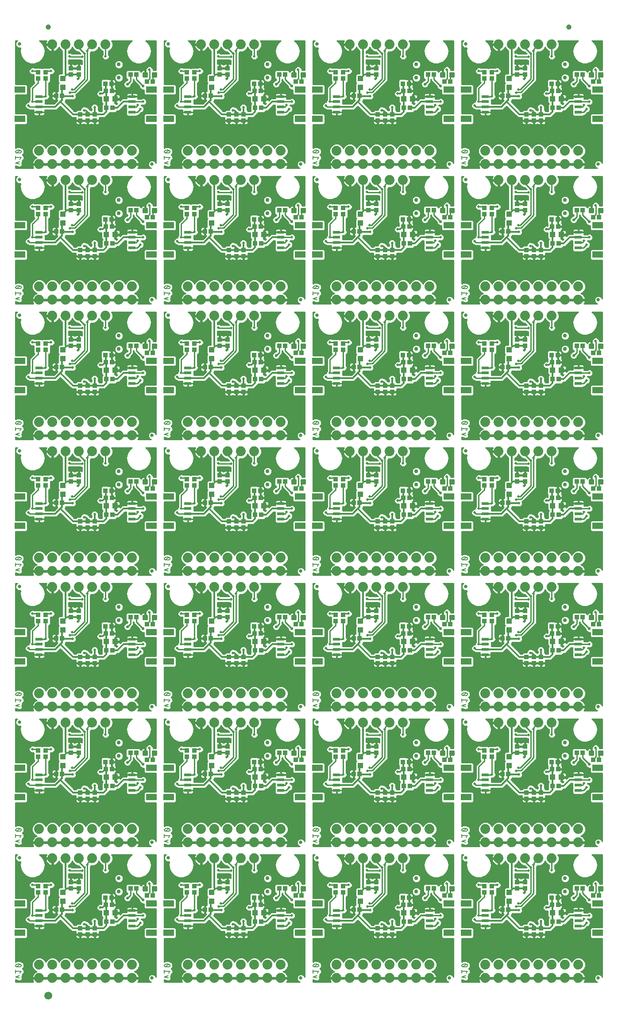
<source format=gbl>
G75*
%MOIN*%
%OFA0B0*%
%FSLAX25Y25*%
%IPPOS*%
%LPD*%
%AMOC8*
5,1,8,0,0,1.08239X$1,22.5*
%
%ADD10C,0.00800*%
%ADD11R,0.07874X0.04724*%
%ADD12R,0.05315X0.02362*%
%ADD13C,0.07400*%
%ADD14C,0.02500*%
%ADD15R,0.03543X0.03346*%
%ADD16R,0.03346X0.03543*%
%ADD17R,0.04331X0.03937*%
%ADD18C,0.01181*%
%ADD19C,0.03000*%
%ADD20R,0.03937X0.04331*%
%ADD21C,0.03937*%
%ADD22C,0.05906*%
%ADD23C,0.02000*%
%ADD24C,0.01000*%
%ADD25C,0.01400*%
%ADD26C,0.02200*%
D10*
X0045642Y0034683D02*
X0048442Y0035617D01*
X0048442Y0033750D02*
X0045642Y0034683D01*
X0045642Y0037567D02*
X0045642Y0039900D01*
X0045642Y0038733D02*
X0049842Y0038733D01*
X0048908Y0037567D01*
X0047742Y0044400D02*
X0047630Y0044398D01*
X0047518Y0044393D01*
X0047406Y0044384D01*
X0047295Y0044371D01*
X0047184Y0044355D01*
X0047073Y0044335D01*
X0046964Y0044311D01*
X0046855Y0044284D01*
X0046747Y0044254D01*
X0046640Y0044220D01*
X0046534Y0044183D01*
X0046430Y0044142D01*
X0046327Y0044098D01*
X0046225Y0044050D01*
X0046225Y0044049D02*
X0046172Y0044029D01*
X0046121Y0044006D01*
X0046072Y0043979D01*
X0046024Y0043949D01*
X0045978Y0043916D01*
X0045935Y0043881D01*
X0045894Y0043842D01*
X0045855Y0043801D01*
X0045819Y0043757D01*
X0045787Y0043711D01*
X0045757Y0043664D01*
X0045731Y0043614D01*
X0045707Y0043562D01*
X0045688Y0043510D01*
X0045671Y0043456D01*
X0045659Y0043401D01*
X0045649Y0043345D01*
X0045644Y0043289D01*
X0045642Y0043233D01*
X0045644Y0043177D01*
X0045649Y0043121D01*
X0045659Y0043065D01*
X0045671Y0043010D01*
X0045688Y0042956D01*
X0045707Y0042904D01*
X0045731Y0042852D01*
X0045757Y0042802D01*
X0045787Y0042755D01*
X0045819Y0042709D01*
X0045855Y0042665D01*
X0045894Y0042624D01*
X0045935Y0042585D01*
X0045978Y0042550D01*
X0046024Y0042517D01*
X0046072Y0042487D01*
X0046121Y0042460D01*
X0046172Y0042437D01*
X0046225Y0042417D01*
X0046575Y0042300D02*
X0048908Y0044167D01*
X0049258Y0044049D02*
X0049311Y0044029D01*
X0049362Y0044006D01*
X0049411Y0043979D01*
X0049459Y0043949D01*
X0049505Y0043916D01*
X0049548Y0043881D01*
X0049589Y0043842D01*
X0049628Y0043801D01*
X0049664Y0043757D01*
X0049696Y0043711D01*
X0049726Y0043664D01*
X0049752Y0043614D01*
X0049776Y0043562D01*
X0049795Y0043510D01*
X0049812Y0043456D01*
X0049824Y0043401D01*
X0049834Y0043345D01*
X0049839Y0043289D01*
X0049841Y0043233D01*
X0049839Y0043177D01*
X0049834Y0043121D01*
X0049824Y0043065D01*
X0049812Y0043010D01*
X0049795Y0042956D01*
X0049776Y0042904D01*
X0049752Y0042852D01*
X0049726Y0042802D01*
X0049696Y0042755D01*
X0049663Y0042709D01*
X0049628Y0042665D01*
X0049589Y0042624D01*
X0049548Y0042585D01*
X0049505Y0042550D01*
X0049459Y0042517D01*
X0049411Y0042487D01*
X0049362Y0042460D01*
X0049311Y0042437D01*
X0049258Y0042417D01*
X0049259Y0044050D02*
X0049157Y0044098D01*
X0049054Y0044142D01*
X0048950Y0044183D01*
X0048844Y0044220D01*
X0048737Y0044254D01*
X0048629Y0044284D01*
X0048520Y0044311D01*
X0048411Y0044335D01*
X0048300Y0044355D01*
X0048189Y0044371D01*
X0048078Y0044384D01*
X0047966Y0044393D01*
X0047854Y0044398D01*
X0047742Y0044400D01*
X0047742Y0042067D02*
X0047854Y0042069D01*
X0047966Y0042074D01*
X0048078Y0042083D01*
X0048189Y0042096D01*
X0048300Y0042112D01*
X0048411Y0042132D01*
X0048520Y0042156D01*
X0048629Y0042183D01*
X0048737Y0042213D01*
X0048844Y0042247D01*
X0048950Y0042284D01*
X0049054Y0042325D01*
X0049157Y0042369D01*
X0049259Y0042417D01*
X0047742Y0042067D02*
X0047630Y0042069D01*
X0047518Y0042074D01*
X0047406Y0042083D01*
X0047295Y0042096D01*
X0047184Y0042112D01*
X0047073Y0042132D01*
X0046964Y0042156D01*
X0046855Y0042183D01*
X0046747Y0042213D01*
X0046640Y0042247D01*
X0046534Y0042284D01*
X0046430Y0042325D01*
X0046327Y0042369D01*
X0046225Y0042417D01*
X0048442Y0135750D02*
X0045642Y0136683D01*
X0048442Y0137617D01*
X0048908Y0139567D02*
X0049842Y0140733D01*
X0045642Y0140733D01*
X0045642Y0139567D02*
X0045642Y0141900D01*
X0046225Y0146050D02*
X0046327Y0146098D01*
X0046430Y0146142D01*
X0046534Y0146183D01*
X0046640Y0146220D01*
X0046747Y0146254D01*
X0046855Y0146284D01*
X0046964Y0146311D01*
X0047073Y0146335D01*
X0047184Y0146355D01*
X0047295Y0146371D01*
X0047406Y0146384D01*
X0047518Y0146393D01*
X0047630Y0146398D01*
X0047742Y0146400D01*
X0047742Y0144067D02*
X0047854Y0144069D01*
X0047966Y0144074D01*
X0048078Y0144083D01*
X0048189Y0144096D01*
X0048300Y0144112D01*
X0048411Y0144132D01*
X0048520Y0144156D01*
X0048629Y0144183D01*
X0048737Y0144213D01*
X0048844Y0144247D01*
X0048950Y0144284D01*
X0049054Y0144325D01*
X0049157Y0144369D01*
X0049259Y0144417D01*
X0049841Y0145233D02*
X0049839Y0145289D01*
X0049834Y0145345D01*
X0049824Y0145401D01*
X0049812Y0145456D01*
X0049795Y0145510D01*
X0049776Y0145562D01*
X0049752Y0145614D01*
X0049726Y0145664D01*
X0049696Y0145711D01*
X0049664Y0145757D01*
X0049628Y0145801D01*
X0049589Y0145842D01*
X0049548Y0145881D01*
X0049505Y0145916D01*
X0049459Y0145949D01*
X0049411Y0145979D01*
X0049362Y0146006D01*
X0049311Y0146029D01*
X0049258Y0146049D01*
X0048908Y0146167D02*
X0046575Y0144300D01*
X0045642Y0145233D02*
X0045644Y0145289D01*
X0045649Y0145345D01*
X0045659Y0145401D01*
X0045671Y0145456D01*
X0045688Y0145510D01*
X0045707Y0145562D01*
X0045731Y0145614D01*
X0045757Y0145664D01*
X0045787Y0145711D01*
X0045819Y0145757D01*
X0045855Y0145801D01*
X0045894Y0145842D01*
X0045935Y0145881D01*
X0045978Y0145916D01*
X0046024Y0145949D01*
X0046072Y0145979D01*
X0046121Y0146006D01*
X0046172Y0146029D01*
X0046225Y0146049D01*
X0045642Y0145233D02*
X0045644Y0145177D01*
X0045649Y0145121D01*
X0045659Y0145065D01*
X0045671Y0145010D01*
X0045688Y0144956D01*
X0045707Y0144904D01*
X0045731Y0144852D01*
X0045757Y0144802D01*
X0045787Y0144755D01*
X0045819Y0144709D01*
X0045855Y0144665D01*
X0045894Y0144624D01*
X0045935Y0144585D01*
X0045978Y0144550D01*
X0046024Y0144517D01*
X0046072Y0144487D01*
X0046121Y0144460D01*
X0046172Y0144437D01*
X0046225Y0144417D01*
X0047742Y0146400D02*
X0047854Y0146398D01*
X0047966Y0146393D01*
X0048078Y0146384D01*
X0048189Y0146371D01*
X0048300Y0146355D01*
X0048411Y0146335D01*
X0048520Y0146311D01*
X0048629Y0146284D01*
X0048737Y0146254D01*
X0048844Y0146220D01*
X0048950Y0146183D01*
X0049054Y0146142D01*
X0049157Y0146098D01*
X0049259Y0146050D01*
X0049841Y0145233D02*
X0049839Y0145177D01*
X0049834Y0145121D01*
X0049824Y0145065D01*
X0049812Y0145010D01*
X0049795Y0144956D01*
X0049776Y0144904D01*
X0049752Y0144852D01*
X0049726Y0144802D01*
X0049696Y0144755D01*
X0049663Y0144709D01*
X0049628Y0144665D01*
X0049589Y0144624D01*
X0049548Y0144585D01*
X0049505Y0144550D01*
X0049459Y0144517D01*
X0049411Y0144487D01*
X0049362Y0144460D01*
X0049311Y0144437D01*
X0049258Y0144417D01*
X0047742Y0144067D02*
X0047630Y0144069D01*
X0047518Y0144074D01*
X0047406Y0144083D01*
X0047295Y0144096D01*
X0047184Y0144112D01*
X0047073Y0144132D01*
X0046964Y0144156D01*
X0046855Y0144183D01*
X0046747Y0144213D01*
X0046640Y0144247D01*
X0046534Y0144284D01*
X0046430Y0144325D01*
X0046327Y0144369D01*
X0046225Y0144417D01*
X0048442Y0237750D02*
X0045642Y0238683D01*
X0048442Y0239617D01*
X0048908Y0241567D02*
X0049842Y0242733D01*
X0045642Y0242733D01*
X0045642Y0241567D02*
X0045642Y0243900D01*
X0046225Y0248050D02*
X0046327Y0248098D01*
X0046430Y0248142D01*
X0046534Y0248183D01*
X0046640Y0248220D01*
X0046747Y0248254D01*
X0046855Y0248284D01*
X0046964Y0248311D01*
X0047073Y0248335D01*
X0047184Y0248355D01*
X0047295Y0248371D01*
X0047406Y0248384D01*
X0047518Y0248393D01*
X0047630Y0248398D01*
X0047742Y0248400D01*
X0047742Y0246067D02*
X0047854Y0246069D01*
X0047966Y0246074D01*
X0048078Y0246083D01*
X0048189Y0246096D01*
X0048300Y0246112D01*
X0048411Y0246132D01*
X0048520Y0246156D01*
X0048629Y0246183D01*
X0048737Y0246213D01*
X0048844Y0246247D01*
X0048950Y0246284D01*
X0049054Y0246325D01*
X0049157Y0246369D01*
X0049259Y0246417D01*
X0049841Y0247233D02*
X0049839Y0247289D01*
X0049834Y0247345D01*
X0049824Y0247401D01*
X0049812Y0247456D01*
X0049795Y0247510D01*
X0049776Y0247562D01*
X0049752Y0247614D01*
X0049726Y0247664D01*
X0049696Y0247711D01*
X0049664Y0247757D01*
X0049628Y0247801D01*
X0049589Y0247842D01*
X0049548Y0247881D01*
X0049505Y0247916D01*
X0049459Y0247949D01*
X0049411Y0247979D01*
X0049362Y0248006D01*
X0049311Y0248029D01*
X0049258Y0248049D01*
X0048908Y0248167D02*
X0046575Y0246300D01*
X0045642Y0247233D02*
X0045644Y0247289D01*
X0045649Y0247345D01*
X0045659Y0247401D01*
X0045671Y0247456D01*
X0045688Y0247510D01*
X0045707Y0247562D01*
X0045731Y0247614D01*
X0045757Y0247664D01*
X0045787Y0247711D01*
X0045819Y0247757D01*
X0045855Y0247801D01*
X0045894Y0247842D01*
X0045935Y0247881D01*
X0045978Y0247916D01*
X0046024Y0247949D01*
X0046072Y0247979D01*
X0046121Y0248006D01*
X0046172Y0248029D01*
X0046225Y0248049D01*
X0045642Y0247233D02*
X0045644Y0247177D01*
X0045649Y0247121D01*
X0045659Y0247065D01*
X0045671Y0247010D01*
X0045688Y0246956D01*
X0045707Y0246904D01*
X0045731Y0246852D01*
X0045757Y0246802D01*
X0045787Y0246755D01*
X0045819Y0246709D01*
X0045855Y0246665D01*
X0045894Y0246624D01*
X0045935Y0246585D01*
X0045978Y0246550D01*
X0046024Y0246517D01*
X0046072Y0246487D01*
X0046121Y0246460D01*
X0046172Y0246437D01*
X0046225Y0246417D01*
X0047742Y0248400D02*
X0047854Y0248398D01*
X0047966Y0248393D01*
X0048078Y0248384D01*
X0048189Y0248371D01*
X0048300Y0248355D01*
X0048411Y0248335D01*
X0048520Y0248311D01*
X0048629Y0248284D01*
X0048737Y0248254D01*
X0048844Y0248220D01*
X0048950Y0248183D01*
X0049054Y0248142D01*
X0049157Y0248098D01*
X0049259Y0248050D01*
X0049841Y0247233D02*
X0049839Y0247177D01*
X0049834Y0247121D01*
X0049824Y0247065D01*
X0049812Y0247010D01*
X0049795Y0246956D01*
X0049776Y0246904D01*
X0049752Y0246852D01*
X0049726Y0246802D01*
X0049696Y0246755D01*
X0049663Y0246709D01*
X0049628Y0246665D01*
X0049589Y0246624D01*
X0049548Y0246585D01*
X0049505Y0246550D01*
X0049459Y0246517D01*
X0049411Y0246487D01*
X0049362Y0246460D01*
X0049311Y0246437D01*
X0049258Y0246417D01*
X0047742Y0246067D02*
X0047630Y0246069D01*
X0047518Y0246074D01*
X0047406Y0246083D01*
X0047295Y0246096D01*
X0047184Y0246112D01*
X0047073Y0246132D01*
X0046964Y0246156D01*
X0046855Y0246183D01*
X0046747Y0246213D01*
X0046640Y0246247D01*
X0046534Y0246284D01*
X0046430Y0246325D01*
X0046327Y0246369D01*
X0046225Y0246417D01*
X0048442Y0339750D02*
X0045642Y0340683D01*
X0048442Y0341617D01*
X0048908Y0343567D02*
X0049842Y0344733D01*
X0045642Y0344733D01*
X0045642Y0343567D02*
X0045642Y0345900D01*
X0046225Y0350050D02*
X0046327Y0350098D01*
X0046430Y0350142D01*
X0046534Y0350183D01*
X0046640Y0350220D01*
X0046747Y0350254D01*
X0046855Y0350284D01*
X0046964Y0350311D01*
X0047073Y0350335D01*
X0047184Y0350355D01*
X0047295Y0350371D01*
X0047406Y0350384D01*
X0047518Y0350393D01*
X0047630Y0350398D01*
X0047742Y0350400D01*
X0047742Y0348067D02*
X0047854Y0348069D01*
X0047966Y0348074D01*
X0048078Y0348083D01*
X0048189Y0348096D01*
X0048300Y0348112D01*
X0048411Y0348132D01*
X0048520Y0348156D01*
X0048629Y0348183D01*
X0048737Y0348213D01*
X0048844Y0348247D01*
X0048950Y0348284D01*
X0049054Y0348325D01*
X0049157Y0348369D01*
X0049259Y0348417D01*
X0049841Y0349233D02*
X0049839Y0349289D01*
X0049834Y0349345D01*
X0049824Y0349401D01*
X0049812Y0349456D01*
X0049795Y0349510D01*
X0049776Y0349562D01*
X0049752Y0349614D01*
X0049726Y0349664D01*
X0049696Y0349711D01*
X0049664Y0349757D01*
X0049628Y0349801D01*
X0049589Y0349842D01*
X0049548Y0349881D01*
X0049505Y0349916D01*
X0049459Y0349949D01*
X0049411Y0349979D01*
X0049362Y0350006D01*
X0049311Y0350029D01*
X0049258Y0350049D01*
X0048908Y0350167D02*
X0046575Y0348300D01*
X0045642Y0349233D02*
X0045644Y0349289D01*
X0045649Y0349345D01*
X0045659Y0349401D01*
X0045671Y0349456D01*
X0045688Y0349510D01*
X0045707Y0349562D01*
X0045731Y0349614D01*
X0045757Y0349664D01*
X0045787Y0349711D01*
X0045819Y0349757D01*
X0045855Y0349801D01*
X0045894Y0349842D01*
X0045935Y0349881D01*
X0045978Y0349916D01*
X0046024Y0349949D01*
X0046072Y0349979D01*
X0046121Y0350006D01*
X0046172Y0350029D01*
X0046225Y0350049D01*
X0045642Y0349233D02*
X0045644Y0349177D01*
X0045649Y0349121D01*
X0045659Y0349065D01*
X0045671Y0349010D01*
X0045688Y0348956D01*
X0045707Y0348904D01*
X0045731Y0348852D01*
X0045757Y0348802D01*
X0045787Y0348755D01*
X0045819Y0348709D01*
X0045855Y0348665D01*
X0045894Y0348624D01*
X0045935Y0348585D01*
X0045978Y0348550D01*
X0046024Y0348517D01*
X0046072Y0348487D01*
X0046121Y0348460D01*
X0046172Y0348437D01*
X0046225Y0348417D01*
X0047742Y0350400D02*
X0047854Y0350398D01*
X0047966Y0350393D01*
X0048078Y0350384D01*
X0048189Y0350371D01*
X0048300Y0350355D01*
X0048411Y0350335D01*
X0048520Y0350311D01*
X0048629Y0350284D01*
X0048737Y0350254D01*
X0048844Y0350220D01*
X0048950Y0350183D01*
X0049054Y0350142D01*
X0049157Y0350098D01*
X0049259Y0350050D01*
X0049841Y0349233D02*
X0049839Y0349177D01*
X0049834Y0349121D01*
X0049824Y0349065D01*
X0049812Y0349010D01*
X0049795Y0348956D01*
X0049776Y0348904D01*
X0049752Y0348852D01*
X0049726Y0348802D01*
X0049696Y0348755D01*
X0049663Y0348709D01*
X0049628Y0348665D01*
X0049589Y0348624D01*
X0049548Y0348585D01*
X0049505Y0348550D01*
X0049459Y0348517D01*
X0049411Y0348487D01*
X0049362Y0348460D01*
X0049311Y0348437D01*
X0049258Y0348417D01*
X0047742Y0348067D02*
X0047630Y0348069D01*
X0047518Y0348074D01*
X0047406Y0348083D01*
X0047295Y0348096D01*
X0047184Y0348112D01*
X0047073Y0348132D01*
X0046964Y0348156D01*
X0046855Y0348183D01*
X0046747Y0348213D01*
X0046640Y0348247D01*
X0046534Y0348284D01*
X0046430Y0348325D01*
X0046327Y0348369D01*
X0046225Y0348417D01*
X0048442Y0441750D02*
X0045642Y0442683D01*
X0048442Y0443617D01*
X0048908Y0445567D02*
X0049842Y0446733D01*
X0045642Y0446733D01*
X0045642Y0445567D02*
X0045642Y0447900D01*
X0046225Y0452050D02*
X0046327Y0452098D01*
X0046430Y0452142D01*
X0046534Y0452183D01*
X0046640Y0452220D01*
X0046747Y0452254D01*
X0046855Y0452284D01*
X0046964Y0452311D01*
X0047073Y0452335D01*
X0047184Y0452355D01*
X0047295Y0452371D01*
X0047406Y0452384D01*
X0047518Y0452393D01*
X0047630Y0452398D01*
X0047742Y0452400D01*
X0047742Y0450067D02*
X0047854Y0450069D01*
X0047966Y0450074D01*
X0048078Y0450083D01*
X0048189Y0450096D01*
X0048300Y0450112D01*
X0048411Y0450132D01*
X0048520Y0450156D01*
X0048629Y0450183D01*
X0048737Y0450213D01*
X0048844Y0450247D01*
X0048950Y0450284D01*
X0049054Y0450325D01*
X0049157Y0450369D01*
X0049259Y0450417D01*
X0049841Y0451233D02*
X0049839Y0451289D01*
X0049834Y0451345D01*
X0049824Y0451401D01*
X0049812Y0451456D01*
X0049795Y0451510D01*
X0049776Y0451562D01*
X0049752Y0451614D01*
X0049726Y0451664D01*
X0049696Y0451711D01*
X0049664Y0451757D01*
X0049628Y0451801D01*
X0049589Y0451842D01*
X0049548Y0451881D01*
X0049505Y0451916D01*
X0049459Y0451949D01*
X0049411Y0451979D01*
X0049362Y0452006D01*
X0049311Y0452029D01*
X0049258Y0452049D01*
X0048908Y0452167D02*
X0046575Y0450300D01*
X0045642Y0451233D02*
X0045644Y0451289D01*
X0045649Y0451345D01*
X0045659Y0451401D01*
X0045671Y0451456D01*
X0045688Y0451510D01*
X0045707Y0451562D01*
X0045731Y0451614D01*
X0045757Y0451664D01*
X0045787Y0451711D01*
X0045819Y0451757D01*
X0045855Y0451801D01*
X0045894Y0451842D01*
X0045935Y0451881D01*
X0045978Y0451916D01*
X0046024Y0451949D01*
X0046072Y0451979D01*
X0046121Y0452006D01*
X0046172Y0452029D01*
X0046225Y0452049D01*
X0045642Y0451233D02*
X0045644Y0451177D01*
X0045649Y0451121D01*
X0045659Y0451065D01*
X0045671Y0451010D01*
X0045688Y0450956D01*
X0045707Y0450904D01*
X0045731Y0450852D01*
X0045757Y0450802D01*
X0045787Y0450755D01*
X0045819Y0450709D01*
X0045855Y0450665D01*
X0045894Y0450624D01*
X0045935Y0450585D01*
X0045978Y0450550D01*
X0046024Y0450517D01*
X0046072Y0450487D01*
X0046121Y0450460D01*
X0046172Y0450437D01*
X0046225Y0450417D01*
X0047742Y0452400D02*
X0047854Y0452398D01*
X0047966Y0452393D01*
X0048078Y0452384D01*
X0048189Y0452371D01*
X0048300Y0452355D01*
X0048411Y0452335D01*
X0048520Y0452311D01*
X0048629Y0452284D01*
X0048737Y0452254D01*
X0048844Y0452220D01*
X0048950Y0452183D01*
X0049054Y0452142D01*
X0049157Y0452098D01*
X0049259Y0452050D01*
X0049841Y0451233D02*
X0049839Y0451177D01*
X0049834Y0451121D01*
X0049824Y0451065D01*
X0049812Y0451010D01*
X0049795Y0450956D01*
X0049776Y0450904D01*
X0049752Y0450852D01*
X0049726Y0450802D01*
X0049696Y0450755D01*
X0049663Y0450709D01*
X0049628Y0450665D01*
X0049589Y0450624D01*
X0049548Y0450585D01*
X0049505Y0450550D01*
X0049459Y0450517D01*
X0049411Y0450487D01*
X0049362Y0450460D01*
X0049311Y0450437D01*
X0049258Y0450417D01*
X0047742Y0450067D02*
X0047630Y0450069D01*
X0047518Y0450074D01*
X0047406Y0450083D01*
X0047295Y0450096D01*
X0047184Y0450112D01*
X0047073Y0450132D01*
X0046964Y0450156D01*
X0046855Y0450183D01*
X0046747Y0450213D01*
X0046640Y0450247D01*
X0046534Y0450284D01*
X0046430Y0450325D01*
X0046327Y0450369D01*
X0046225Y0450417D01*
X0048442Y0543750D02*
X0045642Y0544683D01*
X0048442Y0545617D01*
X0048908Y0547567D02*
X0049842Y0548733D01*
X0045642Y0548733D01*
X0045642Y0547567D02*
X0045642Y0549900D01*
X0046225Y0554050D02*
X0046327Y0554098D01*
X0046430Y0554142D01*
X0046534Y0554183D01*
X0046640Y0554220D01*
X0046747Y0554254D01*
X0046855Y0554284D01*
X0046964Y0554311D01*
X0047073Y0554335D01*
X0047184Y0554355D01*
X0047295Y0554371D01*
X0047406Y0554384D01*
X0047518Y0554393D01*
X0047630Y0554398D01*
X0047742Y0554400D01*
X0047742Y0552067D02*
X0047854Y0552069D01*
X0047966Y0552074D01*
X0048078Y0552083D01*
X0048189Y0552096D01*
X0048300Y0552112D01*
X0048411Y0552132D01*
X0048520Y0552156D01*
X0048629Y0552183D01*
X0048737Y0552213D01*
X0048844Y0552247D01*
X0048950Y0552284D01*
X0049054Y0552325D01*
X0049157Y0552369D01*
X0049259Y0552417D01*
X0049841Y0553233D02*
X0049839Y0553289D01*
X0049834Y0553345D01*
X0049824Y0553401D01*
X0049812Y0553456D01*
X0049795Y0553510D01*
X0049776Y0553562D01*
X0049752Y0553614D01*
X0049726Y0553664D01*
X0049696Y0553711D01*
X0049664Y0553757D01*
X0049628Y0553801D01*
X0049589Y0553842D01*
X0049548Y0553881D01*
X0049505Y0553916D01*
X0049459Y0553949D01*
X0049411Y0553979D01*
X0049362Y0554006D01*
X0049311Y0554029D01*
X0049258Y0554049D01*
X0048908Y0554167D02*
X0046575Y0552300D01*
X0045642Y0553233D02*
X0045644Y0553289D01*
X0045649Y0553345D01*
X0045659Y0553401D01*
X0045671Y0553456D01*
X0045688Y0553510D01*
X0045707Y0553562D01*
X0045731Y0553614D01*
X0045757Y0553664D01*
X0045787Y0553711D01*
X0045819Y0553757D01*
X0045855Y0553801D01*
X0045894Y0553842D01*
X0045935Y0553881D01*
X0045978Y0553916D01*
X0046024Y0553949D01*
X0046072Y0553979D01*
X0046121Y0554006D01*
X0046172Y0554029D01*
X0046225Y0554049D01*
X0045642Y0553233D02*
X0045644Y0553177D01*
X0045649Y0553121D01*
X0045659Y0553065D01*
X0045671Y0553010D01*
X0045688Y0552956D01*
X0045707Y0552904D01*
X0045731Y0552852D01*
X0045757Y0552802D01*
X0045787Y0552755D01*
X0045819Y0552709D01*
X0045855Y0552665D01*
X0045894Y0552624D01*
X0045935Y0552585D01*
X0045978Y0552550D01*
X0046024Y0552517D01*
X0046072Y0552487D01*
X0046121Y0552460D01*
X0046172Y0552437D01*
X0046225Y0552417D01*
X0047742Y0554400D02*
X0047854Y0554398D01*
X0047966Y0554393D01*
X0048078Y0554384D01*
X0048189Y0554371D01*
X0048300Y0554355D01*
X0048411Y0554335D01*
X0048520Y0554311D01*
X0048629Y0554284D01*
X0048737Y0554254D01*
X0048844Y0554220D01*
X0048950Y0554183D01*
X0049054Y0554142D01*
X0049157Y0554098D01*
X0049259Y0554050D01*
X0049841Y0553233D02*
X0049839Y0553177D01*
X0049834Y0553121D01*
X0049824Y0553065D01*
X0049812Y0553010D01*
X0049795Y0552956D01*
X0049776Y0552904D01*
X0049752Y0552852D01*
X0049726Y0552802D01*
X0049696Y0552755D01*
X0049663Y0552709D01*
X0049628Y0552665D01*
X0049589Y0552624D01*
X0049548Y0552585D01*
X0049505Y0552550D01*
X0049459Y0552517D01*
X0049411Y0552487D01*
X0049362Y0552460D01*
X0049311Y0552437D01*
X0049258Y0552417D01*
X0047742Y0552067D02*
X0047630Y0552069D01*
X0047518Y0552074D01*
X0047406Y0552083D01*
X0047295Y0552096D01*
X0047184Y0552112D01*
X0047073Y0552132D01*
X0046964Y0552156D01*
X0046855Y0552183D01*
X0046747Y0552213D01*
X0046640Y0552247D01*
X0046534Y0552284D01*
X0046430Y0552325D01*
X0046327Y0552369D01*
X0046225Y0552417D01*
X0048442Y0645750D02*
X0045642Y0646683D01*
X0048442Y0647617D01*
X0048908Y0649567D02*
X0049842Y0650733D01*
X0045642Y0650733D01*
X0045642Y0649567D02*
X0045642Y0651900D01*
X0046225Y0656050D02*
X0046327Y0656098D01*
X0046430Y0656142D01*
X0046534Y0656183D01*
X0046640Y0656220D01*
X0046747Y0656254D01*
X0046855Y0656284D01*
X0046964Y0656311D01*
X0047073Y0656335D01*
X0047184Y0656355D01*
X0047295Y0656371D01*
X0047406Y0656384D01*
X0047518Y0656393D01*
X0047630Y0656398D01*
X0047742Y0656400D01*
X0047742Y0654067D02*
X0047854Y0654069D01*
X0047966Y0654074D01*
X0048078Y0654083D01*
X0048189Y0654096D01*
X0048300Y0654112D01*
X0048411Y0654132D01*
X0048520Y0654156D01*
X0048629Y0654183D01*
X0048737Y0654213D01*
X0048844Y0654247D01*
X0048950Y0654284D01*
X0049054Y0654325D01*
X0049157Y0654369D01*
X0049259Y0654417D01*
X0049841Y0655233D02*
X0049839Y0655289D01*
X0049834Y0655345D01*
X0049824Y0655401D01*
X0049812Y0655456D01*
X0049795Y0655510D01*
X0049776Y0655562D01*
X0049752Y0655614D01*
X0049726Y0655664D01*
X0049696Y0655711D01*
X0049664Y0655757D01*
X0049628Y0655801D01*
X0049589Y0655842D01*
X0049548Y0655881D01*
X0049505Y0655916D01*
X0049459Y0655949D01*
X0049411Y0655979D01*
X0049362Y0656006D01*
X0049311Y0656029D01*
X0049258Y0656049D01*
X0048908Y0656167D02*
X0046575Y0654300D01*
X0045642Y0655233D02*
X0045644Y0655289D01*
X0045649Y0655345D01*
X0045659Y0655401D01*
X0045671Y0655456D01*
X0045688Y0655510D01*
X0045707Y0655562D01*
X0045731Y0655614D01*
X0045757Y0655664D01*
X0045787Y0655711D01*
X0045819Y0655757D01*
X0045855Y0655801D01*
X0045894Y0655842D01*
X0045935Y0655881D01*
X0045978Y0655916D01*
X0046024Y0655949D01*
X0046072Y0655979D01*
X0046121Y0656006D01*
X0046172Y0656029D01*
X0046225Y0656049D01*
X0045642Y0655233D02*
X0045644Y0655177D01*
X0045649Y0655121D01*
X0045659Y0655065D01*
X0045671Y0655010D01*
X0045688Y0654956D01*
X0045707Y0654904D01*
X0045731Y0654852D01*
X0045757Y0654802D01*
X0045787Y0654755D01*
X0045819Y0654709D01*
X0045855Y0654665D01*
X0045894Y0654624D01*
X0045935Y0654585D01*
X0045978Y0654550D01*
X0046024Y0654517D01*
X0046072Y0654487D01*
X0046121Y0654460D01*
X0046172Y0654437D01*
X0046225Y0654417D01*
X0047742Y0656400D02*
X0047854Y0656398D01*
X0047966Y0656393D01*
X0048078Y0656384D01*
X0048189Y0656371D01*
X0048300Y0656355D01*
X0048411Y0656335D01*
X0048520Y0656311D01*
X0048629Y0656284D01*
X0048737Y0656254D01*
X0048844Y0656220D01*
X0048950Y0656183D01*
X0049054Y0656142D01*
X0049157Y0656098D01*
X0049259Y0656050D01*
X0049841Y0655233D02*
X0049839Y0655177D01*
X0049834Y0655121D01*
X0049824Y0655065D01*
X0049812Y0655010D01*
X0049795Y0654956D01*
X0049776Y0654904D01*
X0049752Y0654852D01*
X0049726Y0654802D01*
X0049696Y0654755D01*
X0049663Y0654709D01*
X0049628Y0654665D01*
X0049589Y0654624D01*
X0049548Y0654585D01*
X0049505Y0654550D01*
X0049459Y0654517D01*
X0049411Y0654487D01*
X0049362Y0654460D01*
X0049311Y0654437D01*
X0049258Y0654417D01*
X0047742Y0654067D02*
X0047630Y0654069D01*
X0047518Y0654074D01*
X0047406Y0654083D01*
X0047295Y0654096D01*
X0047184Y0654112D01*
X0047073Y0654132D01*
X0046964Y0654156D01*
X0046855Y0654183D01*
X0046747Y0654213D01*
X0046640Y0654247D01*
X0046534Y0654284D01*
X0046430Y0654325D01*
X0046327Y0654369D01*
X0046225Y0654417D01*
X0157642Y0651900D02*
X0157642Y0649567D01*
X0157642Y0650733D02*
X0161842Y0650733D01*
X0160908Y0649567D01*
X0160442Y0647617D02*
X0157642Y0646683D01*
X0160442Y0645750D01*
X0158225Y0656050D02*
X0158327Y0656098D01*
X0158430Y0656142D01*
X0158534Y0656183D01*
X0158640Y0656220D01*
X0158747Y0656254D01*
X0158855Y0656284D01*
X0158964Y0656311D01*
X0159073Y0656335D01*
X0159184Y0656355D01*
X0159295Y0656371D01*
X0159406Y0656384D01*
X0159518Y0656393D01*
X0159630Y0656398D01*
X0159742Y0656400D01*
X0159742Y0654067D02*
X0159854Y0654069D01*
X0159966Y0654074D01*
X0160078Y0654083D01*
X0160189Y0654096D01*
X0160300Y0654112D01*
X0160411Y0654132D01*
X0160520Y0654156D01*
X0160629Y0654183D01*
X0160737Y0654213D01*
X0160844Y0654247D01*
X0160950Y0654284D01*
X0161054Y0654325D01*
X0161157Y0654369D01*
X0161259Y0654417D01*
X0161841Y0655233D02*
X0161839Y0655289D01*
X0161834Y0655345D01*
X0161824Y0655401D01*
X0161812Y0655456D01*
X0161795Y0655510D01*
X0161776Y0655562D01*
X0161752Y0655614D01*
X0161726Y0655664D01*
X0161696Y0655711D01*
X0161664Y0655757D01*
X0161628Y0655801D01*
X0161589Y0655842D01*
X0161548Y0655881D01*
X0161505Y0655916D01*
X0161459Y0655949D01*
X0161411Y0655979D01*
X0161362Y0656006D01*
X0161311Y0656029D01*
X0161258Y0656049D01*
X0160908Y0656167D02*
X0158575Y0654300D01*
X0157642Y0655233D02*
X0157644Y0655289D01*
X0157649Y0655345D01*
X0157659Y0655401D01*
X0157671Y0655456D01*
X0157688Y0655510D01*
X0157707Y0655562D01*
X0157731Y0655614D01*
X0157757Y0655664D01*
X0157787Y0655711D01*
X0157819Y0655757D01*
X0157855Y0655801D01*
X0157894Y0655842D01*
X0157935Y0655881D01*
X0157978Y0655916D01*
X0158024Y0655949D01*
X0158072Y0655979D01*
X0158121Y0656006D01*
X0158172Y0656029D01*
X0158225Y0656049D01*
X0157642Y0655233D02*
X0157644Y0655177D01*
X0157649Y0655121D01*
X0157659Y0655065D01*
X0157671Y0655010D01*
X0157688Y0654956D01*
X0157707Y0654904D01*
X0157731Y0654852D01*
X0157757Y0654802D01*
X0157787Y0654755D01*
X0157819Y0654709D01*
X0157855Y0654665D01*
X0157894Y0654624D01*
X0157935Y0654585D01*
X0157978Y0654550D01*
X0158024Y0654517D01*
X0158072Y0654487D01*
X0158121Y0654460D01*
X0158172Y0654437D01*
X0158225Y0654417D01*
X0159742Y0656400D02*
X0159854Y0656398D01*
X0159966Y0656393D01*
X0160078Y0656384D01*
X0160189Y0656371D01*
X0160300Y0656355D01*
X0160411Y0656335D01*
X0160520Y0656311D01*
X0160629Y0656284D01*
X0160737Y0656254D01*
X0160844Y0656220D01*
X0160950Y0656183D01*
X0161054Y0656142D01*
X0161157Y0656098D01*
X0161259Y0656050D01*
X0161841Y0655233D02*
X0161839Y0655177D01*
X0161834Y0655121D01*
X0161824Y0655065D01*
X0161812Y0655010D01*
X0161795Y0654956D01*
X0161776Y0654904D01*
X0161752Y0654852D01*
X0161726Y0654802D01*
X0161696Y0654755D01*
X0161663Y0654709D01*
X0161628Y0654665D01*
X0161589Y0654624D01*
X0161548Y0654585D01*
X0161505Y0654550D01*
X0161459Y0654517D01*
X0161411Y0654487D01*
X0161362Y0654460D01*
X0161311Y0654437D01*
X0161258Y0654417D01*
X0159742Y0654067D02*
X0159630Y0654069D01*
X0159518Y0654074D01*
X0159406Y0654083D01*
X0159295Y0654096D01*
X0159184Y0654112D01*
X0159073Y0654132D01*
X0158964Y0654156D01*
X0158855Y0654183D01*
X0158747Y0654213D01*
X0158640Y0654247D01*
X0158534Y0654284D01*
X0158430Y0654325D01*
X0158327Y0654369D01*
X0158225Y0654417D01*
X0158225Y0552417D02*
X0158327Y0552369D01*
X0158430Y0552325D01*
X0158534Y0552284D01*
X0158640Y0552247D01*
X0158747Y0552213D01*
X0158855Y0552183D01*
X0158964Y0552156D01*
X0159073Y0552132D01*
X0159184Y0552112D01*
X0159295Y0552096D01*
X0159406Y0552083D01*
X0159518Y0552074D01*
X0159630Y0552069D01*
X0159742Y0552067D01*
X0159742Y0554400D02*
X0159854Y0554398D01*
X0159966Y0554393D01*
X0160078Y0554384D01*
X0160189Y0554371D01*
X0160300Y0554355D01*
X0160411Y0554335D01*
X0160520Y0554311D01*
X0160629Y0554284D01*
X0160737Y0554254D01*
X0160844Y0554220D01*
X0160950Y0554183D01*
X0161054Y0554142D01*
X0161157Y0554098D01*
X0161259Y0554050D01*
X0160908Y0554167D02*
X0158575Y0552300D01*
X0157642Y0553233D02*
X0157644Y0553289D01*
X0157649Y0553345D01*
X0157659Y0553401D01*
X0157671Y0553456D01*
X0157688Y0553510D01*
X0157707Y0553562D01*
X0157731Y0553614D01*
X0157757Y0553664D01*
X0157787Y0553711D01*
X0157819Y0553757D01*
X0157855Y0553801D01*
X0157894Y0553842D01*
X0157935Y0553881D01*
X0157978Y0553916D01*
X0158024Y0553949D01*
X0158072Y0553979D01*
X0158121Y0554006D01*
X0158172Y0554029D01*
X0158225Y0554049D01*
X0157642Y0553233D02*
X0157644Y0553177D01*
X0157649Y0553121D01*
X0157659Y0553065D01*
X0157671Y0553010D01*
X0157688Y0552956D01*
X0157707Y0552904D01*
X0157731Y0552852D01*
X0157757Y0552802D01*
X0157787Y0552755D01*
X0157819Y0552709D01*
X0157855Y0552665D01*
X0157894Y0552624D01*
X0157935Y0552585D01*
X0157978Y0552550D01*
X0158024Y0552517D01*
X0158072Y0552487D01*
X0158121Y0552460D01*
X0158172Y0552437D01*
X0158225Y0552417D01*
X0158225Y0554050D02*
X0158327Y0554098D01*
X0158430Y0554142D01*
X0158534Y0554183D01*
X0158640Y0554220D01*
X0158747Y0554254D01*
X0158855Y0554284D01*
X0158964Y0554311D01*
X0159073Y0554335D01*
X0159184Y0554355D01*
X0159295Y0554371D01*
X0159406Y0554384D01*
X0159518Y0554393D01*
X0159630Y0554398D01*
X0159742Y0554400D01*
X0159742Y0552067D02*
X0159854Y0552069D01*
X0159966Y0552074D01*
X0160078Y0552083D01*
X0160189Y0552096D01*
X0160300Y0552112D01*
X0160411Y0552132D01*
X0160520Y0552156D01*
X0160629Y0552183D01*
X0160737Y0552213D01*
X0160844Y0552247D01*
X0160950Y0552284D01*
X0161054Y0552325D01*
X0161157Y0552369D01*
X0161259Y0552417D01*
X0161841Y0553233D02*
X0161839Y0553289D01*
X0161834Y0553345D01*
X0161824Y0553401D01*
X0161812Y0553456D01*
X0161795Y0553510D01*
X0161776Y0553562D01*
X0161752Y0553614D01*
X0161726Y0553664D01*
X0161696Y0553711D01*
X0161664Y0553757D01*
X0161628Y0553801D01*
X0161589Y0553842D01*
X0161548Y0553881D01*
X0161505Y0553916D01*
X0161459Y0553949D01*
X0161411Y0553979D01*
X0161362Y0554006D01*
X0161311Y0554029D01*
X0161258Y0554049D01*
X0161841Y0553233D02*
X0161839Y0553177D01*
X0161834Y0553121D01*
X0161824Y0553065D01*
X0161812Y0553010D01*
X0161795Y0552956D01*
X0161776Y0552904D01*
X0161752Y0552852D01*
X0161726Y0552802D01*
X0161696Y0552755D01*
X0161663Y0552709D01*
X0161628Y0552665D01*
X0161589Y0552624D01*
X0161548Y0552585D01*
X0161505Y0552550D01*
X0161459Y0552517D01*
X0161411Y0552487D01*
X0161362Y0552460D01*
X0161311Y0552437D01*
X0161258Y0552417D01*
X0161842Y0548733D02*
X0157642Y0548733D01*
X0157642Y0547567D02*
X0157642Y0549900D01*
X0160908Y0547567D02*
X0161842Y0548733D01*
X0160442Y0545617D02*
X0157642Y0544683D01*
X0160442Y0543750D01*
X0158225Y0450417D02*
X0158327Y0450369D01*
X0158430Y0450325D01*
X0158534Y0450284D01*
X0158640Y0450247D01*
X0158747Y0450213D01*
X0158855Y0450183D01*
X0158964Y0450156D01*
X0159073Y0450132D01*
X0159184Y0450112D01*
X0159295Y0450096D01*
X0159406Y0450083D01*
X0159518Y0450074D01*
X0159630Y0450069D01*
X0159742Y0450067D01*
X0159742Y0452400D02*
X0159854Y0452398D01*
X0159966Y0452393D01*
X0160078Y0452384D01*
X0160189Y0452371D01*
X0160300Y0452355D01*
X0160411Y0452335D01*
X0160520Y0452311D01*
X0160629Y0452284D01*
X0160737Y0452254D01*
X0160844Y0452220D01*
X0160950Y0452183D01*
X0161054Y0452142D01*
X0161157Y0452098D01*
X0161259Y0452050D01*
X0160908Y0452167D02*
X0158575Y0450300D01*
X0157642Y0451233D02*
X0157644Y0451289D01*
X0157649Y0451345D01*
X0157659Y0451401D01*
X0157671Y0451456D01*
X0157688Y0451510D01*
X0157707Y0451562D01*
X0157731Y0451614D01*
X0157757Y0451664D01*
X0157787Y0451711D01*
X0157819Y0451757D01*
X0157855Y0451801D01*
X0157894Y0451842D01*
X0157935Y0451881D01*
X0157978Y0451916D01*
X0158024Y0451949D01*
X0158072Y0451979D01*
X0158121Y0452006D01*
X0158172Y0452029D01*
X0158225Y0452049D01*
X0157642Y0451233D02*
X0157644Y0451177D01*
X0157649Y0451121D01*
X0157659Y0451065D01*
X0157671Y0451010D01*
X0157688Y0450956D01*
X0157707Y0450904D01*
X0157731Y0450852D01*
X0157757Y0450802D01*
X0157787Y0450755D01*
X0157819Y0450709D01*
X0157855Y0450665D01*
X0157894Y0450624D01*
X0157935Y0450585D01*
X0157978Y0450550D01*
X0158024Y0450517D01*
X0158072Y0450487D01*
X0158121Y0450460D01*
X0158172Y0450437D01*
X0158225Y0450417D01*
X0158225Y0452050D02*
X0158327Y0452098D01*
X0158430Y0452142D01*
X0158534Y0452183D01*
X0158640Y0452220D01*
X0158747Y0452254D01*
X0158855Y0452284D01*
X0158964Y0452311D01*
X0159073Y0452335D01*
X0159184Y0452355D01*
X0159295Y0452371D01*
X0159406Y0452384D01*
X0159518Y0452393D01*
X0159630Y0452398D01*
X0159742Y0452400D01*
X0159742Y0450067D02*
X0159854Y0450069D01*
X0159966Y0450074D01*
X0160078Y0450083D01*
X0160189Y0450096D01*
X0160300Y0450112D01*
X0160411Y0450132D01*
X0160520Y0450156D01*
X0160629Y0450183D01*
X0160737Y0450213D01*
X0160844Y0450247D01*
X0160950Y0450284D01*
X0161054Y0450325D01*
X0161157Y0450369D01*
X0161259Y0450417D01*
X0161841Y0451233D02*
X0161839Y0451289D01*
X0161834Y0451345D01*
X0161824Y0451401D01*
X0161812Y0451456D01*
X0161795Y0451510D01*
X0161776Y0451562D01*
X0161752Y0451614D01*
X0161726Y0451664D01*
X0161696Y0451711D01*
X0161664Y0451757D01*
X0161628Y0451801D01*
X0161589Y0451842D01*
X0161548Y0451881D01*
X0161505Y0451916D01*
X0161459Y0451949D01*
X0161411Y0451979D01*
X0161362Y0452006D01*
X0161311Y0452029D01*
X0161258Y0452049D01*
X0161841Y0451233D02*
X0161839Y0451177D01*
X0161834Y0451121D01*
X0161824Y0451065D01*
X0161812Y0451010D01*
X0161795Y0450956D01*
X0161776Y0450904D01*
X0161752Y0450852D01*
X0161726Y0450802D01*
X0161696Y0450755D01*
X0161663Y0450709D01*
X0161628Y0450665D01*
X0161589Y0450624D01*
X0161548Y0450585D01*
X0161505Y0450550D01*
X0161459Y0450517D01*
X0161411Y0450487D01*
X0161362Y0450460D01*
X0161311Y0450437D01*
X0161258Y0450417D01*
X0161842Y0446733D02*
X0157642Y0446733D01*
X0157642Y0445567D02*
X0157642Y0447900D01*
X0160908Y0445567D02*
X0161842Y0446733D01*
X0160442Y0443617D02*
X0157642Y0442683D01*
X0160442Y0441750D01*
X0158225Y0348417D02*
X0158327Y0348369D01*
X0158430Y0348325D01*
X0158534Y0348284D01*
X0158640Y0348247D01*
X0158747Y0348213D01*
X0158855Y0348183D01*
X0158964Y0348156D01*
X0159073Y0348132D01*
X0159184Y0348112D01*
X0159295Y0348096D01*
X0159406Y0348083D01*
X0159518Y0348074D01*
X0159630Y0348069D01*
X0159742Y0348067D01*
X0159742Y0350400D02*
X0159854Y0350398D01*
X0159966Y0350393D01*
X0160078Y0350384D01*
X0160189Y0350371D01*
X0160300Y0350355D01*
X0160411Y0350335D01*
X0160520Y0350311D01*
X0160629Y0350284D01*
X0160737Y0350254D01*
X0160844Y0350220D01*
X0160950Y0350183D01*
X0161054Y0350142D01*
X0161157Y0350098D01*
X0161259Y0350050D01*
X0160908Y0350167D02*
X0158575Y0348300D01*
X0157642Y0349233D02*
X0157644Y0349289D01*
X0157649Y0349345D01*
X0157659Y0349401D01*
X0157671Y0349456D01*
X0157688Y0349510D01*
X0157707Y0349562D01*
X0157731Y0349614D01*
X0157757Y0349664D01*
X0157787Y0349711D01*
X0157819Y0349757D01*
X0157855Y0349801D01*
X0157894Y0349842D01*
X0157935Y0349881D01*
X0157978Y0349916D01*
X0158024Y0349949D01*
X0158072Y0349979D01*
X0158121Y0350006D01*
X0158172Y0350029D01*
X0158225Y0350049D01*
X0157642Y0349233D02*
X0157644Y0349177D01*
X0157649Y0349121D01*
X0157659Y0349065D01*
X0157671Y0349010D01*
X0157688Y0348956D01*
X0157707Y0348904D01*
X0157731Y0348852D01*
X0157757Y0348802D01*
X0157787Y0348755D01*
X0157819Y0348709D01*
X0157855Y0348665D01*
X0157894Y0348624D01*
X0157935Y0348585D01*
X0157978Y0348550D01*
X0158024Y0348517D01*
X0158072Y0348487D01*
X0158121Y0348460D01*
X0158172Y0348437D01*
X0158225Y0348417D01*
X0158225Y0350050D02*
X0158327Y0350098D01*
X0158430Y0350142D01*
X0158534Y0350183D01*
X0158640Y0350220D01*
X0158747Y0350254D01*
X0158855Y0350284D01*
X0158964Y0350311D01*
X0159073Y0350335D01*
X0159184Y0350355D01*
X0159295Y0350371D01*
X0159406Y0350384D01*
X0159518Y0350393D01*
X0159630Y0350398D01*
X0159742Y0350400D01*
X0159742Y0348067D02*
X0159854Y0348069D01*
X0159966Y0348074D01*
X0160078Y0348083D01*
X0160189Y0348096D01*
X0160300Y0348112D01*
X0160411Y0348132D01*
X0160520Y0348156D01*
X0160629Y0348183D01*
X0160737Y0348213D01*
X0160844Y0348247D01*
X0160950Y0348284D01*
X0161054Y0348325D01*
X0161157Y0348369D01*
X0161259Y0348417D01*
X0161841Y0349233D02*
X0161839Y0349289D01*
X0161834Y0349345D01*
X0161824Y0349401D01*
X0161812Y0349456D01*
X0161795Y0349510D01*
X0161776Y0349562D01*
X0161752Y0349614D01*
X0161726Y0349664D01*
X0161696Y0349711D01*
X0161664Y0349757D01*
X0161628Y0349801D01*
X0161589Y0349842D01*
X0161548Y0349881D01*
X0161505Y0349916D01*
X0161459Y0349949D01*
X0161411Y0349979D01*
X0161362Y0350006D01*
X0161311Y0350029D01*
X0161258Y0350049D01*
X0161841Y0349233D02*
X0161839Y0349177D01*
X0161834Y0349121D01*
X0161824Y0349065D01*
X0161812Y0349010D01*
X0161795Y0348956D01*
X0161776Y0348904D01*
X0161752Y0348852D01*
X0161726Y0348802D01*
X0161696Y0348755D01*
X0161663Y0348709D01*
X0161628Y0348665D01*
X0161589Y0348624D01*
X0161548Y0348585D01*
X0161505Y0348550D01*
X0161459Y0348517D01*
X0161411Y0348487D01*
X0161362Y0348460D01*
X0161311Y0348437D01*
X0161258Y0348417D01*
X0161842Y0344733D02*
X0157642Y0344733D01*
X0157642Y0343567D02*
X0157642Y0345900D01*
X0160908Y0343567D02*
X0161842Y0344733D01*
X0160442Y0341617D02*
X0157642Y0340683D01*
X0160442Y0339750D01*
X0158225Y0246417D02*
X0158327Y0246369D01*
X0158430Y0246325D01*
X0158534Y0246284D01*
X0158640Y0246247D01*
X0158747Y0246213D01*
X0158855Y0246183D01*
X0158964Y0246156D01*
X0159073Y0246132D01*
X0159184Y0246112D01*
X0159295Y0246096D01*
X0159406Y0246083D01*
X0159518Y0246074D01*
X0159630Y0246069D01*
X0159742Y0246067D01*
X0159742Y0248400D02*
X0159854Y0248398D01*
X0159966Y0248393D01*
X0160078Y0248384D01*
X0160189Y0248371D01*
X0160300Y0248355D01*
X0160411Y0248335D01*
X0160520Y0248311D01*
X0160629Y0248284D01*
X0160737Y0248254D01*
X0160844Y0248220D01*
X0160950Y0248183D01*
X0161054Y0248142D01*
X0161157Y0248098D01*
X0161259Y0248050D01*
X0160908Y0248167D02*
X0158575Y0246300D01*
X0157642Y0247233D02*
X0157644Y0247289D01*
X0157649Y0247345D01*
X0157659Y0247401D01*
X0157671Y0247456D01*
X0157688Y0247510D01*
X0157707Y0247562D01*
X0157731Y0247614D01*
X0157757Y0247664D01*
X0157787Y0247711D01*
X0157819Y0247757D01*
X0157855Y0247801D01*
X0157894Y0247842D01*
X0157935Y0247881D01*
X0157978Y0247916D01*
X0158024Y0247949D01*
X0158072Y0247979D01*
X0158121Y0248006D01*
X0158172Y0248029D01*
X0158225Y0248049D01*
X0157642Y0247233D02*
X0157644Y0247177D01*
X0157649Y0247121D01*
X0157659Y0247065D01*
X0157671Y0247010D01*
X0157688Y0246956D01*
X0157707Y0246904D01*
X0157731Y0246852D01*
X0157757Y0246802D01*
X0157787Y0246755D01*
X0157819Y0246709D01*
X0157855Y0246665D01*
X0157894Y0246624D01*
X0157935Y0246585D01*
X0157978Y0246550D01*
X0158024Y0246517D01*
X0158072Y0246487D01*
X0158121Y0246460D01*
X0158172Y0246437D01*
X0158225Y0246417D01*
X0158225Y0248050D02*
X0158327Y0248098D01*
X0158430Y0248142D01*
X0158534Y0248183D01*
X0158640Y0248220D01*
X0158747Y0248254D01*
X0158855Y0248284D01*
X0158964Y0248311D01*
X0159073Y0248335D01*
X0159184Y0248355D01*
X0159295Y0248371D01*
X0159406Y0248384D01*
X0159518Y0248393D01*
X0159630Y0248398D01*
X0159742Y0248400D01*
X0159742Y0246067D02*
X0159854Y0246069D01*
X0159966Y0246074D01*
X0160078Y0246083D01*
X0160189Y0246096D01*
X0160300Y0246112D01*
X0160411Y0246132D01*
X0160520Y0246156D01*
X0160629Y0246183D01*
X0160737Y0246213D01*
X0160844Y0246247D01*
X0160950Y0246284D01*
X0161054Y0246325D01*
X0161157Y0246369D01*
X0161259Y0246417D01*
X0161841Y0247233D02*
X0161839Y0247289D01*
X0161834Y0247345D01*
X0161824Y0247401D01*
X0161812Y0247456D01*
X0161795Y0247510D01*
X0161776Y0247562D01*
X0161752Y0247614D01*
X0161726Y0247664D01*
X0161696Y0247711D01*
X0161664Y0247757D01*
X0161628Y0247801D01*
X0161589Y0247842D01*
X0161548Y0247881D01*
X0161505Y0247916D01*
X0161459Y0247949D01*
X0161411Y0247979D01*
X0161362Y0248006D01*
X0161311Y0248029D01*
X0161258Y0248049D01*
X0161841Y0247233D02*
X0161839Y0247177D01*
X0161834Y0247121D01*
X0161824Y0247065D01*
X0161812Y0247010D01*
X0161795Y0246956D01*
X0161776Y0246904D01*
X0161752Y0246852D01*
X0161726Y0246802D01*
X0161696Y0246755D01*
X0161663Y0246709D01*
X0161628Y0246665D01*
X0161589Y0246624D01*
X0161548Y0246585D01*
X0161505Y0246550D01*
X0161459Y0246517D01*
X0161411Y0246487D01*
X0161362Y0246460D01*
X0161311Y0246437D01*
X0161258Y0246417D01*
X0161842Y0242733D02*
X0157642Y0242733D01*
X0157642Y0241567D02*
X0157642Y0243900D01*
X0160908Y0241567D02*
X0161842Y0242733D01*
X0160442Y0239617D02*
X0157642Y0238683D01*
X0160442Y0237750D01*
X0158225Y0144417D02*
X0158327Y0144369D01*
X0158430Y0144325D01*
X0158534Y0144284D01*
X0158640Y0144247D01*
X0158747Y0144213D01*
X0158855Y0144183D01*
X0158964Y0144156D01*
X0159073Y0144132D01*
X0159184Y0144112D01*
X0159295Y0144096D01*
X0159406Y0144083D01*
X0159518Y0144074D01*
X0159630Y0144069D01*
X0159742Y0144067D01*
X0159742Y0146400D02*
X0159854Y0146398D01*
X0159966Y0146393D01*
X0160078Y0146384D01*
X0160189Y0146371D01*
X0160300Y0146355D01*
X0160411Y0146335D01*
X0160520Y0146311D01*
X0160629Y0146284D01*
X0160737Y0146254D01*
X0160844Y0146220D01*
X0160950Y0146183D01*
X0161054Y0146142D01*
X0161157Y0146098D01*
X0161259Y0146050D01*
X0160908Y0146167D02*
X0158575Y0144300D01*
X0157642Y0145233D02*
X0157644Y0145289D01*
X0157649Y0145345D01*
X0157659Y0145401D01*
X0157671Y0145456D01*
X0157688Y0145510D01*
X0157707Y0145562D01*
X0157731Y0145614D01*
X0157757Y0145664D01*
X0157787Y0145711D01*
X0157819Y0145757D01*
X0157855Y0145801D01*
X0157894Y0145842D01*
X0157935Y0145881D01*
X0157978Y0145916D01*
X0158024Y0145949D01*
X0158072Y0145979D01*
X0158121Y0146006D01*
X0158172Y0146029D01*
X0158225Y0146049D01*
X0157642Y0145233D02*
X0157644Y0145177D01*
X0157649Y0145121D01*
X0157659Y0145065D01*
X0157671Y0145010D01*
X0157688Y0144956D01*
X0157707Y0144904D01*
X0157731Y0144852D01*
X0157757Y0144802D01*
X0157787Y0144755D01*
X0157819Y0144709D01*
X0157855Y0144665D01*
X0157894Y0144624D01*
X0157935Y0144585D01*
X0157978Y0144550D01*
X0158024Y0144517D01*
X0158072Y0144487D01*
X0158121Y0144460D01*
X0158172Y0144437D01*
X0158225Y0144417D01*
X0158225Y0146050D02*
X0158327Y0146098D01*
X0158430Y0146142D01*
X0158534Y0146183D01*
X0158640Y0146220D01*
X0158747Y0146254D01*
X0158855Y0146284D01*
X0158964Y0146311D01*
X0159073Y0146335D01*
X0159184Y0146355D01*
X0159295Y0146371D01*
X0159406Y0146384D01*
X0159518Y0146393D01*
X0159630Y0146398D01*
X0159742Y0146400D01*
X0159742Y0144067D02*
X0159854Y0144069D01*
X0159966Y0144074D01*
X0160078Y0144083D01*
X0160189Y0144096D01*
X0160300Y0144112D01*
X0160411Y0144132D01*
X0160520Y0144156D01*
X0160629Y0144183D01*
X0160737Y0144213D01*
X0160844Y0144247D01*
X0160950Y0144284D01*
X0161054Y0144325D01*
X0161157Y0144369D01*
X0161259Y0144417D01*
X0161841Y0145233D02*
X0161839Y0145289D01*
X0161834Y0145345D01*
X0161824Y0145401D01*
X0161812Y0145456D01*
X0161795Y0145510D01*
X0161776Y0145562D01*
X0161752Y0145614D01*
X0161726Y0145664D01*
X0161696Y0145711D01*
X0161664Y0145757D01*
X0161628Y0145801D01*
X0161589Y0145842D01*
X0161548Y0145881D01*
X0161505Y0145916D01*
X0161459Y0145949D01*
X0161411Y0145979D01*
X0161362Y0146006D01*
X0161311Y0146029D01*
X0161258Y0146049D01*
X0161841Y0145233D02*
X0161839Y0145177D01*
X0161834Y0145121D01*
X0161824Y0145065D01*
X0161812Y0145010D01*
X0161795Y0144956D01*
X0161776Y0144904D01*
X0161752Y0144852D01*
X0161726Y0144802D01*
X0161696Y0144755D01*
X0161663Y0144709D01*
X0161628Y0144665D01*
X0161589Y0144624D01*
X0161548Y0144585D01*
X0161505Y0144550D01*
X0161459Y0144517D01*
X0161411Y0144487D01*
X0161362Y0144460D01*
X0161311Y0144437D01*
X0161258Y0144417D01*
X0161842Y0140733D02*
X0157642Y0140733D01*
X0157642Y0139567D02*
X0157642Y0141900D01*
X0160908Y0139567D02*
X0161842Y0140733D01*
X0160442Y0137617D02*
X0157642Y0136683D01*
X0160442Y0135750D01*
X0158225Y0042417D02*
X0158327Y0042369D01*
X0158430Y0042325D01*
X0158534Y0042284D01*
X0158640Y0042247D01*
X0158747Y0042213D01*
X0158855Y0042183D01*
X0158964Y0042156D01*
X0159073Y0042132D01*
X0159184Y0042112D01*
X0159295Y0042096D01*
X0159406Y0042083D01*
X0159518Y0042074D01*
X0159630Y0042069D01*
X0159742Y0042067D01*
X0159742Y0044400D02*
X0159854Y0044398D01*
X0159966Y0044393D01*
X0160078Y0044384D01*
X0160189Y0044371D01*
X0160300Y0044355D01*
X0160411Y0044335D01*
X0160520Y0044311D01*
X0160629Y0044284D01*
X0160737Y0044254D01*
X0160844Y0044220D01*
X0160950Y0044183D01*
X0161054Y0044142D01*
X0161157Y0044098D01*
X0161259Y0044050D01*
X0160908Y0044167D02*
X0158575Y0042300D01*
X0157642Y0043233D02*
X0157644Y0043289D01*
X0157649Y0043345D01*
X0157659Y0043401D01*
X0157671Y0043456D01*
X0157688Y0043510D01*
X0157707Y0043562D01*
X0157731Y0043614D01*
X0157757Y0043664D01*
X0157787Y0043711D01*
X0157819Y0043757D01*
X0157855Y0043801D01*
X0157894Y0043842D01*
X0157935Y0043881D01*
X0157978Y0043916D01*
X0158024Y0043949D01*
X0158072Y0043979D01*
X0158121Y0044006D01*
X0158172Y0044029D01*
X0158225Y0044049D01*
X0157642Y0043233D02*
X0157644Y0043177D01*
X0157649Y0043121D01*
X0157659Y0043065D01*
X0157671Y0043010D01*
X0157688Y0042956D01*
X0157707Y0042904D01*
X0157731Y0042852D01*
X0157757Y0042802D01*
X0157787Y0042755D01*
X0157819Y0042709D01*
X0157855Y0042665D01*
X0157894Y0042624D01*
X0157935Y0042585D01*
X0157978Y0042550D01*
X0158024Y0042517D01*
X0158072Y0042487D01*
X0158121Y0042460D01*
X0158172Y0042437D01*
X0158225Y0042417D01*
X0158225Y0044050D02*
X0158327Y0044098D01*
X0158430Y0044142D01*
X0158534Y0044183D01*
X0158640Y0044220D01*
X0158747Y0044254D01*
X0158855Y0044284D01*
X0158964Y0044311D01*
X0159073Y0044335D01*
X0159184Y0044355D01*
X0159295Y0044371D01*
X0159406Y0044384D01*
X0159518Y0044393D01*
X0159630Y0044398D01*
X0159742Y0044400D01*
X0159742Y0042067D02*
X0159854Y0042069D01*
X0159966Y0042074D01*
X0160078Y0042083D01*
X0160189Y0042096D01*
X0160300Y0042112D01*
X0160411Y0042132D01*
X0160520Y0042156D01*
X0160629Y0042183D01*
X0160737Y0042213D01*
X0160844Y0042247D01*
X0160950Y0042284D01*
X0161054Y0042325D01*
X0161157Y0042369D01*
X0161259Y0042417D01*
X0161841Y0043233D02*
X0161839Y0043289D01*
X0161834Y0043345D01*
X0161824Y0043401D01*
X0161812Y0043456D01*
X0161795Y0043510D01*
X0161776Y0043562D01*
X0161752Y0043614D01*
X0161726Y0043664D01*
X0161696Y0043711D01*
X0161664Y0043757D01*
X0161628Y0043801D01*
X0161589Y0043842D01*
X0161548Y0043881D01*
X0161505Y0043916D01*
X0161459Y0043949D01*
X0161411Y0043979D01*
X0161362Y0044006D01*
X0161311Y0044029D01*
X0161258Y0044049D01*
X0161841Y0043233D02*
X0161839Y0043177D01*
X0161834Y0043121D01*
X0161824Y0043065D01*
X0161812Y0043010D01*
X0161795Y0042956D01*
X0161776Y0042904D01*
X0161752Y0042852D01*
X0161726Y0042802D01*
X0161696Y0042755D01*
X0161663Y0042709D01*
X0161628Y0042665D01*
X0161589Y0042624D01*
X0161548Y0042585D01*
X0161505Y0042550D01*
X0161459Y0042517D01*
X0161411Y0042487D01*
X0161362Y0042460D01*
X0161311Y0042437D01*
X0161258Y0042417D01*
X0161842Y0038733D02*
X0157642Y0038733D01*
X0157642Y0037567D02*
X0157642Y0039900D01*
X0160908Y0037567D02*
X0161842Y0038733D01*
X0160442Y0035617D02*
X0157642Y0034683D01*
X0160442Y0033750D01*
X0269642Y0034683D02*
X0272442Y0035617D01*
X0272442Y0033750D02*
X0269642Y0034683D01*
X0269642Y0037567D02*
X0269642Y0039900D01*
X0269642Y0038733D02*
X0273842Y0038733D01*
X0272908Y0037567D01*
X0271742Y0044400D02*
X0271630Y0044398D01*
X0271518Y0044393D01*
X0271406Y0044384D01*
X0271295Y0044371D01*
X0271184Y0044355D01*
X0271073Y0044335D01*
X0270964Y0044311D01*
X0270855Y0044284D01*
X0270747Y0044254D01*
X0270640Y0044220D01*
X0270534Y0044183D01*
X0270430Y0044142D01*
X0270327Y0044098D01*
X0270225Y0044050D01*
X0270225Y0044049D02*
X0270172Y0044029D01*
X0270121Y0044006D01*
X0270072Y0043979D01*
X0270024Y0043949D01*
X0269978Y0043916D01*
X0269935Y0043881D01*
X0269894Y0043842D01*
X0269855Y0043801D01*
X0269819Y0043757D01*
X0269787Y0043711D01*
X0269757Y0043664D01*
X0269731Y0043614D01*
X0269707Y0043562D01*
X0269688Y0043510D01*
X0269671Y0043456D01*
X0269659Y0043401D01*
X0269649Y0043345D01*
X0269644Y0043289D01*
X0269642Y0043233D01*
X0269644Y0043177D01*
X0269649Y0043121D01*
X0269659Y0043065D01*
X0269671Y0043010D01*
X0269688Y0042956D01*
X0269707Y0042904D01*
X0269731Y0042852D01*
X0269757Y0042802D01*
X0269787Y0042755D01*
X0269819Y0042709D01*
X0269855Y0042665D01*
X0269894Y0042624D01*
X0269935Y0042585D01*
X0269978Y0042550D01*
X0270024Y0042517D01*
X0270072Y0042487D01*
X0270121Y0042460D01*
X0270172Y0042437D01*
X0270225Y0042417D01*
X0270575Y0042300D02*
X0272908Y0044167D01*
X0273258Y0044049D02*
X0273311Y0044029D01*
X0273362Y0044006D01*
X0273411Y0043979D01*
X0273459Y0043949D01*
X0273505Y0043916D01*
X0273548Y0043881D01*
X0273589Y0043842D01*
X0273628Y0043801D01*
X0273664Y0043757D01*
X0273696Y0043711D01*
X0273726Y0043664D01*
X0273752Y0043614D01*
X0273776Y0043562D01*
X0273795Y0043510D01*
X0273812Y0043456D01*
X0273824Y0043401D01*
X0273834Y0043345D01*
X0273839Y0043289D01*
X0273841Y0043233D01*
X0273839Y0043177D01*
X0273834Y0043121D01*
X0273824Y0043065D01*
X0273812Y0043010D01*
X0273795Y0042956D01*
X0273776Y0042904D01*
X0273752Y0042852D01*
X0273726Y0042802D01*
X0273696Y0042755D01*
X0273663Y0042709D01*
X0273628Y0042665D01*
X0273589Y0042624D01*
X0273548Y0042585D01*
X0273505Y0042550D01*
X0273459Y0042517D01*
X0273411Y0042487D01*
X0273362Y0042460D01*
X0273311Y0042437D01*
X0273258Y0042417D01*
X0273259Y0044050D02*
X0273157Y0044098D01*
X0273054Y0044142D01*
X0272950Y0044183D01*
X0272844Y0044220D01*
X0272737Y0044254D01*
X0272629Y0044284D01*
X0272520Y0044311D01*
X0272411Y0044335D01*
X0272300Y0044355D01*
X0272189Y0044371D01*
X0272078Y0044384D01*
X0271966Y0044393D01*
X0271854Y0044398D01*
X0271742Y0044400D01*
X0271742Y0042067D02*
X0271854Y0042069D01*
X0271966Y0042074D01*
X0272078Y0042083D01*
X0272189Y0042096D01*
X0272300Y0042112D01*
X0272411Y0042132D01*
X0272520Y0042156D01*
X0272629Y0042183D01*
X0272737Y0042213D01*
X0272844Y0042247D01*
X0272950Y0042284D01*
X0273054Y0042325D01*
X0273157Y0042369D01*
X0273259Y0042417D01*
X0271742Y0042067D02*
X0271630Y0042069D01*
X0271518Y0042074D01*
X0271406Y0042083D01*
X0271295Y0042096D01*
X0271184Y0042112D01*
X0271073Y0042132D01*
X0270964Y0042156D01*
X0270855Y0042183D01*
X0270747Y0042213D01*
X0270640Y0042247D01*
X0270534Y0042284D01*
X0270430Y0042325D01*
X0270327Y0042369D01*
X0270225Y0042417D01*
X0272442Y0135750D02*
X0269642Y0136683D01*
X0272442Y0137617D01*
X0272908Y0139567D02*
X0273842Y0140733D01*
X0269642Y0140733D01*
X0269642Y0139567D02*
X0269642Y0141900D01*
X0270225Y0146050D02*
X0270327Y0146098D01*
X0270430Y0146142D01*
X0270534Y0146183D01*
X0270640Y0146220D01*
X0270747Y0146254D01*
X0270855Y0146284D01*
X0270964Y0146311D01*
X0271073Y0146335D01*
X0271184Y0146355D01*
X0271295Y0146371D01*
X0271406Y0146384D01*
X0271518Y0146393D01*
X0271630Y0146398D01*
X0271742Y0146400D01*
X0271742Y0144067D02*
X0271854Y0144069D01*
X0271966Y0144074D01*
X0272078Y0144083D01*
X0272189Y0144096D01*
X0272300Y0144112D01*
X0272411Y0144132D01*
X0272520Y0144156D01*
X0272629Y0144183D01*
X0272737Y0144213D01*
X0272844Y0144247D01*
X0272950Y0144284D01*
X0273054Y0144325D01*
X0273157Y0144369D01*
X0273259Y0144417D01*
X0273841Y0145233D02*
X0273839Y0145289D01*
X0273834Y0145345D01*
X0273824Y0145401D01*
X0273812Y0145456D01*
X0273795Y0145510D01*
X0273776Y0145562D01*
X0273752Y0145614D01*
X0273726Y0145664D01*
X0273696Y0145711D01*
X0273664Y0145757D01*
X0273628Y0145801D01*
X0273589Y0145842D01*
X0273548Y0145881D01*
X0273505Y0145916D01*
X0273459Y0145949D01*
X0273411Y0145979D01*
X0273362Y0146006D01*
X0273311Y0146029D01*
X0273258Y0146049D01*
X0272908Y0146167D02*
X0270575Y0144300D01*
X0269642Y0145233D02*
X0269644Y0145289D01*
X0269649Y0145345D01*
X0269659Y0145401D01*
X0269671Y0145456D01*
X0269688Y0145510D01*
X0269707Y0145562D01*
X0269731Y0145614D01*
X0269757Y0145664D01*
X0269787Y0145711D01*
X0269819Y0145757D01*
X0269855Y0145801D01*
X0269894Y0145842D01*
X0269935Y0145881D01*
X0269978Y0145916D01*
X0270024Y0145949D01*
X0270072Y0145979D01*
X0270121Y0146006D01*
X0270172Y0146029D01*
X0270225Y0146049D01*
X0269642Y0145233D02*
X0269644Y0145177D01*
X0269649Y0145121D01*
X0269659Y0145065D01*
X0269671Y0145010D01*
X0269688Y0144956D01*
X0269707Y0144904D01*
X0269731Y0144852D01*
X0269757Y0144802D01*
X0269787Y0144755D01*
X0269819Y0144709D01*
X0269855Y0144665D01*
X0269894Y0144624D01*
X0269935Y0144585D01*
X0269978Y0144550D01*
X0270024Y0144517D01*
X0270072Y0144487D01*
X0270121Y0144460D01*
X0270172Y0144437D01*
X0270225Y0144417D01*
X0271742Y0146400D02*
X0271854Y0146398D01*
X0271966Y0146393D01*
X0272078Y0146384D01*
X0272189Y0146371D01*
X0272300Y0146355D01*
X0272411Y0146335D01*
X0272520Y0146311D01*
X0272629Y0146284D01*
X0272737Y0146254D01*
X0272844Y0146220D01*
X0272950Y0146183D01*
X0273054Y0146142D01*
X0273157Y0146098D01*
X0273259Y0146050D01*
X0273841Y0145233D02*
X0273839Y0145177D01*
X0273834Y0145121D01*
X0273824Y0145065D01*
X0273812Y0145010D01*
X0273795Y0144956D01*
X0273776Y0144904D01*
X0273752Y0144852D01*
X0273726Y0144802D01*
X0273696Y0144755D01*
X0273663Y0144709D01*
X0273628Y0144665D01*
X0273589Y0144624D01*
X0273548Y0144585D01*
X0273505Y0144550D01*
X0273459Y0144517D01*
X0273411Y0144487D01*
X0273362Y0144460D01*
X0273311Y0144437D01*
X0273258Y0144417D01*
X0271742Y0144067D02*
X0271630Y0144069D01*
X0271518Y0144074D01*
X0271406Y0144083D01*
X0271295Y0144096D01*
X0271184Y0144112D01*
X0271073Y0144132D01*
X0270964Y0144156D01*
X0270855Y0144183D01*
X0270747Y0144213D01*
X0270640Y0144247D01*
X0270534Y0144284D01*
X0270430Y0144325D01*
X0270327Y0144369D01*
X0270225Y0144417D01*
X0272442Y0237750D02*
X0269642Y0238683D01*
X0272442Y0239617D01*
X0272908Y0241567D02*
X0273842Y0242733D01*
X0269642Y0242733D01*
X0269642Y0241567D02*
X0269642Y0243900D01*
X0270225Y0248050D02*
X0270327Y0248098D01*
X0270430Y0248142D01*
X0270534Y0248183D01*
X0270640Y0248220D01*
X0270747Y0248254D01*
X0270855Y0248284D01*
X0270964Y0248311D01*
X0271073Y0248335D01*
X0271184Y0248355D01*
X0271295Y0248371D01*
X0271406Y0248384D01*
X0271518Y0248393D01*
X0271630Y0248398D01*
X0271742Y0248400D01*
X0271742Y0246067D02*
X0271854Y0246069D01*
X0271966Y0246074D01*
X0272078Y0246083D01*
X0272189Y0246096D01*
X0272300Y0246112D01*
X0272411Y0246132D01*
X0272520Y0246156D01*
X0272629Y0246183D01*
X0272737Y0246213D01*
X0272844Y0246247D01*
X0272950Y0246284D01*
X0273054Y0246325D01*
X0273157Y0246369D01*
X0273259Y0246417D01*
X0273841Y0247233D02*
X0273839Y0247289D01*
X0273834Y0247345D01*
X0273824Y0247401D01*
X0273812Y0247456D01*
X0273795Y0247510D01*
X0273776Y0247562D01*
X0273752Y0247614D01*
X0273726Y0247664D01*
X0273696Y0247711D01*
X0273664Y0247757D01*
X0273628Y0247801D01*
X0273589Y0247842D01*
X0273548Y0247881D01*
X0273505Y0247916D01*
X0273459Y0247949D01*
X0273411Y0247979D01*
X0273362Y0248006D01*
X0273311Y0248029D01*
X0273258Y0248049D01*
X0272908Y0248167D02*
X0270575Y0246300D01*
X0269642Y0247233D02*
X0269644Y0247289D01*
X0269649Y0247345D01*
X0269659Y0247401D01*
X0269671Y0247456D01*
X0269688Y0247510D01*
X0269707Y0247562D01*
X0269731Y0247614D01*
X0269757Y0247664D01*
X0269787Y0247711D01*
X0269819Y0247757D01*
X0269855Y0247801D01*
X0269894Y0247842D01*
X0269935Y0247881D01*
X0269978Y0247916D01*
X0270024Y0247949D01*
X0270072Y0247979D01*
X0270121Y0248006D01*
X0270172Y0248029D01*
X0270225Y0248049D01*
X0269642Y0247233D02*
X0269644Y0247177D01*
X0269649Y0247121D01*
X0269659Y0247065D01*
X0269671Y0247010D01*
X0269688Y0246956D01*
X0269707Y0246904D01*
X0269731Y0246852D01*
X0269757Y0246802D01*
X0269787Y0246755D01*
X0269819Y0246709D01*
X0269855Y0246665D01*
X0269894Y0246624D01*
X0269935Y0246585D01*
X0269978Y0246550D01*
X0270024Y0246517D01*
X0270072Y0246487D01*
X0270121Y0246460D01*
X0270172Y0246437D01*
X0270225Y0246417D01*
X0271742Y0248400D02*
X0271854Y0248398D01*
X0271966Y0248393D01*
X0272078Y0248384D01*
X0272189Y0248371D01*
X0272300Y0248355D01*
X0272411Y0248335D01*
X0272520Y0248311D01*
X0272629Y0248284D01*
X0272737Y0248254D01*
X0272844Y0248220D01*
X0272950Y0248183D01*
X0273054Y0248142D01*
X0273157Y0248098D01*
X0273259Y0248050D01*
X0273841Y0247233D02*
X0273839Y0247177D01*
X0273834Y0247121D01*
X0273824Y0247065D01*
X0273812Y0247010D01*
X0273795Y0246956D01*
X0273776Y0246904D01*
X0273752Y0246852D01*
X0273726Y0246802D01*
X0273696Y0246755D01*
X0273663Y0246709D01*
X0273628Y0246665D01*
X0273589Y0246624D01*
X0273548Y0246585D01*
X0273505Y0246550D01*
X0273459Y0246517D01*
X0273411Y0246487D01*
X0273362Y0246460D01*
X0273311Y0246437D01*
X0273258Y0246417D01*
X0271742Y0246067D02*
X0271630Y0246069D01*
X0271518Y0246074D01*
X0271406Y0246083D01*
X0271295Y0246096D01*
X0271184Y0246112D01*
X0271073Y0246132D01*
X0270964Y0246156D01*
X0270855Y0246183D01*
X0270747Y0246213D01*
X0270640Y0246247D01*
X0270534Y0246284D01*
X0270430Y0246325D01*
X0270327Y0246369D01*
X0270225Y0246417D01*
X0272442Y0339750D02*
X0269642Y0340683D01*
X0272442Y0341617D01*
X0272908Y0343567D02*
X0273842Y0344733D01*
X0269642Y0344733D01*
X0269642Y0343567D02*
X0269642Y0345900D01*
X0270225Y0350050D02*
X0270327Y0350098D01*
X0270430Y0350142D01*
X0270534Y0350183D01*
X0270640Y0350220D01*
X0270747Y0350254D01*
X0270855Y0350284D01*
X0270964Y0350311D01*
X0271073Y0350335D01*
X0271184Y0350355D01*
X0271295Y0350371D01*
X0271406Y0350384D01*
X0271518Y0350393D01*
X0271630Y0350398D01*
X0271742Y0350400D01*
X0271742Y0348067D02*
X0271854Y0348069D01*
X0271966Y0348074D01*
X0272078Y0348083D01*
X0272189Y0348096D01*
X0272300Y0348112D01*
X0272411Y0348132D01*
X0272520Y0348156D01*
X0272629Y0348183D01*
X0272737Y0348213D01*
X0272844Y0348247D01*
X0272950Y0348284D01*
X0273054Y0348325D01*
X0273157Y0348369D01*
X0273259Y0348417D01*
X0273841Y0349233D02*
X0273839Y0349289D01*
X0273834Y0349345D01*
X0273824Y0349401D01*
X0273812Y0349456D01*
X0273795Y0349510D01*
X0273776Y0349562D01*
X0273752Y0349614D01*
X0273726Y0349664D01*
X0273696Y0349711D01*
X0273664Y0349757D01*
X0273628Y0349801D01*
X0273589Y0349842D01*
X0273548Y0349881D01*
X0273505Y0349916D01*
X0273459Y0349949D01*
X0273411Y0349979D01*
X0273362Y0350006D01*
X0273311Y0350029D01*
X0273258Y0350049D01*
X0272908Y0350167D02*
X0270575Y0348300D01*
X0269642Y0349233D02*
X0269644Y0349289D01*
X0269649Y0349345D01*
X0269659Y0349401D01*
X0269671Y0349456D01*
X0269688Y0349510D01*
X0269707Y0349562D01*
X0269731Y0349614D01*
X0269757Y0349664D01*
X0269787Y0349711D01*
X0269819Y0349757D01*
X0269855Y0349801D01*
X0269894Y0349842D01*
X0269935Y0349881D01*
X0269978Y0349916D01*
X0270024Y0349949D01*
X0270072Y0349979D01*
X0270121Y0350006D01*
X0270172Y0350029D01*
X0270225Y0350049D01*
X0269642Y0349233D02*
X0269644Y0349177D01*
X0269649Y0349121D01*
X0269659Y0349065D01*
X0269671Y0349010D01*
X0269688Y0348956D01*
X0269707Y0348904D01*
X0269731Y0348852D01*
X0269757Y0348802D01*
X0269787Y0348755D01*
X0269819Y0348709D01*
X0269855Y0348665D01*
X0269894Y0348624D01*
X0269935Y0348585D01*
X0269978Y0348550D01*
X0270024Y0348517D01*
X0270072Y0348487D01*
X0270121Y0348460D01*
X0270172Y0348437D01*
X0270225Y0348417D01*
X0271742Y0350400D02*
X0271854Y0350398D01*
X0271966Y0350393D01*
X0272078Y0350384D01*
X0272189Y0350371D01*
X0272300Y0350355D01*
X0272411Y0350335D01*
X0272520Y0350311D01*
X0272629Y0350284D01*
X0272737Y0350254D01*
X0272844Y0350220D01*
X0272950Y0350183D01*
X0273054Y0350142D01*
X0273157Y0350098D01*
X0273259Y0350050D01*
X0273841Y0349233D02*
X0273839Y0349177D01*
X0273834Y0349121D01*
X0273824Y0349065D01*
X0273812Y0349010D01*
X0273795Y0348956D01*
X0273776Y0348904D01*
X0273752Y0348852D01*
X0273726Y0348802D01*
X0273696Y0348755D01*
X0273663Y0348709D01*
X0273628Y0348665D01*
X0273589Y0348624D01*
X0273548Y0348585D01*
X0273505Y0348550D01*
X0273459Y0348517D01*
X0273411Y0348487D01*
X0273362Y0348460D01*
X0273311Y0348437D01*
X0273258Y0348417D01*
X0271742Y0348067D02*
X0271630Y0348069D01*
X0271518Y0348074D01*
X0271406Y0348083D01*
X0271295Y0348096D01*
X0271184Y0348112D01*
X0271073Y0348132D01*
X0270964Y0348156D01*
X0270855Y0348183D01*
X0270747Y0348213D01*
X0270640Y0348247D01*
X0270534Y0348284D01*
X0270430Y0348325D01*
X0270327Y0348369D01*
X0270225Y0348417D01*
X0272442Y0441750D02*
X0269642Y0442683D01*
X0272442Y0443617D01*
X0272908Y0445567D02*
X0273842Y0446733D01*
X0269642Y0446733D01*
X0269642Y0445567D02*
X0269642Y0447900D01*
X0270225Y0452050D02*
X0270327Y0452098D01*
X0270430Y0452142D01*
X0270534Y0452183D01*
X0270640Y0452220D01*
X0270747Y0452254D01*
X0270855Y0452284D01*
X0270964Y0452311D01*
X0271073Y0452335D01*
X0271184Y0452355D01*
X0271295Y0452371D01*
X0271406Y0452384D01*
X0271518Y0452393D01*
X0271630Y0452398D01*
X0271742Y0452400D01*
X0271742Y0450067D02*
X0271854Y0450069D01*
X0271966Y0450074D01*
X0272078Y0450083D01*
X0272189Y0450096D01*
X0272300Y0450112D01*
X0272411Y0450132D01*
X0272520Y0450156D01*
X0272629Y0450183D01*
X0272737Y0450213D01*
X0272844Y0450247D01*
X0272950Y0450284D01*
X0273054Y0450325D01*
X0273157Y0450369D01*
X0273259Y0450417D01*
X0273841Y0451233D02*
X0273839Y0451289D01*
X0273834Y0451345D01*
X0273824Y0451401D01*
X0273812Y0451456D01*
X0273795Y0451510D01*
X0273776Y0451562D01*
X0273752Y0451614D01*
X0273726Y0451664D01*
X0273696Y0451711D01*
X0273664Y0451757D01*
X0273628Y0451801D01*
X0273589Y0451842D01*
X0273548Y0451881D01*
X0273505Y0451916D01*
X0273459Y0451949D01*
X0273411Y0451979D01*
X0273362Y0452006D01*
X0273311Y0452029D01*
X0273258Y0452049D01*
X0272908Y0452167D02*
X0270575Y0450300D01*
X0269642Y0451233D02*
X0269644Y0451289D01*
X0269649Y0451345D01*
X0269659Y0451401D01*
X0269671Y0451456D01*
X0269688Y0451510D01*
X0269707Y0451562D01*
X0269731Y0451614D01*
X0269757Y0451664D01*
X0269787Y0451711D01*
X0269819Y0451757D01*
X0269855Y0451801D01*
X0269894Y0451842D01*
X0269935Y0451881D01*
X0269978Y0451916D01*
X0270024Y0451949D01*
X0270072Y0451979D01*
X0270121Y0452006D01*
X0270172Y0452029D01*
X0270225Y0452049D01*
X0269642Y0451233D02*
X0269644Y0451177D01*
X0269649Y0451121D01*
X0269659Y0451065D01*
X0269671Y0451010D01*
X0269688Y0450956D01*
X0269707Y0450904D01*
X0269731Y0450852D01*
X0269757Y0450802D01*
X0269787Y0450755D01*
X0269819Y0450709D01*
X0269855Y0450665D01*
X0269894Y0450624D01*
X0269935Y0450585D01*
X0269978Y0450550D01*
X0270024Y0450517D01*
X0270072Y0450487D01*
X0270121Y0450460D01*
X0270172Y0450437D01*
X0270225Y0450417D01*
X0271742Y0452400D02*
X0271854Y0452398D01*
X0271966Y0452393D01*
X0272078Y0452384D01*
X0272189Y0452371D01*
X0272300Y0452355D01*
X0272411Y0452335D01*
X0272520Y0452311D01*
X0272629Y0452284D01*
X0272737Y0452254D01*
X0272844Y0452220D01*
X0272950Y0452183D01*
X0273054Y0452142D01*
X0273157Y0452098D01*
X0273259Y0452050D01*
X0273841Y0451233D02*
X0273839Y0451177D01*
X0273834Y0451121D01*
X0273824Y0451065D01*
X0273812Y0451010D01*
X0273795Y0450956D01*
X0273776Y0450904D01*
X0273752Y0450852D01*
X0273726Y0450802D01*
X0273696Y0450755D01*
X0273663Y0450709D01*
X0273628Y0450665D01*
X0273589Y0450624D01*
X0273548Y0450585D01*
X0273505Y0450550D01*
X0273459Y0450517D01*
X0273411Y0450487D01*
X0273362Y0450460D01*
X0273311Y0450437D01*
X0273258Y0450417D01*
X0271742Y0450067D02*
X0271630Y0450069D01*
X0271518Y0450074D01*
X0271406Y0450083D01*
X0271295Y0450096D01*
X0271184Y0450112D01*
X0271073Y0450132D01*
X0270964Y0450156D01*
X0270855Y0450183D01*
X0270747Y0450213D01*
X0270640Y0450247D01*
X0270534Y0450284D01*
X0270430Y0450325D01*
X0270327Y0450369D01*
X0270225Y0450417D01*
X0272442Y0543750D02*
X0269642Y0544683D01*
X0272442Y0545617D01*
X0272908Y0547567D02*
X0273842Y0548733D01*
X0269642Y0548733D01*
X0269642Y0547567D02*
X0269642Y0549900D01*
X0270225Y0554050D02*
X0270327Y0554098D01*
X0270430Y0554142D01*
X0270534Y0554183D01*
X0270640Y0554220D01*
X0270747Y0554254D01*
X0270855Y0554284D01*
X0270964Y0554311D01*
X0271073Y0554335D01*
X0271184Y0554355D01*
X0271295Y0554371D01*
X0271406Y0554384D01*
X0271518Y0554393D01*
X0271630Y0554398D01*
X0271742Y0554400D01*
X0271742Y0552067D02*
X0271854Y0552069D01*
X0271966Y0552074D01*
X0272078Y0552083D01*
X0272189Y0552096D01*
X0272300Y0552112D01*
X0272411Y0552132D01*
X0272520Y0552156D01*
X0272629Y0552183D01*
X0272737Y0552213D01*
X0272844Y0552247D01*
X0272950Y0552284D01*
X0273054Y0552325D01*
X0273157Y0552369D01*
X0273259Y0552417D01*
X0273841Y0553233D02*
X0273839Y0553289D01*
X0273834Y0553345D01*
X0273824Y0553401D01*
X0273812Y0553456D01*
X0273795Y0553510D01*
X0273776Y0553562D01*
X0273752Y0553614D01*
X0273726Y0553664D01*
X0273696Y0553711D01*
X0273664Y0553757D01*
X0273628Y0553801D01*
X0273589Y0553842D01*
X0273548Y0553881D01*
X0273505Y0553916D01*
X0273459Y0553949D01*
X0273411Y0553979D01*
X0273362Y0554006D01*
X0273311Y0554029D01*
X0273258Y0554049D01*
X0272908Y0554167D02*
X0270575Y0552300D01*
X0269642Y0553233D02*
X0269644Y0553289D01*
X0269649Y0553345D01*
X0269659Y0553401D01*
X0269671Y0553456D01*
X0269688Y0553510D01*
X0269707Y0553562D01*
X0269731Y0553614D01*
X0269757Y0553664D01*
X0269787Y0553711D01*
X0269819Y0553757D01*
X0269855Y0553801D01*
X0269894Y0553842D01*
X0269935Y0553881D01*
X0269978Y0553916D01*
X0270024Y0553949D01*
X0270072Y0553979D01*
X0270121Y0554006D01*
X0270172Y0554029D01*
X0270225Y0554049D01*
X0269642Y0553233D02*
X0269644Y0553177D01*
X0269649Y0553121D01*
X0269659Y0553065D01*
X0269671Y0553010D01*
X0269688Y0552956D01*
X0269707Y0552904D01*
X0269731Y0552852D01*
X0269757Y0552802D01*
X0269787Y0552755D01*
X0269819Y0552709D01*
X0269855Y0552665D01*
X0269894Y0552624D01*
X0269935Y0552585D01*
X0269978Y0552550D01*
X0270024Y0552517D01*
X0270072Y0552487D01*
X0270121Y0552460D01*
X0270172Y0552437D01*
X0270225Y0552417D01*
X0271742Y0554400D02*
X0271854Y0554398D01*
X0271966Y0554393D01*
X0272078Y0554384D01*
X0272189Y0554371D01*
X0272300Y0554355D01*
X0272411Y0554335D01*
X0272520Y0554311D01*
X0272629Y0554284D01*
X0272737Y0554254D01*
X0272844Y0554220D01*
X0272950Y0554183D01*
X0273054Y0554142D01*
X0273157Y0554098D01*
X0273259Y0554050D01*
X0273841Y0553233D02*
X0273839Y0553177D01*
X0273834Y0553121D01*
X0273824Y0553065D01*
X0273812Y0553010D01*
X0273795Y0552956D01*
X0273776Y0552904D01*
X0273752Y0552852D01*
X0273726Y0552802D01*
X0273696Y0552755D01*
X0273663Y0552709D01*
X0273628Y0552665D01*
X0273589Y0552624D01*
X0273548Y0552585D01*
X0273505Y0552550D01*
X0273459Y0552517D01*
X0273411Y0552487D01*
X0273362Y0552460D01*
X0273311Y0552437D01*
X0273258Y0552417D01*
X0271742Y0552067D02*
X0271630Y0552069D01*
X0271518Y0552074D01*
X0271406Y0552083D01*
X0271295Y0552096D01*
X0271184Y0552112D01*
X0271073Y0552132D01*
X0270964Y0552156D01*
X0270855Y0552183D01*
X0270747Y0552213D01*
X0270640Y0552247D01*
X0270534Y0552284D01*
X0270430Y0552325D01*
X0270327Y0552369D01*
X0270225Y0552417D01*
X0272442Y0645750D02*
X0269642Y0646683D01*
X0272442Y0647617D01*
X0272908Y0649567D02*
X0273842Y0650733D01*
X0269642Y0650733D01*
X0269642Y0649567D02*
X0269642Y0651900D01*
X0270225Y0656050D02*
X0270327Y0656098D01*
X0270430Y0656142D01*
X0270534Y0656183D01*
X0270640Y0656220D01*
X0270747Y0656254D01*
X0270855Y0656284D01*
X0270964Y0656311D01*
X0271073Y0656335D01*
X0271184Y0656355D01*
X0271295Y0656371D01*
X0271406Y0656384D01*
X0271518Y0656393D01*
X0271630Y0656398D01*
X0271742Y0656400D01*
X0271742Y0654067D02*
X0271854Y0654069D01*
X0271966Y0654074D01*
X0272078Y0654083D01*
X0272189Y0654096D01*
X0272300Y0654112D01*
X0272411Y0654132D01*
X0272520Y0654156D01*
X0272629Y0654183D01*
X0272737Y0654213D01*
X0272844Y0654247D01*
X0272950Y0654284D01*
X0273054Y0654325D01*
X0273157Y0654369D01*
X0273259Y0654417D01*
X0273841Y0655233D02*
X0273839Y0655289D01*
X0273834Y0655345D01*
X0273824Y0655401D01*
X0273812Y0655456D01*
X0273795Y0655510D01*
X0273776Y0655562D01*
X0273752Y0655614D01*
X0273726Y0655664D01*
X0273696Y0655711D01*
X0273664Y0655757D01*
X0273628Y0655801D01*
X0273589Y0655842D01*
X0273548Y0655881D01*
X0273505Y0655916D01*
X0273459Y0655949D01*
X0273411Y0655979D01*
X0273362Y0656006D01*
X0273311Y0656029D01*
X0273258Y0656049D01*
X0272908Y0656167D02*
X0270575Y0654300D01*
X0269642Y0655233D02*
X0269644Y0655289D01*
X0269649Y0655345D01*
X0269659Y0655401D01*
X0269671Y0655456D01*
X0269688Y0655510D01*
X0269707Y0655562D01*
X0269731Y0655614D01*
X0269757Y0655664D01*
X0269787Y0655711D01*
X0269819Y0655757D01*
X0269855Y0655801D01*
X0269894Y0655842D01*
X0269935Y0655881D01*
X0269978Y0655916D01*
X0270024Y0655949D01*
X0270072Y0655979D01*
X0270121Y0656006D01*
X0270172Y0656029D01*
X0270225Y0656049D01*
X0269642Y0655233D02*
X0269644Y0655177D01*
X0269649Y0655121D01*
X0269659Y0655065D01*
X0269671Y0655010D01*
X0269688Y0654956D01*
X0269707Y0654904D01*
X0269731Y0654852D01*
X0269757Y0654802D01*
X0269787Y0654755D01*
X0269819Y0654709D01*
X0269855Y0654665D01*
X0269894Y0654624D01*
X0269935Y0654585D01*
X0269978Y0654550D01*
X0270024Y0654517D01*
X0270072Y0654487D01*
X0270121Y0654460D01*
X0270172Y0654437D01*
X0270225Y0654417D01*
X0271742Y0656400D02*
X0271854Y0656398D01*
X0271966Y0656393D01*
X0272078Y0656384D01*
X0272189Y0656371D01*
X0272300Y0656355D01*
X0272411Y0656335D01*
X0272520Y0656311D01*
X0272629Y0656284D01*
X0272737Y0656254D01*
X0272844Y0656220D01*
X0272950Y0656183D01*
X0273054Y0656142D01*
X0273157Y0656098D01*
X0273259Y0656050D01*
X0273841Y0655233D02*
X0273839Y0655177D01*
X0273834Y0655121D01*
X0273824Y0655065D01*
X0273812Y0655010D01*
X0273795Y0654956D01*
X0273776Y0654904D01*
X0273752Y0654852D01*
X0273726Y0654802D01*
X0273696Y0654755D01*
X0273663Y0654709D01*
X0273628Y0654665D01*
X0273589Y0654624D01*
X0273548Y0654585D01*
X0273505Y0654550D01*
X0273459Y0654517D01*
X0273411Y0654487D01*
X0273362Y0654460D01*
X0273311Y0654437D01*
X0273258Y0654417D01*
X0271742Y0654067D02*
X0271630Y0654069D01*
X0271518Y0654074D01*
X0271406Y0654083D01*
X0271295Y0654096D01*
X0271184Y0654112D01*
X0271073Y0654132D01*
X0270964Y0654156D01*
X0270855Y0654183D01*
X0270747Y0654213D01*
X0270640Y0654247D01*
X0270534Y0654284D01*
X0270430Y0654325D01*
X0270327Y0654369D01*
X0270225Y0654417D01*
X0381642Y0651900D02*
X0381642Y0649567D01*
X0381642Y0650733D02*
X0385842Y0650733D01*
X0384908Y0649567D01*
X0384442Y0647617D02*
X0381642Y0646683D01*
X0384442Y0645750D01*
X0382225Y0656050D02*
X0382327Y0656098D01*
X0382430Y0656142D01*
X0382534Y0656183D01*
X0382640Y0656220D01*
X0382747Y0656254D01*
X0382855Y0656284D01*
X0382964Y0656311D01*
X0383073Y0656335D01*
X0383184Y0656355D01*
X0383295Y0656371D01*
X0383406Y0656384D01*
X0383518Y0656393D01*
X0383630Y0656398D01*
X0383742Y0656400D01*
X0383742Y0654067D02*
X0383854Y0654069D01*
X0383966Y0654074D01*
X0384078Y0654083D01*
X0384189Y0654096D01*
X0384300Y0654112D01*
X0384411Y0654132D01*
X0384520Y0654156D01*
X0384629Y0654183D01*
X0384737Y0654213D01*
X0384844Y0654247D01*
X0384950Y0654284D01*
X0385054Y0654325D01*
X0385157Y0654369D01*
X0385259Y0654417D01*
X0385841Y0655233D02*
X0385839Y0655289D01*
X0385834Y0655345D01*
X0385824Y0655401D01*
X0385812Y0655456D01*
X0385795Y0655510D01*
X0385776Y0655562D01*
X0385752Y0655614D01*
X0385726Y0655664D01*
X0385696Y0655711D01*
X0385664Y0655757D01*
X0385628Y0655801D01*
X0385589Y0655842D01*
X0385548Y0655881D01*
X0385505Y0655916D01*
X0385459Y0655949D01*
X0385411Y0655979D01*
X0385362Y0656006D01*
X0385311Y0656029D01*
X0385258Y0656049D01*
X0384908Y0656167D02*
X0382575Y0654300D01*
X0381642Y0655233D02*
X0381644Y0655289D01*
X0381649Y0655345D01*
X0381659Y0655401D01*
X0381671Y0655456D01*
X0381688Y0655510D01*
X0381707Y0655562D01*
X0381731Y0655614D01*
X0381757Y0655664D01*
X0381787Y0655711D01*
X0381819Y0655757D01*
X0381855Y0655801D01*
X0381894Y0655842D01*
X0381935Y0655881D01*
X0381978Y0655916D01*
X0382024Y0655949D01*
X0382072Y0655979D01*
X0382121Y0656006D01*
X0382172Y0656029D01*
X0382225Y0656049D01*
X0381642Y0655233D02*
X0381644Y0655177D01*
X0381649Y0655121D01*
X0381659Y0655065D01*
X0381671Y0655010D01*
X0381688Y0654956D01*
X0381707Y0654904D01*
X0381731Y0654852D01*
X0381757Y0654802D01*
X0381787Y0654755D01*
X0381819Y0654709D01*
X0381855Y0654665D01*
X0381894Y0654624D01*
X0381935Y0654585D01*
X0381978Y0654550D01*
X0382024Y0654517D01*
X0382072Y0654487D01*
X0382121Y0654460D01*
X0382172Y0654437D01*
X0382225Y0654417D01*
X0383742Y0656400D02*
X0383854Y0656398D01*
X0383966Y0656393D01*
X0384078Y0656384D01*
X0384189Y0656371D01*
X0384300Y0656355D01*
X0384411Y0656335D01*
X0384520Y0656311D01*
X0384629Y0656284D01*
X0384737Y0656254D01*
X0384844Y0656220D01*
X0384950Y0656183D01*
X0385054Y0656142D01*
X0385157Y0656098D01*
X0385259Y0656050D01*
X0385841Y0655233D02*
X0385839Y0655177D01*
X0385834Y0655121D01*
X0385824Y0655065D01*
X0385812Y0655010D01*
X0385795Y0654956D01*
X0385776Y0654904D01*
X0385752Y0654852D01*
X0385726Y0654802D01*
X0385696Y0654755D01*
X0385663Y0654709D01*
X0385628Y0654665D01*
X0385589Y0654624D01*
X0385548Y0654585D01*
X0385505Y0654550D01*
X0385459Y0654517D01*
X0385411Y0654487D01*
X0385362Y0654460D01*
X0385311Y0654437D01*
X0385258Y0654417D01*
X0383742Y0654067D02*
X0383630Y0654069D01*
X0383518Y0654074D01*
X0383406Y0654083D01*
X0383295Y0654096D01*
X0383184Y0654112D01*
X0383073Y0654132D01*
X0382964Y0654156D01*
X0382855Y0654183D01*
X0382747Y0654213D01*
X0382640Y0654247D01*
X0382534Y0654284D01*
X0382430Y0654325D01*
X0382327Y0654369D01*
X0382225Y0654417D01*
X0382225Y0552417D02*
X0382327Y0552369D01*
X0382430Y0552325D01*
X0382534Y0552284D01*
X0382640Y0552247D01*
X0382747Y0552213D01*
X0382855Y0552183D01*
X0382964Y0552156D01*
X0383073Y0552132D01*
X0383184Y0552112D01*
X0383295Y0552096D01*
X0383406Y0552083D01*
X0383518Y0552074D01*
X0383630Y0552069D01*
X0383742Y0552067D01*
X0383742Y0554400D02*
X0383854Y0554398D01*
X0383966Y0554393D01*
X0384078Y0554384D01*
X0384189Y0554371D01*
X0384300Y0554355D01*
X0384411Y0554335D01*
X0384520Y0554311D01*
X0384629Y0554284D01*
X0384737Y0554254D01*
X0384844Y0554220D01*
X0384950Y0554183D01*
X0385054Y0554142D01*
X0385157Y0554098D01*
X0385259Y0554050D01*
X0384908Y0554167D02*
X0382575Y0552300D01*
X0381642Y0553233D02*
X0381644Y0553289D01*
X0381649Y0553345D01*
X0381659Y0553401D01*
X0381671Y0553456D01*
X0381688Y0553510D01*
X0381707Y0553562D01*
X0381731Y0553614D01*
X0381757Y0553664D01*
X0381787Y0553711D01*
X0381819Y0553757D01*
X0381855Y0553801D01*
X0381894Y0553842D01*
X0381935Y0553881D01*
X0381978Y0553916D01*
X0382024Y0553949D01*
X0382072Y0553979D01*
X0382121Y0554006D01*
X0382172Y0554029D01*
X0382225Y0554049D01*
X0381642Y0553233D02*
X0381644Y0553177D01*
X0381649Y0553121D01*
X0381659Y0553065D01*
X0381671Y0553010D01*
X0381688Y0552956D01*
X0381707Y0552904D01*
X0381731Y0552852D01*
X0381757Y0552802D01*
X0381787Y0552755D01*
X0381819Y0552709D01*
X0381855Y0552665D01*
X0381894Y0552624D01*
X0381935Y0552585D01*
X0381978Y0552550D01*
X0382024Y0552517D01*
X0382072Y0552487D01*
X0382121Y0552460D01*
X0382172Y0552437D01*
X0382225Y0552417D01*
X0382225Y0554050D02*
X0382327Y0554098D01*
X0382430Y0554142D01*
X0382534Y0554183D01*
X0382640Y0554220D01*
X0382747Y0554254D01*
X0382855Y0554284D01*
X0382964Y0554311D01*
X0383073Y0554335D01*
X0383184Y0554355D01*
X0383295Y0554371D01*
X0383406Y0554384D01*
X0383518Y0554393D01*
X0383630Y0554398D01*
X0383742Y0554400D01*
X0383742Y0552067D02*
X0383854Y0552069D01*
X0383966Y0552074D01*
X0384078Y0552083D01*
X0384189Y0552096D01*
X0384300Y0552112D01*
X0384411Y0552132D01*
X0384520Y0552156D01*
X0384629Y0552183D01*
X0384737Y0552213D01*
X0384844Y0552247D01*
X0384950Y0552284D01*
X0385054Y0552325D01*
X0385157Y0552369D01*
X0385259Y0552417D01*
X0385841Y0553233D02*
X0385839Y0553289D01*
X0385834Y0553345D01*
X0385824Y0553401D01*
X0385812Y0553456D01*
X0385795Y0553510D01*
X0385776Y0553562D01*
X0385752Y0553614D01*
X0385726Y0553664D01*
X0385696Y0553711D01*
X0385664Y0553757D01*
X0385628Y0553801D01*
X0385589Y0553842D01*
X0385548Y0553881D01*
X0385505Y0553916D01*
X0385459Y0553949D01*
X0385411Y0553979D01*
X0385362Y0554006D01*
X0385311Y0554029D01*
X0385258Y0554049D01*
X0385841Y0553233D02*
X0385839Y0553177D01*
X0385834Y0553121D01*
X0385824Y0553065D01*
X0385812Y0553010D01*
X0385795Y0552956D01*
X0385776Y0552904D01*
X0385752Y0552852D01*
X0385726Y0552802D01*
X0385696Y0552755D01*
X0385663Y0552709D01*
X0385628Y0552665D01*
X0385589Y0552624D01*
X0385548Y0552585D01*
X0385505Y0552550D01*
X0385459Y0552517D01*
X0385411Y0552487D01*
X0385362Y0552460D01*
X0385311Y0552437D01*
X0385258Y0552417D01*
X0385842Y0548733D02*
X0381642Y0548733D01*
X0381642Y0547567D02*
X0381642Y0549900D01*
X0384908Y0547567D02*
X0385842Y0548733D01*
X0384442Y0545617D02*
X0381642Y0544683D01*
X0384442Y0543750D01*
X0382225Y0450417D02*
X0382327Y0450369D01*
X0382430Y0450325D01*
X0382534Y0450284D01*
X0382640Y0450247D01*
X0382747Y0450213D01*
X0382855Y0450183D01*
X0382964Y0450156D01*
X0383073Y0450132D01*
X0383184Y0450112D01*
X0383295Y0450096D01*
X0383406Y0450083D01*
X0383518Y0450074D01*
X0383630Y0450069D01*
X0383742Y0450067D01*
X0383742Y0452400D02*
X0383854Y0452398D01*
X0383966Y0452393D01*
X0384078Y0452384D01*
X0384189Y0452371D01*
X0384300Y0452355D01*
X0384411Y0452335D01*
X0384520Y0452311D01*
X0384629Y0452284D01*
X0384737Y0452254D01*
X0384844Y0452220D01*
X0384950Y0452183D01*
X0385054Y0452142D01*
X0385157Y0452098D01*
X0385259Y0452050D01*
X0384908Y0452167D02*
X0382575Y0450300D01*
X0381642Y0451233D02*
X0381644Y0451289D01*
X0381649Y0451345D01*
X0381659Y0451401D01*
X0381671Y0451456D01*
X0381688Y0451510D01*
X0381707Y0451562D01*
X0381731Y0451614D01*
X0381757Y0451664D01*
X0381787Y0451711D01*
X0381819Y0451757D01*
X0381855Y0451801D01*
X0381894Y0451842D01*
X0381935Y0451881D01*
X0381978Y0451916D01*
X0382024Y0451949D01*
X0382072Y0451979D01*
X0382121Y0452006D01*
X0382172Y0452029D01*
X0382225Y0452049D01*
X0381642Y0451233D02*
X0381644Y0451177D01*
X0381649Y0451121D01*
X0381659Y0451065D01*
X0381671Y0451010D01*
X0381688Y0450956D01*
X0381707Y0450904D01*
X0381731Y0450852D01*
X0381757Y0450802D01*
X0381787Y0450755D01*
X0381819Y0450709D01*
X0381855Y0450665D01*
X0381894Y0450624D01*
X0381935Y0450585D01*
X0381978Y0450550D01*
X0382024Y0450517D01*
X0382072Y0450487D01*
X0382121Y0450460D01*
X0382172Y0450437D01*
X0382225Y0450417D01*
X0382225Y0452050D02*
X0382327Y0452098D01*
X0382430Y0452142D01*
X0382534Y0452183D01*
X0382640Y0452220D01*
X0382747Y0452254D01*
X0382855Y0452284D01*
X0382964Y0452311D01*
X0383073Y0452335D01*
X0383184Y0452355D01*
X0383295Y0452371D01*
X0383406Y0452384D01*
X0383518Y0452393D01*
X0383630Y0452398D01*
X0383742Y0452400D01*
X0383742Y0450067D02*
X0383854Y0450069D01*
X0383966Y0450074D01*
X0384078Y0450083D01*
X0384189Y0450096D01*
X0384300Y0450112D01*
X0384411Y0450132D01*
X0384520Y0450156D01*
X0384629Y0450183D01*
X0384737Y0450213D01*
X0384844Y0450247D01*
X0384950Y0450284D01*
X0385054Y0450325D01*
X0385157Y0450369D01*
X0385259Y0450417D01*
X0385841Y0451233D02*
X0385839Y0451289D01*
X0385834Y0451345D01*
X0385824Y0451401D01*
X0385812Y0451456D01*
X0385795Y0451510D01*
X0385776Y0451562D01*
X0385752Y0451614D01*
X0385726Y0451664D01*
X0385696Y0451711D01*
X0385664Y0451757D01*
X0385628Y0451801D01*
X0385589Y0451842D01*
X0385548Y0451881D01*
X0385505Y0451916D01*
X0385459Y0451949D01*
X0385411Y0451979D01*
X0385362Y0452006D01*
X0385311Y0452029D01*
X0385258Y0452049D01*
X0385841Y0451233D02*
X0385839Y0451177D01*
X0385834Y0451121D01*
X0385824Y0451065D01*
X0385812Y0451010D01*
X0385795Y0450956D01*
X0385776Y0450904D01*
X0385752Y0450852D01*
X0385726Y0450802D01*
X0385696Y0450755D01*
X0385663Y0450709D01*
X0385628Y0450665D01*
X0385589Y0450624D01*
X0385548Y0450585D01*
X0385505Y0450550D01*
X0385459Y0450517D01*
X0385411Y0450487D01*
X0385362Y0450460D01*
X0385311Y0450437D01*
X0385258Y0450417D01*
X0385842Y0446733D02*
X0381642Y0446733D01*
X0381642Y0445567D02*
X0381642Y0447900D01*
X0384908Y0445567D02*
X0385842Y0446733D01*
X0384442Y0443617D02*
X0381642Y0442683D01*
X0384442Y0441750D01*
X0382225Y0348417D02*
X0382327Y0348369D01*
X0382430Y0348325D01*
X0382534Y0348284D01*
X0382640Y0348247D01*
X0382747Y0348213D01*
X0382855Y0348183D01*
X0382964Y0348156D01*
X0383073Y0348132D01*
X0383184Y0348112D01*
X0383295Y0348096D01*
X0383406Y0348083D01*
X0383518Y0348074D01*
X0383630Y0348069D01*
X0383742Y0348067D01*
X0383742Y0350400D02*
X0383854Y0350398D01*
X0383966Y0350393D01*
X0384078Y0350384D01*
X0384189Y0350371D01*
X0384300Y0350355D01*
X0384411Y0350335D01*
X0384520Y0350311D01*
X0384629Y0350284D01*
X0384737Y0350254D01*
X0384844Y0350220D01*
X0384950Y0350183D01*
X0385054Y0350142D01*
X0385157Y0350098D01*
X0385259Y0350050D01*
X0384908Y0350167D02*
X0382575Y0348300D01*
X0381642Y0349233D02*
X0381644Y0349289D01*
X0381649Y0349345D01*
X0381659Y0349401D01*
X0381671Y0349456D01*
X0381688Y0349510D01*
X0381707Y0349562D01*
X0381731Y0349614D01*
X0381757Y0349664D01*
X0381787Y0349711D01*
X0381819Y0349757D01*
X0381855Y0349801D01*
X0381894Y0349842D01*
X0381935Y0349881D01*
X0381978Y0349916D01*
X0382024Y0349949D01*
X0382072Y0349979D01*
X0382121Y0350006D01*
X0382172Y0350029D01*
X0382225Y0350049D01*
X0381642Y0349233D02*
X0381644Y0349177D01*
X0381649Y0349121D01*
X0381659Y0349065D01*
X0381671Y0349010D01*
X0381688Y0348956D01*
X0381707Y0348904D01*
X0381731Y0348852D01*
X0381757Y0348802D01*
X0381787Y0348755D01*
X0381819Y0348709D01*
X0381855Y0348665D01*
X0381894Y0348624D01*
X0381935Y0348585D01*
X0381978Y0348550D01*
X0382024Y0348517D01*
X0382072Y0348487D01*
X0382121Y0348460D01*
X0382172Y0348437D01*
X0382225Y0348417D01*
X0382225Y0350050D02*
X0382327Y0350098D01*
X0382430Y0350142D01*
X0382534Y0350183D01*
X0382640Y0350220D01*
X0382747Y0350254D01*
X0382855Y0350284D01*
X0382964Y0350311D01*
X0383073Y0350335D01*
X0383184Y0350355D01*
X0383295Y0350371D01*
X0383406Y0350384D01*
X0383518Y0350393D01*
X0383630Y0350398D01*
X0383742Y0350400D01*
X0383742Y0348067D02*
X0383854Y0348069D01*
X0383966Y0348074D01*
X0384078Y0348083D01*
X0384189Y0348096D01*
X0384300Y0348112D01*
X0384411Y0348132D01*
X0384520Y0348156D01*
X0384629Y0348183D01*
X0384737Y0348213D01*
X0384844Y0348247D01*
X0384950Y0348284D01*
X0385054Y0348325D01*
X0385157Y0348369D01*
X0385259Y0348417D01*
X0385841Y0349233D02*
X0385839Y0349289D01*
X0385834Y0349345D01*
X0385824Y0349401D01*
X0385812Y0349456D01*
X0385795Y0349510D01*
X0385776Y0349562D01*
X0385752Y0349614D01*
X0385726Y0349664D01*
X0385696Y0349711D01*
X0385664Y0349757D01*
X0385628Y0349801D01*
X0385589Y0349842D01*
X0385548Y0349881D01*
X0385505Y0349916D01*
X0385459Y0349949D01*
X0385411Y0349979D01*
X0385362Y0350006D01*
X0385311Y0350029D01*
X0385258Y0350049D01*
X0385841Y0349233D02*
X0385839Y0349177D01*
X0385834Y0349121D01*
X0385824Y0349065D01*
X0385812Y0349010D01*
X0385795Y0348956D01*
X0385776Y0348904D01*
X0385752Y0348852D01*
X0385726Y0348802D01*
X0385696Y0348755D01*
X0385663Y0348709D01*
X0385628Y0348665D01*
X0385589Y0348624D01*
X0385548Y0348585D01*
X0385505Y0348550D01*
X0385459Y0348517D01*
X0385411Y0348487D01*
X0385362Y0348460D01*
X0385311Y0348437D01*
X0385258Y0348417D01*
X0385842Y0344733D02*
X0381642Y0344733D01*
X0381642Y0343567D02*
X0381642Y0345900D01*
X0384908Y0343567D02*
X0385842Y0344733D01*
X0384442Y0341617D02*
X0381642Y0340683D01*
X0384442Y0339750D01*
X0382225Y0246417D02*
X0382327Y0246369D01*
X0382430Y0246325D01*
X0382534Y0246284D01*
X0382640Y0246247D01*
X0382747Y0246213D01*
X0382855Y0246183D01*
X0382964Y0246156D01*
X0383073Y0246132D01*
X0383184Y0246112D01*
X0383295Y0246096D01*
X0383406Y0246083D01*
X0383518Y0246074D01*
X0383630Y0246069D01*
X0383742Y0246067D01*
X0383742Y0248400D02*
X0383854Y0248398D01*
X0383966Y0248393D01*
X0384078Y0248384D01*
X0384189Y0248371D01*
X0384300Y0248355D01*
X0384411Y0248335D01*
X0384520Y0248311D01*
X0384629Y0248284D01*
X0384737Y0248254D01*
X0384844Y0248220D01*
X0384950Y0248183D01*
X0385054Y0248142D01*
X0385157Y0248098D01*
X0385259Y0248050D01*
X0384908Y0248167D02*
X0382575Y0246300D01*
X0381642Y0247233D02*
X0381644Y0247289D01*
X0381649Y0247345D01*
X0381659Y0247401D01*
X0381671Y0247456D01*
X0381688Y0247510D01*
X0381707Y0247562D01*
X0381731Y0247614D01*
X0381757Y0247664D01*
X0381787Y0247711D01*
X0381819Y0247757D01*
X0381855Y0247801D01*
X0381894Y0247842D01*
X0381935Y0247881D01*
X0381978Y0247916D01*
X0382024Y0247949D01*
X0382072Y0247979D01*
X0382121Y0248006D01*
X0382172Y0248029D01*
X0382225Y0248049D01*
X0381642Y0247233D02*
X0381644Y0247177D01*
X0381649Y0247121D01*
X0381659Y0247065D01*
X0381671Y0247010D01*
X0381688Y0246956D01*
X0381707Y0246904D01*
X0381731Y0246852D01*
X0381757Y0246802D01*
X0381787Y0246755D01*
X0381819Y0246709D01*
X0381855Y0246665D01*
X0381894Y0246624D01*
X0381935Y0246585D01*
X0381978Y0246550D01*
X0382024Y0246517D01*
X0382072Y0246487D01*
X0382121Y0246460D01*
X0382172Y0246437D01*
X0382225Y0246417D01*
X0382225Y0248050D02*
X0382327Y0248098D01*
X0382430Y0248142D01*
X0382534Y0248183D01*
X0382640Y0248220D01*
X0382747Y0248254D01*
X0382855Y0248284D01*
X0382964Y0248311D01*
X0383073Y0248335D01*
X0383184Y0248355D01*
X0383295Y0248371D01*
X0383406Y0248384D01*
X0383518Y0248393D01*
X0383630Y0248398D01*
X0383742Y0248400D01*
X0383742Y0246067D02*
X0383854Y0246069D01*
X0383966Y0246074D01*
X0384078Y0246083D01*
X0384189Y0246096D01*
X0384300Y0246112D01*
X0384411Y0246132D01*
X0384520Y0246156D01*
X0384629Y0246183D01*
X0384737Y0246213D01*
X0384844Y0246247D01*
X0384950Y0246284D01*
X0385054Y0246325D01*
X0385157Y0246369D01*
X0385259Y0246417D01*
X0385841Y0247233D02*
X0385839Y0247289D01*
X0385834Y0247345D01*
X0385824Y0247401D01*
X0385812Y0247456D01*
X0385795Y0247510D01*
X0385776Y0247562D01*
X0385752Y0247614D01*
X0385726Y0247664D01*
X0385696Y0247711D01*
X0385664Y0247757D01*
X0385628Y0247801D01*
X0385589Y0247842D01*
X0385548Y0247881D01*
X0385505Y0247916D01*
X0385459Y0247949D01*
X0385411Y0247979D01*
X0385362Y0248006D01*
X0385311Y0248029D01*
X0385258Y0248049D01*
X0385841Y0247233D02*
X0385839Y0247177D01*
X0385834Y0247121D01*
X0385824Y0247065D01*
X0385812Y0247010D01*
X0385795Y0246956D01*
X0385776Y0246904D01*
X0385752Y0246852D01*
X0385726Y0246802D01*
X0385696Y0246755D01*
X0385663Y0246709D01*
X0385628Y0246665D01*
X0385589Y0246624D01*
X0385548Y0246585D01*
X0385505Y0246550D01*
X0385459Y0246517D01*
X0385411Y0246487D01*
X0385362Y0246460D01*
X0385311Y0246437D01*
X0385258Y0246417D01*
X0385842Y0242733D02*
X0381642Y0242733D01*
X0381642Y0241567D02*
X0381642Y0243900D01*
X0384908Y0241567D02*
X0385842Y0242733D01*
X0384442Y0239617D02*
X0381642Y0238683D01*
X0384442Y0237750D01*
X0382225Y0144417D02*
X0382327Y0144369D01*
X0382430Y0144325D01*
X0382534Y0144284D01*
X0382640Y0144247D01*
X0382747Y0144213D01*
X0382855Y0144183D01*
X0382964Y0144156D01*
X0383073Y0144132D01*
X0383184Y0144112D01*
X0383295Y0144096D01*
X0383406Y0144083D01*
X0383518Y0144074D01*
X0383630Y0144069D01*
X0383742Y0144067D01*
X0383742Y0146400D02*
X0383854Y0146398D01*
X0383966Y0146393D01*
X0384078Y0146384D01*
X0384189Y0146371D01*
X0384300Y0146355D01*
X0384411Y0146335D01*
X0384520Y0146311D01*
X0384629Y0146284D01*
X0384737Y0146254D01*
X0384844Y0146220D01*
X0384950Y0146183D01*
X0385054Y0146142D01*
X0385157Y0146098D01*
X0385259Y0146050D01*
X0384908Y0146167D02*
X0382575Y0144300D01*
X0381642Y0145233D02*
X0381644Y0145289D01*
X0381649Y0145345D01*
X0381659Y0145401D01*
X0381671Y0145456D01*
X0381688Y0145510D01*
X0381707Y0145562D01*
X0381731Y0145614D01*
X0381757Y0145664D01*
X0381787Y0145711D01*
X0381819Y0145757D01*
X0381855Y0145801D01*
X0381894Y0145842D01*
X0381935Y0145881D01*
X0381978Y0145916D01*
X0382024Y0145949D01*
X0382072Y0145979D01*
X0382121Y0146006D01*
X0382172Y0146029D01*
X0382225Y0146049D01*
X0381642Y0145233D02*
X0381644Y0145177D01*
X0381649Y0145121D01*
X0381659Y0145065D01*
X0381671Y0145010D01*
X0381688Y0144956D01*
X0381707Y0144904D01*
X0381731Y0144852D01*
X0381757Y0144802D01*
X0381787Y0144755D01*
X0381819Y0144709D01*
X0381855Y0144665D01*
X0381894Y0144624D01*
X0381935Y0144585D01*
X0381978Y0144550D01*
X0382024Y0144517D01*
X0382072Y0144487D01*
X0382121Y0144460D01*
X0382172Y0144437D01*
X0382225Y0144417D01*
X0382225Y0146050D02*
X0382327Y0146098D01*
X0382430Y0146142D01*
X0382534Y0146183D01*
X0382640Y0146220D01*
X0382747Y0146254D01*
X0382855Y0146284D01*
X0382964Y0146311D01*
X0383073Y0146335D01*
X0383184Y0146355D01*
X0383295Y0146371D01*
X0383406Y0146384D01*
X0383518Y0146393D01*
X0383630Y0146398D01*
X0383742Y0146400D01*
X0383742Y0144067D02*
X0383854Y0144069D01*
X0383966Y0144074D01*
X0384078Y0144083D01*
X0384189Y0144096D01*
X0384300Y0144112D01*
X0384411Y0144132D01*
X0384520Y0144156D01*
X0384629Y0144183D01*
X0384737Y0144213D01*
X0384844Y0144247D01*
X0384950Y0144284D01*
X0385054Y0144325D01*
X0385157Y0144369D01*
X0385259Y0144417D01*
X0385841Y0145233D02*
X0385839Y0145289D01*
X0385834Y0145345D01*
X0385824Y0145401D01*
X0385812Y0145456D01*
X0385795Y0145510D01*
X0385776Y0145562D01*
X0385752Y0145614D01*
X0385726Y0145664D01*
X0385696Y0145711D01*
X0385664Y0145757D01*
X0385628Y0145801D01*
X0385589Y0145842D01*
X0385548Y0145881D01*
X0385505Y0145916D01*
X0385459Y0145949D01*
X0385411Y0145979D01*
X0385362Y0146006D01*
X0385311Y0146029D01*
X0385258Y0146049D01*
X0385841Y0145233D02*
X0385839Y0145177D01*
X0385834Y0145121D01*
X0385824Y0145065D01*
X0385812Y0145010D01*
X0385795Y0144956D01*
X0385776Y0144904D01*
X0385752Y0144852D01*
X0385726Y0144802D01*
X0385696Y0144755D01*
X0385663Y0144709D01*
X0385628Y0144665D01*
X0385589Y0144624D01*
X0385548Y0144585D01*
X0385505Y0144550D01*
X0385459Y0144517D01*
X0385411Y0144487D01*
X0385362Y0144460D01*
X0385311Y0144437D01*
X0385258Y0144417D01*
X0385842Y0140733D02*
X0381642Y0140733D01*
X0381642Y0139567D02*
X0381642Y0141900D01*
X0384908Y0139567D02*
X0385842Y0140733D01*
X0384442Y0137617D02*
X0381642Y0136683D01*
X0384442Y0135750D01*
X0382225Y0042417D02*
X0382327Y0042369D01*
X0382430Y0042325D01*
X0382534Y0042284D01*
X0382640Y0042247D01*
X0382747Y0042213D01*
X0382855Y0042183D01*
X0382964Y0042156D01*
X0383073Y0042132D01*
X0383184Y0042112D01*
X0383295Y0042096D01*
X0383406Y0042083D01*
X0383518Y0042074D01*
X0383630Y0042069D01*
X0383742Y0042067D01*
X0383742Y0044400D02*
X0383854Y0044398D01*
X0383966Y0044393D01*
X0384078Y0044384D01*
X0384189Y0044371D01*
X0384300Y0044355D01*
X0384411Y0044335D01*
X0384520Y0044311D01*
X0384629Y0044284D01*
X0384737Y0044254D01*
X0384844Y0044220D01*
X0384950Y0044183D01*
X0385054Y0044142D01*
X0385157Y0044098D01*
X0385259Y0044050D01*
X0384908Y0044167D02*
X0382575Y0042300D01*
X0381642Y0043233D02*
X0381644Y0043289D01*
X0381649Y0043345D01*
X0381659Y0043401D01*
X0381671Y0043456D01*
X0381688Y0043510D01*
X0381707Y0043562D01*
X0381731Y0043614D01*
X0381757Y0043664D01*
X0381787Y0043711D01*
X0381819Y0043757D01*
X0381855Y0043801D01*
X0381894Y0043842D01*
X0381935Y0043881D01*
X0381978Y0043916D01*
X0382024Y0043949D01*
X0382072Y0043979D01*
X0382121Y0044006D01*
X0382172Y0044029D01*
X0382225Y0044049D01*
X0381642Y0043233D02*
X0381644Y0043177D01*
X0381649Y0043121D01*
X0381659Y0043065D01*
X0381671Y0043010D01*
X0381688Y0042956D01*
X0381707Y0042904D01*
X0381731Y0042852D01*
X0381757Y0042802D01*
X0381787Y0042755D01*
X0381819Y0042709D01*
X0381855Y0042665D01*
X0381894Y0042624D01*
X0381935Y0042585D01*
X0381978Y0042550D01*
X0382024Y0042517D01*
X0382072Y0042487D01*
X0382121Y0042460D01*
X0382172Y0042437D01*
X0382225Y0042417D01*
X0382225Y0044050D02*
X0382327Y0044098D01*
X0382430Y0044142D01*
X0382534Y0044183D01*
X0382640Y0044220D01*
X0382747Y0044254D01*
X0382855Y0044284D01*
X0382964Y0044311D01*
X0383073Y0044335D01*
X0383184Y0044355D01*
X0383295Y0044371D01*
X0383406Y0044384D01*
X0383518Y0044393D01*
X0383630Y0044398D01*
X0383742Y0044400D01*
X0383742Y0042067D02*
X0383854Y0042069D01*
X0383966Y0042074D01*
X0384078Y0042083D01*
X0384189Y0042096D01*
X0384300Y0042112D01*
X0384411Y0042132D01*
X0384520Y0042156D01*
X0384629Y0042183D01*
X0384737Y0042213D01*
X0384844Y0042247D01*
X0384950Y0042284D01*
X0385054Y0042325D01*
X0385157Y0042369D01*
X0385259Y0042417D01*
X0385841Y0043233D02*
X0385839Y0043289D01*
X0385834Y0043345D01*
X0385824Y0043401D01*
X0385812Y0043456D01*
X0385795Y0043510D01*
X0385776Y0043562D01*
X0385752Y0043614D01*
X0385726Y0043664D01*
X0385696Y0043711D01*
X0385664Y0043757D01*
X0385628Y0043801D01*
X0385589Y0043842D01*
X0385548Y0043881D01*
X0385505Y0043916D01*
X0385459Y0043949D01*
X0385411Y0043979D01*
X0385362Y0044006D01*
X0385311Y0044029D01*
X0385258Y0044049D01*
X0385841Y0043233D02*
X0385839Y0043177D01*
X0385834Y0043121D01*
X0385824Y0043065D01*
X0385812Y0043010D01*
X0385795Y0042956D01*
X0385776Y0042904D01*
X0385752Y0042852D01*
X0385726Y0042802D01*
X0385696Y0042755D01*
X0385663Y0042709D01*
X0385628Y0042665D01*
X0385589Y0042624D01*
X0385548Y0042585D01*
X0385505Y0042550D01*
X0385459Y0042517D01*
X0385411Y0042487D01*
X0385362Y0042460D01*
X0385311Y0042437D01*
X0385258Y0042417D01*
X0385842Y0038733D02*
X0381642Y0038733D01*
X0381642Y0037567D02*
X0381642Y0039900D01*
X0384908Y0037567D02*
X0385842Y0038733D01*
X0384442Y0035617D02*
X0381642Y0034683D01*
X0384442Y0033750D01*
D11*
X0384873Y0067726D03*
X0371810Y0067726D03*
X0371810Y0089774D03*
X0384873Y0089774D03*
X0384873Y0169726D03*
X0371810Y0169726D03*
X0371810Y0191774D03*
X0384873Y0191774D03*
X0384873Y0271726D03*
X0371810Y0271726D03*
X0371810Y0293774D03*
X0384873Y0293774D03*
X0384873Y0373726D03*
X0371810Y0373726D03*
X0371810Y0395774D03*
X0384873Y0395774D03*
X0384873Y0475726D03*
X0371810Y0475726D03*
X0371810Y0497774D03*
X0384873Y0497774D03*
X0384873Y0577726D03*
X0371810Y0577726D03*
X0371810Y0599774D03*
X0384873Y0599774D03*
X0384873Y0679726D03*
X0371810Y0679726D03*
X0371810Y0701774D03*
X0384873Y0701774D03*
X0483810Y0701774D03*
X0483810Y0679726D03*
X0483810Y0599774D03*
X0483810Y0577726D03*
X0483810Y0497774D03*
X0483810Y0475726D03*
X0483810Y0395774D03*
X0483810Y0373726D03*
X0483810Y0293774D03*
X0483810Y0271726D03*
X0483810Y0191774D03*
X0483810Y0169726D03*
X0483810Y0089774D03*
X0483810Y0067726D03*
X0272873Y0067726D03*
X0259810Y0067726D03*
X0259810Y0089774D03*
X0272873Y0089774D03*
X0272873Y0169726D03*
X0259810Y0169726D03*
X0259810Y0191774D03*
X0272873Y0191774D03*
X0272873Y0271726D03*
X0259810Y0271726D03*
X0259810Y0293774D03*
X0272873Y0293774D03*
X0272873Y0373726D03*
X0272873Y0395774D03*
X0259810Y0395774D03*
X0259810Y0373726D03*
X0259810Y0475726D03*
X0272873Y0475726D03*
X0272873Y0497774D03*
X0259810Y0497774D03*
X0259810Y0577726D03*
X0272873Y0577726D03*
X0272873Y0599774D03*
X0259810Y0599774D03*
X0259810Y0679726D03*
X0272873Y0679726D03*
X0272873Y0701774D03*
X0259810Y0701774D03*
X0160873Y0701774D03*
X0147810Y0701774D03*
X0147810Y0679726D03*
X0160873Y0679726D03*
X0160873Y0599774D03*
X0147810Y0599774D03*
X0147810Y0577726D03*
X0160873Y0577726D03*
X0160873Y0497774D03*
X0147810Y0497774D03*
X0147810Y0475726D03*
X0160873Y0475726D03*
X0160873Y0395774D03*
X0160873Y0373726D03*
X0147810Y0373726D03*
X0147810Y0395774D03*
X0147810Y0293774D03*
X0160873Y0293774D03*
X0160873Y0271726D03*
X0147810Y0271726D03*
X0147810Y0191774D03*
X0160873Y0191774D03*
X0160873Y0169726D03*
X0147810Y0169726D03*
X0147810Y0089774D03*
X0160873Y0089774D03*
X0160873Y0067726D03*
X0147810Y0067726D03*
X0048873Y0067726D03*
X0048873Y0089774D03*
X0048873Y0169726D03*
X0048873Y0191774D03*
X0048873Y0271726D03*
X0048873Y0293774D03*
X0048873Y0373726D03*
X0048873Y0395774D03*
X0048873Y0475726D03*
X0048873Y0497774D03*
X0048873Y0577726D03*
X0048873Y0599774D03*
X0048873Y0679726D03*
X0048873Y0701774D03*
D12*
X0063342Y0696656D03*
X0063342Y0692719D03*
X0063342Y0688781D03*
X0063342Y0684844D03*
X0063342Y0594656D03*
X0063342Y0590719D03*
X0063342Y0586781D03*
X0063342Y0582844D03*
X0133342Y0582844D03*
X0133342Y0586781D03*
X0133342Y0590719D03*
X0133342Y0594656D03*
X0175342Y0594656D03*
X0175342Y0590719D03*
X0175342Y0586781D03*
X0175342Y0582844D03*
X0245342Y0582844D03*
X0245342Y0586781D03*
X0245342Y0590719D03*
X0245342Y0594656D03*
X0287342Y0594656D03*
X0287342Y0590719D03*
X0287342Y0586781D03*
X0287342Y0582844D03*
X0357342Y0582844D03*
X0357342Y0586781D03*
X0357342Y0590719D03*
X0357342Y0594656D03*
X0399342Y0594656D03*
X0399342Y0590719D03*
X0399342Y0586781D03*
X0399342Y0582844D03*
X0469342Y0582844D03*
X0469342Y0586781D03*
X0469342Y0590719D03*
X0469342Y0594656D03*
X0469342Y0684844D03*
X0469342Y0688781D03*
X0469342Y0692719D03*
X0469342Y0696656D03*
X0399342Y0696656D03*
X0399342Y0692719D03*
X0399342Y0688781D03*
X0399342Y0684844D03*
X0357342Y0684844D03*
X0357342Y0688781D03*
X0357342Y0692719D03*
X0357342Y0696656D03*
X0287342Y0696656D03*
X0287342Y0692719D03*
X0287342Y0688781D03*
X0287342Y0684844D03*
X0245342Y0684844D03*
X0245342Y0688781D03*
X0245342Y0692719D03*
X0245342Y0696656D03*
X0175342Y0696656D03*
X0175342Y0692719D03*
X0175342Y0688781D03*
X0175342Y0684844D03*
X0133342Y0684844D03*
X0133342Y0688781D03*
X0133342Y0692719D03*
X0133342Y0696656D03*
X0133342Y0492656D03*
X0133342Y0488719D03*
X0133342Y0484781D03*
X0133342Y0480844D03*
X0175342Y0480844D03*
X0175342Y0484781D03*
X0175342Y0488719D03*
X0175342Y0492656D03*
X0245342Y0492656D03*
X0245342Y0488719D03*
X0245342Y0484781D03*
X0245342Y0480844D03*
X0287342Y0480844D03*
X0287342Y0484781D03*
X0287342Y0488719D03*
X0287342Y0492656D03*
X0357342Y0492656D03*
X0357342Y0488719D03*
X0357342Y0484781D03*
X0357342Y0480844D03*
X0399342Y0480844D03*
X0399342Y0484781D03*
X0399342Y0488719D03*
X0399342Y0492656D03*
X0469342Y0492656D03*
X0469342Y0488719D03*
X0469342Y0484781D03*
X0469342Y0480844D03*
X0469342Y0390656D03*
X0469342Y0386719D03*
X0469342Y0382781D03*
X0469342Y0378844D03*
X0469342Y0288656D03*
X0469342Y0284719D03*
X0469342Y0280781D03*
X0469342Y0276844D03*
X0469342Y0186656D03*
X0469342Y0182719D03*
X0469342Y0178781D03*
X0469342Y0174844D03*
X0469342Y0084656D03*
X0469342Y0080719D03*
X0469342Y0076781D03*
X0469342Y0072844D03*
X0399342Y0072844D03*
X0399342Y0076781D03*
X0399342Y0080719D03*
X0399342Y0084656D03*
X0357342Y0084656D03*
X0357342Y0080719D03*
X0357342Y0076781D03*
X0357342Y0072844D03*
X0287342Y0072844D03*
X0287342Y0076781D03*
X0287342Y0080719D03*
X0287342Y0084656D03*
X0245342Y0084656D03*
X0245342Y0080719D03*
X0245342Y0076781D03*
X0245342Y0072844D03*
X0175342Y0072844D03*
X0175342Y0076781D03*
X0175342Y0080719D03*
X0175342Y0084656D03*
X0133342Y0084656D03*
X0133342Y0080719D03*
X0133342Y0076781D03*
X0133342Y0072844D03*
X0063342Y0072844D03*
X0063342Y0076781D03*
X0063342Y0080719D03*
X0063342Y0084656D03*
X0063342Y0174844D03*
X0063342Y0178781D03*
X0063342Y0182719D03*
X0063342Y0186656D03*
X0063342Y0276844D03*
X0063342Y0280781D03*
X0063342Y0284719D03*
X0063342Y0288656D03*
X0063342Y0378844D03*
X0063342Y0382781D03*
X0063342Y0386719D03*
X0063342Y0390656D03*
X0063342Y0480844D03*
X0063342Y0484781D03*
X0063342Y0488719D03*
X0063342Y0492656D03*
X0133342Y0390656D03*
X0133342Y0386719D03*
X0133342Y0382781D03*
X0133342Y0378844D03*
X0175342Y0378844D03*
X0175342Y0382781D03*
X0175342Y0386719D03*
X0175342Y0390656D03*
X0245342Y0390656D03*
X0245342Y0386719D03*
X0245342Y0382781D03*
X0245342Y0378844D03*
X0287342Y0378844D03*
X0287342Y0382781D03*
X0287342Y0386719D03*
X0287342Y0390656D03*
X0357342Y0390656D03*
X0357342Y0386719D03*
X0357342Y0382781D03*
X0357342Y0378844D03*
X0399342Y0378844D03*
X0399342Y0382781D03*
X0399342Y0386719D03*
X0399342Y0390656D03*
X0399342Y0288656D03*
X0399342Y0284719D03*
X0399342Y0280781D03*
X0399342Y0276844D03*
X0357342Y0276844D03*
X0357342Y0280781D03*
X0357342Y0284719D03*
X0357342Y0288656D03*
X0287342Y0288656D03*
X0287342Y0284719D03*
X0287342Y0280781D03*
X0287342Y0276844D03*
X0245342Y0276844D03*
X0245342Y0280781D03*
X0245342Y0284719D03*
X0245342Y0288656D03*
X0175342Y0288656D03*
X0175342Y0284719D03*
X0175342Y0280781D03*
X0175342Y0276844D03*
X0133342Y0276844D03*
X0133342Y0280781D03*
X0133342Y0284719D03*
X0133342Y0288656D03*
X0133342Y0186656D03*
X0133342Y0182719D03*
X0133342Y0178781D03*
X0133342Y0174844D03*
X0175342Y0174844D03*
X0175342Y0178781D03*
X0175342Y0182719D03*
X0175342Y0186656D03*
X0245342Y0186656D03*
X0245342Y0182719D03*
X0245342Y0178781D03*
X0245342Y0174844D03*
X0287342Y0174844D03*
X0287342Y0178781D03*
X0287342Y0182719D03*
X0287342Y0186656D03*
X0357342Y0186656D03*
X0357342Y0182719D03*
X0357342Y0178781D03*
X0357342Y0174844D03*
X0399342Y0174844D03*
X0399342Y0178781D03*
X0399342Y0182719D03*
X0399342Y0186656D03*
D13*
X0409342Y0225750D03*
X0419342Y0225750D03*
X0429342Y0225750D03*
X0439342Y0225750D03*
X0449342Y0225750D03*
X0449342Y0237750D03*
X0449342Y0247750D03*
X0439342Y0247750D03*
X0439342Y0237750D03*
X0429342Y0237750D03*
X0429342Y0247750D03*
X0419342Y0247750D03*
X0419342Y0237750D03*
X0409342Y0237750D03*
X0409342Y0247750D03*
X0399342Y0247750D03*
X0399342Y0237750D03*
X0357342Y0237750D03*
X0357342Y0247750D03*
X0347342Y0247750D03*
X0347342Y0237750D03*
X0337342Y0237750D03*
X0337342Y0247750D03*
X0327342Y0247750D03*
X0327342Y0237750D03*
X0317342Y0237750D03*
X0317342Y0247750D03*
X0307342Y0247750D03*
X0307342Y0237750D03*
X0297342Y0237750D03*
X0297342Y0247750D03*
X0287342Y0247750D03*
X0287342Y0237750D03*
X0297342Y0225750D03*
X0307342Y0225750D03*
X0317342Y0225750D03*
X0327342Y0225750D03*
X0337342Y0225750D03*
X0337342Y0145750D03*
X0327342Y0145750D03*
X0327342Y0135750D03*
X0337342Y0135750D03*
X0337342Y0123750D03*
X0327342Y0123750D03*
X0317342Y0123750D03*
X0317342Y0135750D03*
X0317342Y0145750D03*
X0307342Y0145750D03*
X0297342Y0145750D03*
X0297342Y0135750D03*
X0307342Y0135750D03*
X0307342Y0123750D03*
X0297342Y0123750D03*
X0287342Y0135750D03*
X0287342Y0145750D03*
X0245342Y0145750D03*
X0245342Y0135750D03*
X0235342Y0135750D03*
X0225342Y0135750D03*
X0225342Y0123750D03*
X0215342Y0123750D03*
X0215342Y0135750D03*
X0215342Y0145750D03*
X0225342Y0145750D03*
X0235342Y0145750D03*
X0205342Y0145750D03*
X0205342Y0135750D03*
X0205342Y0123750D03*
X0195342Y0123750D03*
X0185342Y0123750D03*
X0185342Y0135750D03*
X0195342Y0135750D03*
X0195342Y0145750D03*
X0185342Y0145750D03*
X0175342Y0145750D03*
X0175342Y0135750D03*
X0133342Y0135750D03*
X0133342Y0145750D03*
X0123342Y0145750D03*
X0113342Y0145750D03*
X0113342Y0135750D03*
X0123342Y0135750D03*
X0113342Y0123750D03*
X0103342Y0123750D03*
X0103342Y0135750D03*
X0103342Y0145750D03*
X0093342Y0145750D03*
X0083342Y0145750D03*
X0083342Y0135750D03*
X0093342Y0135750D03*
X0093342Y0123750D03*
X0083342Y0123750D03*
X0073342Y0123750D03*
X0073342Y0135750D03*
X0073342Y0145750D03*
X0063342Y0145750D03*
X0063342Y0135750D03*
X0073342Y0225750D03*
X0083342Y0225750D03*
X0093342Y0225750D03*
X0103342Y0225750D03*
X0113342Y0225750D03*
X0113342Y0237750D03*
X0123342Y0237750D03*
X0123342Y0247750D03*
X0113342Y0247750D03*
X0103342Y0247750D03*
X0103342Y0237750D03*
X0093342Y0237750D03*
X0093342Y0247750D03*
X0083342Y0247750D03*
X0083342Y0237750D03*
X0073342Y0237750D03*
X0073342Y0247750D03*
X0063342Y0247750D03*
X0063342Y0237750D03*
X0073342Y0327750D03*
X0073342Y0339750D03*
X0083342Y0339750D03*
X0093342Y0339750D03*
X0093342Y0327750D03*
X0083342Y0327750D03*
X0103342Y0327750D03*
X0103342Y0339750D03*
X0113342Y0339750D03*
X0123342Y0339750D03*
X0113342Y0327750D03*
X0113342Y0349750D03*
X0123342Y0349750D03*
X0133342Y0349750D03*
X0133342Y0339750D03*
X0103342Y0349750D03*
X0093342Y0349750D03*
X0083342Y0349750D03*
X0073342Y0349750D03*
X0063342Y0349750D03*
X0063342Y0339750D03*
X0073342Y0429750D03*
X0073342Y0441750D03*
X0073342Y0451750D03*
X0083342Y0451750D03*
X0093342Y0451750D03*
X0093342Y0441750D03*
X0083342Y0441750D03*
X0083342Y0429750D03*
X0093342Y0429750D03*
X0103342Y0429750D03*
X0103342Y0441750D03*
X0103342Y0451750D03*
X0113342Y0451750D03*
X0123342Y0451750D03*
X0123342Y0441750D03*
X0113342Y0441750D03*
X0113342Y0429750D03*
X0133342Y0441750D03*
X0133342Y0451750D03*
X0175342Y0451750D03*
X0175342Y0441750D03*
X0185342Y0441750D03*
X0195342Y0441750D03*
X0195342Y0451750D03*
X0185342Y0451750D03*
X0185342Y0429750D03*
X0195342Y0429750D03*
X0205342Y0429750D03*
X0205342Y0441750D03*
X0205342Y0451750D03*
X0215342Y0451750D03*
X0215342Y0441750D03*
X0215342Y0429750D03*
X0225342Y0429750D03*
X0225342Y0441750D03*
X0235342Y0441750D03*
X0235342Y0451750D03*
X0225342Y0451750D03*
X0245342Y0451750D03*
X0245342Y0441750D03*
X0287342Y0441750D03*
X0287342Y0451750D03*
X0297342Y0451750D03*
X0307342Y0451750D03*
X0307342Y0441750D03*
X0297342Y0441750D03*
X0297342Y0429750D03*
X0307342Y0429750D03*
X0317342Y0429750D03*
X0317342Y0441750D03*
X0317342Y0451750D03*
X0327342Y0451750D03*
X0337342Y0451750D03*
X0337342Y0441750D03*
X0327342Y0441750D03*
X0327342Y0429750D03*
X0337342Y0429750D03*
X0347342Y0441750D03*
X0347342Y0451750D03*
X0357342Y0451750D03*
X0357342Y0441750D03*
X0399342Y0441750D03*
X0399342Y0451750D03*
X0409342Y0451750D03*
X0419342Y0451750D03*
X0419342Y0441750D03*
X0409342Y0441750D03*
X0409342Y0429750D03*
X0419342Y0429750D03*
X0429342Y0429750D03*
X0429342Y0441750D03*
X0429342Y0451750D03*
X0439342Y0451750D03*
X0449342Y0451750D03*
X0449342Y0441750D03*
X0439342Y0441750D03*
X0439342Y0429750D03*
X0449342Y0429750D03*
X0459342Y0441750D03*
X0459342Y0451750D03*
X0469342Y0451750D03*
X0469342Y0441750D03*
X0469342Y0349750D03*
X0469342Y0339750D03*
X0459342Y0339750D03*
X0459342Y0349750D03*
X0449342Y0349750D03*
X0439342Y0349750D03*
X0439342Y0339750D03*
X0449342Y0339750D03*
X0449342Y0327750D03*
X0439342Y0327750D03*
X0429342Y0327750D03*
X0429342Y0339750D03*
X0429342Y0349750D03*
X0419342Y0349750D03*
X0409342Y0349750D03*
X0409342Y0339750D03*
X0419342Y0339750D03*
X0419342Y0327750D03*
X0409342Y0327750D03*
X0399342Y0339750D03*
X0399342Y0349750D03*
X0357342Y0349750D03*
X0357342Y0339750D03*
X0347342Y0339750D03*
X0347342Y0349750D03*
X0337342Y0349750D03*
X0327342Y0349750D03*
X0327342Y0339750D03*
X0337342Y0339750D03*
X0337342Y0327750D03*
X0327342Y0327750D03*
X0317342Y0327750D03*
X0317342Y0339750D03*
X0317342Y0349750D03*
X0307342Y0349750D03*
X0297342Y0349750D03*
X0297342Y0339750D03*
X0307342Y0339750D03*
X0307342Y0327750D03*
X0297342Y0327750D03*
X0287342Y0339750D03*
X0287342Y0349750D03*
X0245342Y0349750D03*
X0245342Y0339750D03*
X0235342Y0339750D03*
X0225342Y0339750D03*
X0225342Y0327750D03*
X0215342Y0327750D03*
X0215342Y0339750D03*
X0215342Y0349750D03*
X0225342Y0349750D03*
X0235342Y0349750D03*
X0205342Y0349750D03*
X0205342Y0339750D03*
X0205342Y0327750D03*
X0195342Y0327750D03*
X0185342Y0327750D03*
X0185342Y0339750D03*
X0195342Y0339750D03*
X0195342Y0349750D03*
X0185342Y0349750D03*
X0175342Y0349750D03*
X0175342Y0339750D03*
X0175342Y0247750D03*
X0175342Y0237750D03*
X0185342Y0237750D03*
X0195342Y0237750D03*
X0195342Y0247750D03*
X0185342Y0247750D03*
X0205342Y0247750D03*
X0205342Y0237750D03*
X0215342Y0237750D03*
X0215342Y0247750D03*
X0225342Y0247750D03*
X0235342Y0247750D03*
X0235342Y0237750D03*
X0225342Y0237750D03*
X0225342Y0225750D03*
X0215342Y0225750D03*
X0205342Y0225750D03*
X0195342Y0225750D03*
X0185342Y0225750D03*
X0133342Y0237750D03*
X0133342Y0247750D03*
X0245342Y0247750D03*
X0245342Y0237750D03*
X0347342Y0145750D03*
X0357342Y0145750D03*
X0357342Y0135750D03*
X0347342Y0135750D03*
X0399342Y0135750D03*
X0409342Y0135750D03*
X0419342Y0135750D03*
X0419342Y0123750D03*
X0409342Y0123750D03*
X0429342Y0123750D03*
X0429342Y0135750D03*
X0439342Y0135750D03*
X0449342Y0135750D03*
X0449342Y0123750D03*
X0439342Y0123750D03*
X0439342Y0145750D03*
X0449342Y0145750D03*
X0459342Y0145750D03*
X0469342Y0145750D03*
X0469342Y0135750D03*
X0459342Y0135750D03*
X0429342Y0145750D03*
X0419342Y0145750D03*
X0409342Y0145750D03*
X0399342Y0145750D03*
X0459342Y0237750D03*
X0459342Y0247750D03*
X0469342Y0247750D03*
X0469342Y0237750D03*
X0469342Y0043750D03*
X0469342Y0033750D03*
X0459342Y0033750D03*
X0459342Y0043750D03*
X0449342Y0043750D03*
X0449342Y0033750D03*
X0439342Y0033750D03*
X0439342Y0043750D03*
X0429342Y0043750D03*
X0429342Y0033750D03*
X0419342Y0033750D03*
X0419342Y0043750D03*
X0409342Y0043750D03*
X0409342Y0033750D03*
X0399342Y0033750D03*
X0399342Y0043750D03*
X0357342Y0043750D03*
X0357342Y0033750D03*
X0347342Y0033750D03*
X0347342Y0043750D03*
X0337342Y0043750D03*
X0337342Y0033750D03*
X0327342Y0033750D03*
X0327342Y0043750D03*
X0317342Y0043750D03*
X0317342Y0033750D03*
X0307342Y0033750D03*
X0307342Y0043750D03*
X0297342Y0043750D03*
X0297342Y0033750D03*
X0287342Y0033750D03*
X0287342Y0043750D03*
X0245342Y0043750D03*
X0245342Y0033750D03*
X0235342Y0033750D03*
X0235342Y0043750D03*
X0225342Y0043750D03*
X0225342Y0033750D03*
X0215342Y0033750D03*
X0215342Y0043750D03*
X0205342Y0043750D03*
X0205342Y0033750D03*
X0195342Y0033750D03*
X0195342Y0043750D03*
X0185342Y0043750D03*
X0185342Y0033750D03*
X0175342Y0033750D03*
X0175342Y0043750D03*
X0133342Y0043750D03*
X0133342Y0033750D03*
X0123342Y0033750D03*
X0123342Y0043750D03*
X0113342Y0043750D03*
X0113342Y0033750D03*
X0103342Y0033750D03*
X0103342Y0043750D03*
X0093342Y0043750D03*
X0093342Y0033750D03*
X0083342Y0033750D03*
X0083342Y0043750D03*
X0073342Y0043750D03*
X0073342Y0033750D03*
X0063342Y0033750D03*
X0063342Y0043750D03*
X0063342Y0441750D03*
X0063342Y0451750D03*
X0073342Y0531750D03*
X0083342Y0531750D03*
X0093342Y0531750D03*
X0103342Y0531750D03*
X0113342Y0531750D03*
X0113342Y0543750D03*
X0123342Y0543750D03*
X0123342Y0553750D03*
X0113342Y0553750D03*
X0103342Y0553750D03*
X0103342Y0543750D03*
X0093342Y0543750D03*
X0093342Y0553750D03*
X0083342Y0553750D03*
X0083342Y0543750D03*
X0073342Y0543750D03*
X0073342Y0553750D03*
X0063342Y0553750D03*
X0063342Y0543750D03*
X0073342Y0633750D03*
X0073342Y0645750D03*
X0083342Y0645750D03*
X0093342Y0645750D03*
X0093342Y0633750D03*
X0083342Y0633750D03*
X0103342Y0633750D03*
X0103342Y0645750D03*
X0113342Y0645750D03*
X0123342Y0645750D03*
X0113342Y0633750D03*
X0113342Y0655750D03*
X0123342Y0655750D03*
X0133342Y0655750D03*
X0133342Y0645750D03*
X0103342Y0655750D03*
X0093342Y0655750D03*
X0083342Y0655750D03*
X0073342Y0655750D03*
X0063342Y0655750D03*
X0063342Y0645750D03*
X0073342Y0735750D03*
X0083342Y0735750D03*
X0093342Y0735750D03*
X0103342Y0735750D03*
X0113342Y0735750D03*
X0175342Y0655750D03*
X0185342Y0655750D03*
X0195342Y0655750D03*
X0205342Y0655750D03*
X0215342Y0655750D03*
X0225342Y0655750D03*
X0235342Y0655750D03*
X0245342Y0655750D03*
X0245342Y0645750D03*
X0235342Y0645750D03*
X0225342Y0645750D03*
X0225342Y0633750D03*
X0215342Y0633750D03*
X0215342Y0645750D03*
X0205342Y0645750D03*
X0205342Y0633750D03*
X0195342Y0633750D03*
X0185342Y0633750D03*
X0185342Y0645750D03*
X0195342Y0645750D03*
X0175342Y0645750D03*
X0185342Y0735750D03*
X0195342Y0735750D03*
X0205342Y0735750D03*
X0215342Y0735750D03*
X0225342Y0735750D03*
X0287342Y0655750D03*
X0297342Y0655750D03*
X0307342Y0655750D03*
X0317342Y0655750D03*
X0327342Y0655750D03*
X0337342Y0655750D03*
X0347342Y0655750D03*
X0357342Y0655750D03*
X0357342Y0645750D03*
X0347342Y0645750D03*
X0337342Y0645750D03*
X0327342Y0645750D03*
X0327342Y0633750D03*
X0337342Y0633750D03*
X0317342Y0633750D03*
X0317342Y0645750D03*
X0307342Y0645750D03*
X0297342Y0645750D03*
X0297342Y0633750D03*
X0307342Y0633750D03*
X0287342Y0645750D03*
X0297342Y0735750D03*
X0307342Y0735750D03*
X0317342Y0735750D03*
X0327342Y0735750D03*
X0337342Y0735750D03*
X0399342Y0655750D03*
X0409342Y0655750D03*
X0419342Y0655750D03*
X0429342Y0655750D03*
X0439342Y0655750D03*
X0449342Y0655750D03*
X0459342Y0655750D03*
X0469342Y0655750D03*
X0469342Y0645750D03*
X0459342Y0645750D03*
X0449342Y0645750D03*
X0439342Y0645750D03*
X0439342Y0633750D03*
X0449342Y0633750D03*
X0429342Y0633750D03*
X0429342Y0645750D03*
X0419342Y0645750D03*
X0409342Y0645750D03*
X0409342Y0633750D03*
X0419342Y0633750D03*
X0399342Y0645750D03*
X0409342Y0735750D03*
X0419342Y0735750D03*
X0429342Y0735750D03*
X0439342Y0735750D03*
X0449342Y0735750D03*
X0449342Y0553750D03*
X0449342Y0543750D03*
X0439342Y0543750D03*
X0439342Y0553750D03*
X0429342Y0553750D03*
X0429342Y0543750D03*
X0419342Y0543750D03*
X0419342Y0553750D03*
X0409342Y0553750D03*
X0409342Y0543750D03*
X0399342Y0543750D03*
X0399342Y0553750D03*
X0409342Y0531750D03*
X0419342Y0531750D03*
X0429342Y0531750D03*
X0439342Y0531750D03*
X0449342Y0531750D03*
X0459342Y0543750D03*
X0459342Y0553750D03*
X0469342Y0553750D03*
X0469342Y0543750D03*
X0357342Y0543750D03*
X0357342Y0553750D03*
X0347342Y0553750D03*
X0347342Y0543750D03*
X0337342Y0543750D03*
X0337342Y0553750D03*
X0327342Y0553750D03*
X0327342Y0543750D03*
X0317342Y0543750D03*
X0317342Y0553750D03*
X0307342Y0553750D03*
X0307342Y0543750D03*
X0297342Y0543750D03*
X0297342Y0553750D03*
X0287342Y0553750D03*
X0287342Y0543750D03*
X0297342Y0531750D03*
X0307342Y0531750D03*
X0317342Y0531750D03*
X0327342Y0531750D03*
X0337342Y0531750D03*
X0245342Y0543750D03*
X0245342Y0553750D03*
X0235342Y0553750D03*
X0235342Y0543750D03*
X0225342Y0543750D03*
X0225342Y0553750D03*
X0215342Y0553750D03*
X0215342Y0543750D03*
X0205342Y0543750D03*
X0205342Y0553750D03*
X0195342Y0553750D03*
X0195342Y0543750D03*
X0185342Y0543750D03*
X0185342Y0553750D03*
X0175342Y0553750D03*
X0175342Y0543750D03*
X0185342Y0531750D03*
X0195342Y0531750D03*
X0205342Y0531750D03*
X0215342Y0531750D03*
X0225342Y0531750D03*
X0133342Y0543750D03*
X0133342Y0553750D03*
D14*
X0148342Y0543750D03*
X0160442Y0532050D03*
X0148342Y0441750D03*
X0160442Y0430050D03*
X0148342Y0339750D03*
X0160442Y0328050D03*
X0148342Y0237750D03*
X0160442Y0226050D03*
X0148342Y0135750D03*
X0160442Y0124050D03*
X0148342Y0033750D03*
X0048442Y0124050D03*
X0048442Y0226050D03*
X0048442Y0328050D03*
X0048442Y0430050D03*
X0048442Y0532050D03*
X0048442Y0634050D03*
X0048442Y0736050D03*
X0148342Y0645750D03*
X0160442Y0634050D03*
X0160442Y0736050D03*
X0260342Y0645750D03*
X0272442Y0634050D03*
X0260342Y0543750D03*
X0272442Y0532050D03*
X0260342Y0441750D03*
X0272442Y0430050D03*
X0260342Y0339750D03*
X0272442Y0328050D03*
X0260342Y0237750D03*
X0272442Y0226050D03*
X0260342Y0135750D03*
X0272442Y0124050D03*
X0260342Y0033750D03*
X0372342Y0033750D03*
X0384442Y0124050D03*
X0372342Y0135750D03*
X0384442Y0226050D03*
X0372342Y0237750D03*
X0384442Y0328050D03*
X0372342Y0339750D03*
X0384442Y0430050D03*
X0372342Y0441750D03*
X0384442Y0532050D03*
X0372342Y0543750D03*
X0384442Y0634050D03*
X0372342Y0645750D03*
X0384442Y0736050D03*
X0484342Y0645750D03*
X0484342Y0543750D03*
X0484342Y0441750D03*
X0484342Y0339750D03*
X0484342Y0237750D03*
X0484342Y0135750D03*
X0484342Y0033750D03*
X0272442Y0736050D03*
D15*
X0286542Y0714933D03*
X0286542Y0710367D03*
X0292342Y0710367D03*
X0292342Y0714933D03*
X0311242Y0713367D03*
X0311242Y0717933D03*
X0317042Y0717933D03*
X0317042Y0713367D03*
X0318242Y0683233D03*
X0318242Y0678667D03*
X0323742Y0678667D03*
X0323742Y0683233D03*
X0329342Y0683233D03*
X0329342Y0678667D03*
X0317042Y0615933D03*
X0317042Y0611367D03*
X0311242Y0611367D03*
X0311242Y0615933D03*
X0292342Y0612933D03*
X0292342Y0608367D03*
X0286542Y0608367D03*
X0286542Y0612933D03*
X0318242Y0581233D03*
X0318242Y0576667D03*
X0323742Y0576667D03*
X0323742Y0581233D03*
X0329342Y0581233D03*
X0329342Y0576667D03*
X0317042Y0513933D03*
X0317042Y0509367D03*
X0311242Y0509367D03*
X0311242Y0513933D03*
X0292342Y0510933D03*
X0292342Y0506367D03*
X0286542Y0506367D03*
X0286542Y0510933D03*
X0318242Y0479233D03*
X0318242Y0474667D03*
X0323742Y0474667D03*
X0323742Y0479233D03*
X0329342Y0479233D03*
X0329342Y0474667D03*
X0317042Y0411933D03*
X0317042Y0407367D03*
X0311242Y0407367D03*
X0311242Y0411933D03*
X0292342Y0408933D03*
X0292342Y0404367D03*
X0286542Y0404367D03*
X0286542Y0408933D03*
X0318242Y0377233D03*
X0318242Y0372667D03*
X0323742Y0372667D03*
X0323742Y0377233D03*
X0329342Y0377233D03*
X0329342Y0372667D03*
X0317042Y0309933D03*
X0317042Y0305367D03*
X0311242Y0305367D03*
X0311242Y0309933D03*
X0292342Y0306933D03*
X0292342Y0302367D03*
X0286542Y0302367D03*
X0286542Y0306933D03*
X0318242Y0275233D03*
X0318242Y0270667D03*
X0323742Y0270667D03*
X0323742Y0275233D03*
X0329342Y0275233D03*
X0329342Y0270667D03*
X0317042Y0207933D03*
X0317042Y0203367D03*
X0311242Y0203367D03*
X0311242Y0207933D03*
X0292342Y0204933D03*
X0292342Y0200367D03*
X0286542Y0200367D03*
X0286542Y0204933D03*
X0318242Y0173233D03*
X0318242Y0168667D03*
X0323742Y0168667D03*
X0323742Y0173233D03*
X0329342Y0173233D03*
X0329342Y0168667D03*
X0317042Y0105933D03*
X0317042Y0101367D03*
X0311242Y0101367D03*
X0311242Y0105933D03*
X0292342Y0102933D03*
X0292342Y0098367D03*
X0286542Y0098367D03*
X0286542Y0102933D03*
X0318242Y0071233D03*
X0318242Y0066667D03*
X0323742Y0066667D03*
X0323742Y0071233D03*
X0329342Y0071233D03*
X0329342Y0066667D03*
X0398542Y0098367D03*
X0398542Y0102933D03*
X0404342Y0102933D03*
X0404342Y0098367D03*
X0423242Y0101367D03*
X0423242Y0105933D03*
X0429042Y0105933D03*
X0429042Y0101367D03*
X0430242Y0071233D03*
X0430242Y0066667D03*
X0435742Y0066667D03*
X0435742Y0071233D03*
X0441342Y0071233D03*
X0441342Y0066667D03*
X0441342Y0168667D03*
X0441342Y0173233D03*
X0435742Y0173233D03*
X0435742Y0168667D03*
X0430242Y0168667D03*
X0430242Y0173233D03*
X0429042Y0203367D03*
X0429042Y0207933D03*
X0423242Y0207933D03*
X0423242Y0203367D03*
X0404342Y0204933D03*
X0404342Y0200367D03*
X0398542Y0200367D03*
X0398542Y0204933D03*
X0430242Y0270667D03*
X0430242Y0275233D03*
X0435742Y0275233D03*
X0435742Y0270667D03*
X0441342Y0270667D03*
X0441342Y0275233D03*
X0429042Y0305367D03*
X0429042Y0309933D03*
X0423242Y0309933D03*
X0423242Y0305367D03*
X0404342Y0306933D03*
X0404342Y0302367D03*
X0398542Y0302367D03*
X0398542Y0306933D03*
X0430242Y0372667D03*
X0430242Y0377233D03*
X0435742Y0377233D03*
X0435742Y0372667D03*
X0441342Y0372667D03*
X0441342Y0377233D03*
X0429042Y0407367D03*
X0429042Y0411933D03*
X0423242Y0411933D03*
X0423242Y0407367D03*
X0404342Y0408933D03*
X0404342Y0404367D03*
X0398542Y0404367D03*
X0398542Y0408933D03*
X0430242Y0474667D03*
X0430242Y0479233D03*
X0435742Y0479233D03*
X0435742Y0474667D03*
X0441342Y0474667D03*
X0441342Y0479233D03*
X0429042Y0509367D03*
X0429042Y0513933D03*
X0423242Y0513933D03*
X0423242Y0509367D03*
X0404342Y0510933D03*
X0404342Y0506367D03*
X0398542Y0506367D03*
X0398542Y0510933D03*
X0430242Y0576667D03*
X0430242Y0581233D03*
X0435742Y0581233D03*
X0435742Y0576667D03*
X0441342Y0576667D03*
X0441342Y0581233D03*
X0429042Y0611367D03*
X0429042Y0615933D03*
X0423242Y0615933D03*
X0423242Y0611367D03*
X0404342Y0612933D03*
X0404342Y0608367D03*
X0398542Y0608367D03*
X0398542Y0612933D03*
X0430242Y0678667D03*
X0430242Y0683233D03*
X0435742Y0683233D03*
X0435742Y0678667D03*
X0441342Y0678667D03*
X0441342Y0683233D03*
X0429042Y0713367D03*
X0429042Y0717933D03*
X0423242Y0717933D03*
X0423242Y0713367D03*
X0404342Y0714933D03*
X0404342Y0710367D03*
X0398542Y0710367D03*
X0398542Y0714933D03*
X0217342Y0683233D03*
X0217342Y0678667D03*
X0211742Y0678667D03*
X0211742Y0683233D03*
X0206242Y0683233D03*
X0206242Y0678667D03*
X0180342Y0710367D03*
X0180342Y0714933D03*
X0174542Y0714933D03*
X0174542Y0710367D03*
X0199242Y0713367D03*
X0199242Y0717933D03*
X0205042Y0717933D03*
X0205042Y0713367D03*
X0205042Y0615933D03*
X0205042Y0611367D03*
X0199242Y0611367D03*
X0199242Y0615933D03*
X0180342Y0612933D03*
X0180342Y0608367D03*
X0174542Y0608367D03*
X0174542Y0612933D03*
X0206242Y0581233D03*
X0206242Y0576667D03*
X0211742Y0576667D03*
X0211742Y0581233D03*
X0217342Y0581233D03*
X0217342Y0576667D03*
X0205042Y0513933D03*
X0205042Y0509367D03*
X0199242Y0509367D03*
X0199242Y0513933D03*
X0180342Y0510933D03*
X0180342Y0506367D03*
X0174542Y0506367D03*
X0174542Y0510933D03*
X0206242Y0479233D03*
X0206242Y0474667D03*
X0211742Y0474667D03*
X0211742Y0479233D03*
X0217342Y0479233D03*
X0217342Y0474667D03*
X0205042Y0411933D03*
X0205042Y0407367D03*
X0199242Y0407367D03*
X0199242Y0411933D03*
X0180342Y0408933D03*
X0180342Y0404367D03*
X0174542Y0404367D03*
X0174542Y0408933D03*
X0206242Y0377233D03*
X0206242Y0372667D03*
X0211742Y0372667D03*
X0211742Y0377233D03*
X0217342Y0377233D03*
X0217342Y0372667D03*
X0205042Y0309933D03*
X0205042Y0305367D03*
X0199242Y0305367D03*
X0199242Y0309933D03*
X0180342Y0306933D03*
X0180342Y0302367D03*
X0174542Y0302367D03*
X0174542Y0306933D03*
X0206242Y0275233D03*
X0206242Y0270667D03*
X0211742Y0270667D03*
X0211742Y0275233D03*
X0217342Y0275233D03*
X0217342Y0270667D03*
X0205042Y0207933D03*
X0205042Y0203367D03*
X0199242Y0203367D03*
X0199242Y0207933D03*
X0180342Y0204933D03*
X0180342Y0200367D03*
X0174542Y0200367D03*
X0174542Y0204933D03*
X0206242Y0173233D03*
X0206242Y0168667D03*
X0211742Y0168667D03*
X0211742Y0173233D03*
X0217342Y0173233D03*
X0217342Y0168667D03*
X0205042Y0105933D03*
X0205042Y0101367D03*
X0199242Y0101367D03*
X0199242Y0105933D03*
X0180342Y0102933D03*
X0180342Y0098367D03*
X0174542Y0098367D03*
X0174542Y0102933D03*
X0206242Y0071233D03*
X0206242Y0066667D03*
X0211742Y0066667D03*
X0211742Y0071233D03*
X0217342Y0071233D03*
X0217342Y0066667D03*
X0105342Y0066667D03*
X0105342Y0071233D03*
X0099742Y0071233D03*
X0099742Y0066667D03*
X0094242Y0066667D03*
X0094242Y0071233D03*
X0093042Y0101367D03*
X0093042Y0105933D03*
X0087242Y0105933D03*
X0087242Y0101367D03*
X0068342Y0102933D03*
X0068342Y0098367D03*
X0062542Y0098367D03*
X0062542Y0102933D03*
X0094242Y0168667D03*
X0094242Y0173233D03*
X0099742Y0173233D03*
X0099742Y0168667D03*
X0105342Y0168667D03*
X0105342Y0173233D03*
X0093042Y0203367D03*
X0093042Y0207933D03*
X0087242Y0207933D03*
X0087242Y0203367D03*
X0068342Y0204933D03*
X0068342Y0200367D03*
X0062542Y0200367D03*
X0062542Y0204933D03*
X0094242Y0270667D03*
X0094242Y0275233D03*
X0099742Y0275233D03*
X0099742Y0270667D03*
X0105342Y0270667D03*
X0105342Y0275233D03*
X0093042Y0305367D03*
X0093042Y0309933D03*
X0087242Y0309933D03*
X0087242Y0305367D03*
X0068342Y0306933D03*
X0068342Y0302367D03*
X0062542Y0302367D03*
X0062542Y0306933D03*
X0094242Y0372667D03*
X0094242Y0377233D03*
X0099742Y0377233D03*
X0099742Y0372667D03*
X0105342Y0372667D03*
X0105342Y0377233D03*
X0093042Y0407367D03*
X0093042Y0411933D03*
X0087242Y0411933D03*
X0087242Y0407367D03*
X0068342Y0408933D03*
X0068342Y0404367D03*
X0062542Y0404367D03*
X0062542Y0408933D03*
X0094242Y0474667D03*
X0094242Y0479233D03*
X0099742Y0479233D03*
X0099742Y0474667D03*
X0105342Y0474667D03*
X0105342Y0479233D03*
X0093042Y0509367D03*
X0093042Y0513933D03*
X0087242Y0513933D03*
X0087242Y0509367D03*
X0068342Y0510933D03*
X0068342Y0506367D03*
X0062542Y0506367D03*
X0062542Y0510933D03*
X0094242Y0576667D03*
X0094242Y0581233D03*
X0099742Y0581233D03*
X0099742Y0576667D03*
X0105342Y0576667D03*
X0105342Y0581233D03*
X0093042Y0611367D03*
X0093042Y0615933D03*
X0087242Y0615933D03*
X0087242Y0611367D03*
X0068342Y0612933D03*
X0068342Y0608367D03*
X0062542Y0608367D03*
X0062542Y0612933D03*
X0094242Y0678667D03*
X0094242Y0683233D03*
X0099742Y0683233D03*
X0099742Y0678667D03*
X0105342Y0678667D03*
X0105342Y0683233D03*
X0093042Y0713367D03*
X0093042Y0717933D03*
X0087242Y0717933D03*
X0087242Y0713367D03*
X0068342Y0714933D03*
X0068342Y0710367D03*
X0062542Y0710367D03*
X0062542Y0714933D03*
D16*
X0076058Y0697250D03*
X0080625Y0697250D03*
X0113458Y0700750D03*
X0118025Y0700750D03*
X0117725Y0706250D03*
X0113158Y0706250D03*
X0113858Y0688150D03*
X0118425Y0688150D03*
X0132058Y0713050D03*
X0136625Y0713050D03*
X0144358Y0707850D03*
X0148925Y0707850D03*
X0188058Y0697250D03*
X0192625Y0697250D03*
X0225458Y0700750D03*
X0230025Y0700750D03*
X0229725Y0706250D03*
X0225158Y0706250D03*
X0225858Y0688150D03*
X0230425Y0688150D03*
X0244058Y0713050D03*
X0248625Y0713050D03*
X0256358Y0707850D03*
X0260925Y0707850D03*
X0300058Y0697250D03*
X0304625Y0697250D03*
X0337458Y0700750D03*
X0342025Y0700750D03*
X0341725Y0706250D03*
X0337158Y0706250D03*
X0337858Y0688150D03*
X0342425Y0688150D03*
X0356058Y0713050D03*
X0360625Y0713050D03*
X0368358Y0707850D03*
X0372925Y0707850D03*
X0412058Y0697250D03*
X0416625Y0697250D03*
X0449458Y0700750D03*
X0454025Y0700750D03*
X0453725Y0706250D03*
X0449158Y0706250D03*
X0449858Y0688150D03*
X0454425Y0688150D03*
X0468058Y0713050D03*
X0472625Y0713050D03*
X0480358Y0707850D03*
X0484925Y0707850D03*
X0472625Y0611050D03*
X0468058Y0611050D03*
X0480358Y0605850D03*
X0484925Y0605850D03*
X0453725Y0604250D03*
X0449158Y0604250D03*
X0449458Y0598750D03*
X0454025Y0598750D03*
X0454425Y0586150D03*
X0449858Y0586150D03*
X0416625Y0595250D03*
X0412058Y0595250D03*
X0372925Y0605850D03*
X0368358Y0605850D03*
X0360625Y0611050D03*
X0356058Y0611050D03*
X0341725Y0604250D03*
X0337158Y0604250D03*
X0337458Y0598750D03*
X0342025Y0598750D03*
X0342425Y0586150D03*
X0337858Y0586150D03*
X0304625Y0595250D03*
X0300058Y0595250D03*
X0260925Y0605850D03*
X0256358Y0605850D03*
X0248625Y0611050D03*
X0244058Y0611050D03*
X0229725Y0604250D03*
X0225158Y0604250D03*
X0225458Y0598750D03*
X0230025Y0598750D03*
X0230425Y0586150D03*
X0225858Y0586150D03*
X0192625Y0595250D03*
X0188058Y0595250D03*
X0148925Y0605850D03*
X0144358Y0605850D03*
X0136625Y0611050D03*
X0132058Y0611050D03*
X0117725Y0604250D03*
X0113158Y0604250D03*
X0113458Y0598750D03*
X0118025Y0598750D03*
X0118425Y0586150D03*
X0113858Y0586150D03*
X0080625Y0595250D03*
X0076058Y0595250D03*
X0113158Y0502250D03*
X0117725Y0502250D03*
X0118025Y0496750D03*
X0113458Y0496750D03*
X0113858Y0484150D03*
X0118425Y0484150D03*
X0132058Y0509050D03*
X0136625Y0509050D03*
X0144358Y0503850D03*
X0148925Y0503850D03*
X0188058Y0493250D03*
X0192625Y0493250D03*
X0225458Y0496750D03*
X0230025Y0496750D03*
X0229725Y0502250D03*
X0225158Y0502250D03*
X0225858Y0484150D03*
X0230425Y0484150D03*
X0244058Y0509050D03*
X0248625Y0509050D03*
X0256358Y0503850D03*
X0260925Y0503850D03*
X0300058Y0493250D03*
X0304625Y0493250D03*
X0337458Y0496750D03*
X0342025Y0496750D03*
X0341725Y0502250D03*
X0337158Y0502250D03*
X0337858Y0484150D03*
X0342425Y0484150D03*
X0356058Y0509050D03*
X0360625Y0509050D03*
X0368358Y0503850D03*
X0372925Y0503850D03*
X0412058Y0493250D03*
X0416625Y0493250D03*
X0449458Y0496750D03*
X0454025Y0496750D03*
X0453725Y0502250D03*
X0449158Y0502250D03*
X0449858Y0484150D03*
X0454425Y0484150D03*
X0468058Y0509050D03*
X0472625Y0509050D03*
X0480358Y0503850D03*
X0484925Y0503850D03*
X0472625Y0407050D03*
X0468058Y0407050D03*
X0480358Y0401850D03*
X0484925Y0401850D03*
X0453725Y0400250D03*
X0449158Y0400250D03*
X0449458Y0394750D03*
X0454025Y0394750D03*
X0454425Y0382150D03*
X0449858Y0382150D03*
X0416625Y0391250D03*
X0412058Y0391250D03*
X0372925Y0401850D03*
X0368358Y0401850D03*
X0360625Y0407050D03*
X0356058Y0407050D03*
X0341725Y0400250D03*
X0337158Y0400250D03*
X0337458Y0394750D03*
X0342025Y0394750D03*
X0342425Y0382150D03*
X0337858Y0382150D03*
X0304625Y0391250D03*
X0300058Y0391250D03*
X0260925Y0401850D03*
X0256358Y0401850D03*
X0248625Y0407050D03*
X0244058Y0407050D03*
X0229725Y0400250D03*
X0225158Y0400250D03*
X0225458Y0394750D03*
X0230025Y0394750D03*
X0230425Y0382150D03*
X0225858Y0382150D03*
X0192625Y0391250D03*
X0188058Y0391250D03*
X0148925Y0401850D03*
X0144358Y0401850D03*
X0136625Y0407050D03*
X0132058Y0407050D03*
X0117725Y0400250D03*
X0113158Y0400250D03*
X0113458Y0394750D03*
X0118025Y0394750D03*
X0118425Y0382150D03*
X0113858Y0382150D03*
X0080625Y0391250D03*
X0076058Y0391250D03*
X0132058Y0305050D03*
X0136625Y0305050D03*
X0144358Y0299850D03*
X0148925Y0299850D03*
X0117725Y0298250D03*
X0113158Y0298250D03*
X0113458Y0292750D03*
X0118025Y0292750D03*
X0118425Y0280150D03*
X0113858Y0280150D03*
X0080625Y0289250D03*
X0076058Y0289250D03*
X0132058Y0203050D03*
X0136625Y0203050D03*
X0144358Y0197850D03*
X0148925Y0197850D03*
X0117725Y0196250D03*
X0113158Y0196250D03*
X0113458Y0190750D03*
X0118025Y0190750D03*
X0118425Y0178150D03*
X0113858Y0178150D03*
X0080625Y0187250D03*
X0076058Y0187250D03*
X0132058Y0101050D03*
X0136625Y0101050D03*
X0144358Y0095850D03*
X0148925Y0095850D03*
X0117725Y0094250D03*
X0113158Y0094250D03*
X0113458Y0088750D03*
X0118025Y0088750D03*
X0118425Y0076150D03*
X0113858Y0076150D03*
X0080625Y0085250D03*
X0076058Y0085250D03*
X0188058Y0085250D03*
X0192625Y0085250D03*
X0225458Y0088750D03*
X0230025Y0088750D03*
X0229725Y0094250D03*
X0225158Y0094250D03*
X0225858Y0076150D03*
X0230425Y0076150D03*
X0244058Y0101050D03*
X0248625Y0101050D03*
X0256358Y0095850D03*
X0260925Y0095850D03*
X0300058Y0085250D03*
X0304625Y0085250D03*
X0337458Y0088750D03*
X0342025Y0088750D03*
X0341725Y0094250D03*
X0337158Y0094250D03*
X0337858Y0076150D03*
X0342425Y0076150D03*
X0356058Y0101050D03*
X0360625Y0101050D03*
X0368358Y0095850D03*
X0372925Y0095850D03*
X0412058Y0085250D03*
X0416625Y0085250D03*
X0449458Y0088750D03*
X0454025Y0088750D03*
X0453725Y0094250D03*
X0449158Y0094250D03*
X0449858Y0076150D03*
X0454425Y0076150D03*
X0468058Y0101050D03*
X0472625Y0101050D03*
X0480358Y0095850D03*
X0484925Y0095850D03*
X0454425Y0178150D03*
X0449858Y0178150D03*
X0449458Y0190750D03*
X0454025Y0190750D03*
X0453725Y0196250D03*
X0449158Y0196250D03*
X0468058Y0203050D03*
X0472625Y0203050D03*
X0480358Y0197850D03*
X0484925Y0197850D03*
X0454425Y0280150D03*
X0449858Y0280150D03*
X0449458Y0292750D03*
X0454025Y0292750D03*
X0453725Y0298250D03*
X0449158Y0298250D03*
X0468058Y0305050D03*
X0472625Y0305050D03*
X0480358Y0299850D03*
X0484925Y0299850D03*
X0416625Y0289250D03*
X0412058Y0289250D03*
X0372925Y0299850D03*
X0368358Y0299850D03*
X0360625Y0305050D03*
X0356058Y0305050D03*
X0341725Y0298250D03*
X0337158Y0298250D03*
X0337458Y0292750D03*
X0342025Y0292750D03*
X0342425Y0280150D03*
X0337858Y0280150D03*
X0304625Y0289250D03*
X0300058Y0289250D03*
X0260925Y0299850D03*
X0256358Y0299850D03*
X0248625Y0305050D03*
X0244058Y0305050D03*
X0229725Y0298250D03*
X0225158Y0298250D03*
X0225458Y0292750D03*
X0230025Y0292750D03*
X0230425Y0280150D03*
X0225858Y0280150D03*
X0192625Y0289250D03*
X0188058Y0289250D03*
X0244058Y0203050D03*
X0248625Y0203050D03*
X0256358Y0197850D03*
X0260925Y0197850D03*
X0229725Y0196250D03*
X0225158Y0196250D03*
X0225458Y0190750D03*
X0230025Y0190750D03*
X0230425Y0178150D03*
X0225858Y0178150D03*
X0192625Y0187250D03*
X0188058Y0187250D03*
X0300058Y0187250D03*
X0304625Y0187250D03*
X0337458Y0190750D03*
X0342025Y0190750D03*
X0341725Y0196250D03*
X0337158Y0196250D03*
X0337858Y0178150D03*
X0342425Y0178150D03*
X0356058Y0203050D03*
X0360625Y0203050D03*
X0368358Y0197850D03*
X0372925Y0197850D03*
X0412058Y0187250D03*
X0416625Y0187250D03*
X0080625Y0493250D03*
X0076058Y0493250D03*
D17*
X0113995Y0490850D03*
X0120688Y0490850D03*
X0120688Y0388850D03*
X0113995Y0388850D03*
X0113995Y0286850D03*
X0120688Y0286850D03*
X0120688Y0184850D03*
X0113995Y0184850D03*
X0113995Y0082850D03*
X0120688Y0082850D03*
X0225995Y0082850D03*
X0232688Y0082850D03*
X0232688Y0184850D03*
X0225995Y0184850D03*
X0225995Y0286850D03*
X0232688Y0286850D03*
X0232688Y0388850D03*
X0225995Y0388850D03*
X0225995Y0490850D03*
X0232688Y0490850D03*
X0232688Y0592850D03*
X0225995Y0592850D03*
X0225995Y0694850D03*
X0232688Y0694850D03*
X0337995Y0694850D03*
X0344688Y0694850D03*
X0344688Y0592850D03*
X0337995Y0592850D03*
X0337995Y0490850D03*
X0344688Y0490850D03*
X0344688Y0388850D03*
X0337995Y0388850D03*
X0337995Y0286850D03*
X0344688Y0286850D03*
X0344688Y0184850D03*
X0337995Y0184850D03*
X0337995Y0082850D03*
X0344688Y0082850D03*
X0449995Y0082850D03*
X0456688Y0082850D03*
X0456688Y0184850D03*
X0449995Y0184850D03*
X0449995Y0286850D03*
X0456688Y0286850D03*
X0456688Y0388850D03*
X0449995Y0388850D03*
X0449995Y0490850D03*
X0456688Y0490850D03*
X0456688Y0592850D03*
X0449995Y0592850D03*
X0449995Y0694850D03*
X0456688Y0694850D03*
X0120688Y0694850D03*
X0113995Y0694850D03*
X0113995Y0592850D03*
X0120688Y0592850D03*
D18*
X0141811Y0609572D02*
X0141811Y0612328D01*
X0144567Y0612328D01*
X0144567Y0609572D01*
X0141811Y0609572D01*
X0141811Y0610694D02*
X0144567Y0610694D01*
X0144567Y0611816D02*
X0141811Y0611816D01*
X0148717Y0612328D02*
X0148717Y0609572D01*
X0148717Y0612328D02*
X0151473Y0612328D01*
X0151473Y0609572D01*
X0148717Y0609572D01*
X0148717Y0610694D02*
X0151473Y0610694D01*
X0151473Y0611816D02*
X0148717Y0611816D01*
X0148717Y0711572D02*
X0148717Y0714328D01*
X0151473Y0714328D01*
X0151473Y0711572D01*
X0148717Y0711572D01*
X0148717Y0712694D02*
X0151473Y0712694D01*
X0151473Y0713816D02*
X0148717Y0713816D01*
X0141811Y0714328D02*
X0141811Y0711572D01*
X0141811Y0714328D02*
X0144567Y0714328D01*
X0144567Y0711572D01*
X0141811Y0711572D01*
X0141811Y0712694D02*
X0144567Y0712694D01*
X0144567Y0713816D02*
X0141811Y0713816D01*
X0253811Y0714328D02*
X0253811Y0711572D01*
X0253811Y0714328D02*
X0256567Y0714328D01*
X0256567Y0711572D01*
X0253811Y0711572D01*
X0253811Y0712694D02*
X0256567Y0712694D01*
X0256567Y0713816D02*
X0253811Y0713816D01*
X0260717Y0714328D02*
X0260717Y0711572D01*
X0260717Y0714328D02*
X0263473Y0714328D01*
X0263473Y0711572D01*
X0260717Y0711572D01*
X0260717Y0712694D02*
X0263473Y0712694D01*
X0263473Y0713816D02*
X0260717Y0713816D01*
X0260717Y0612328D02*
X0260717Y0609572D01*
X0260717Y0612328D02*
X0263473Y0612328D01*
X0263473Y0609572D01*
X0260717Y0609572D01*
X0260717Y0610694D02*
X0263473Y0610694D01*
X0263473Y0611816D02*
X0260717Y0611816D01*
X0253811Y0612328D02*
X0253811Y0609572D01*
X0253811Y0612328D02*
X0256567Y0612328D01*
X0256567Y0609572D01*
X0253811Y0609572D01*
X0253811Y0610694D02*
X0256567Y0610694D01*
X0256567Y0611816D02*
X0253811Y0611816D01*
X0253811Y0510328D02*
X0253811Y0507572D01*
X0253811Y0510328D02*
X0256567Y0510328D01*
X0256567Y0507572D01*
X0253811Y0507572D01*
X0253811Y0508694D02*
X0256567Y0508694D01*
X0256567Y0509816D02*
X0253811Y0509816D01*
X0260717Y0510328D02*
X0260717Y0507572D01*
X0260717Y0510328D02*
X0263473Y0510328D01*
X0263473Y0507572D01*
X0260717Y0507572D01*
X0260717Y0508694D02*
X0263473Y0508694D01*
X0263473Y0509816D02*
X0260717Y0509816D01*
X0260717Y0408328D02*
X0260717Y0405572D01*
X0260717Y0408328D02*
X0263473Y0408328D01*
X0263473Y0405572D01*
X0260717Y0405572D01*
X0260717Y0406694D02*
X0263473Y0406694D01*
X0263473Y0407816D02*
X0260717Y0407816D01*
X0253811Y0408328D02*
X0253811Y0405572D01*
X0253811Y0408328D02*
X0256567Y0408328D01*
X0256567Y0405572D01*
X0253811Y0405572D01*
X0253811Y0406694D02*
X0256567Y0406694D01*
X0256567Y0407816D02*
X0253811Y0407816D01*
X0253811Y0306328D02*
X0253811Y0303572D01*
X0253811Y0306328D02*
X0256567Y0306328D01*
X0256567Y0303572D01*
X0253811Y0303572D01*
X0253811Y0304694D02*
X0256567Y0304694D01*
X0256567Y0305816D02*
X0253811Y0305816D01*
X0260717Y0306328D02*
X0260717Y0303572D01*
X0260717Y0306328D02*
X0263473Y0306328D01*
X0263473Y0303572D01*
X0260717Y0303572D01*
X0260717Y0304694D02*
X0263473Y0304694D01*
X0263473Y0305816D02*
X0260717Y0305816D01*
X0260717Y0204328D02*
X0260717Y0201572D01*
X0260717Y0204328D02*
X0263473Y0204328D01*
X0263473Y0201572D01*
X0260717Y0201572D01*
X0260717Y0202694D02*
X0263473Y0202694D01*
X0263473Y0203816D02*
X0260717Y0203816D01*
X0253811Y0204328D02*
X0253811Y0201572D01*
X0253811Y0204328D02*
X0256567Y0204328D01*
X0256567Y0201572D01*
X0253811Y0201572D01*
X0253811Y0202694D02*
X0256567Y0202694D01*
X0256567Y0203816D02*
X0253811Y0203816D01*
X0253811Y0102328D02*
X0253811Y0099572D01*
X0253811Y0102328D02*
X0256567Y0102328D01*
X0256567Y0099572D01*
X0253811Y0099572D01*
X0253811Y0100694D02*
X0256567Y0100694D01*
X0256567Y0101816D02*
X0253811Y0101816D01*
X0260717Y0102328D02*
X0260717Y0099572D01*
X0260717Y0102328D02*
X0263473Y0102328D01*
X0263473Y0099572D01*
X0260717Y0099572D01*
X0260717Y0100694D02*
X0263473Y0100694D01*
X0263473Y0101816D02*
X0260717Y0101816D01*
X0365811Y0102328D02*
X0365811Y0099572D01*
X0365811Y0102328D02*
X0368567Y0102328D01*
X0368567Y0099572D01*
X0365811Y0099572D01*
X0365811Y0100694D02*
X0368567Y0100694D01*
X0368567Y0101816D02*
X0365811Y0101816D01*
X0372717Y0102328D02*
X0372717Y0099572D01*
X0372717Y0102328D02*
X0375473Y0102328D01*
X0375473Y0099572D01*
X0372717Y0099572D01*
X0372717Y0100694D02*
X0375473Y0100694D01*
X0375473Y0101816D02*
X0372717Y0101816D01*
X0372717Y0201572D02*
X0372717Y0204328D01*
X0375473Y0204328D01*
X0375473Y0201572D01*
X0372717Y0201572D01*
X0372717Y0202694D02*
X0375473Y0202694D01*
X0375473Y0203816D02*
X0372717Y0203816D01*
X0365811Y0204328D02*
X0365811Y0201572D01*
X0365811Y0204328D02*
X0368567Y0204328D01*
X0368567Y0201572D01*
X0365811Y0201572D01*
X0365811Y0202694D02*
X0368567Y0202694D01*
X0368567Y0203816D02*
X0365811Y0203816D01*
X0365811Y0303572D02*
X0365811Y0306328D01*
X0368567Y0306328D01*
X0368567Y0303572D01*
X0365811Y0303572D01*
X0365811Y0304694D02*
X0368567Y0304694D01*
X0368567Y0305816D02*
X0365811Y0305816D01*
X0372717Y0306328D02*
X0372717Y0303572D01*
X0372717Y0306328D02*
X0375473Y0306328D01*
X0375473Y0303572D01*
X0372717Y0303572D01*
X0372717Y0304694D02*
X0375473Y0304694D01*
X0375473Y0305816D02*
X0372717Y0305816D01*
X0372717Y0405572D02*
X0372717Y0408328D01*
X0375473Y0408328D01*
X0375473Y0405572D01*
X0372717Y0405572D01*
X0372717Y0406694D02*
X0375473Y0406694D01*
X0375473Y0407816D02*
X0372717Y0407816D01*
X0365811Y0408328D02*
X0365811Y0405572D01*
X0365811Y0408328D02*
X0368567Y0408328D01*
X0368567Y0405572D01*
X0365811Y0405572D01*
X0365811Y0406694D02*
X0368567Y0406694D01*
X0368567Y0407816D02*
X0365811Y0407816D01*
X0365811Y0507572D02*
X0365811Y0510328D01*
X0368567Y0510328D01*
X0368567Y0507572D01*
X0365811Y0507572D01*
X0365811Y0508694D02*
X0368567Y0508694D01*
X0368567Y0509816D02*
X0365811Y0509816D01*
X0372717Y0510328D02*
X0372717Y0507572D01*
X0372717Y0510328D02*
X0375473Y0510328D01*
X0375473Y0507572D01*
X0372717Y0507572D01*
X0372717Y0508694D02*
X0375473Y0508694D01*
X0375473Y0509816D02*
X0372717Y0509816D01*
X0372717Y0609572D02*
X0372717Y0612328D01*
X0375473Y0612328D01*
X0375473Y0609572D01*
X0372717Y0609572D01*
X0372717Y0610694D02*
X0375473Y0610694D01*
X0375473Y0611816D02*
X0372717Y0611816D01*
X0365811Y0612328D02*
X0365811Y0609572D01*
X0365811Y0612328D02*
X0368567Y0612328D01*
X0368567Y0609572D01*
X0365811Y0609572D01*
X0365811Y0610694D02*
X0368567Y0610694D01*
X0368567Y0611816D02*
X0365811Y0611816D01*
X0365811Y0711572D02*
X0365811Y0714328D01*
X0368567Y0714328D01*
X0368567Y0711572D01*
X0365811Y0711572D01*
X0365811Y0712694D02*
X0368567Y0712694D01*
X0368567Y0713816D02*
X0365811Y0713816D01*
X0372717Y0714328D02*
X0372717Y0711572D01*
X0372717Y0714328D02*
X0375473Y0714328D01*
X0375473Y0711572D01*
X0372717Y0711572D01*
X0372717Y0712694D02*
X0375473Y0712694D01*
X0375473Y0713816D02*
X0372717Y0713816D01*
X0477811Y0714328D02*
X0477811Y0711572D01*
X0477811Y0714328D02*
X0480567Y0714328D01*
X0480567Y0711572D01*
X0477811Y0711572D01*
X0477811Y0712694D02*
X0480567Y0712694D01*
X0480567Y0713816D02*
X0477811Y0713816D01*
X0484717Y0714328D02*
X0484717Y0711572D01*
X0484717Y0714328D02*
X0487473Y0714328D01*
X0487473Y0711572D01*
X0484717Y0711572D01*
X0484717Y0712694D02*
X0487473Y0712694D01*
X0487473Y0713816D02*
X0484717Y0713816D01*
X0484717Y0612328D02*
X0484717Y0609572D01*
X0484717Y0612328D02*
X0487473Y0612328D01*
X0487473Y0609572D01*
X0484717Y0609572D01*
X0484717Y0610694D02*
X0487473Y0610694D01*
X0487473Y0611816D02*
X0484717Y0611816D01*
X0477811Y0612328D02*
X0477811Y0609572D01*
X0477811Y0612328D02*
X0480567Y0612328D01*
X0480567Y0609572D01*
X0477811Y0609572D01*
X0477811Y0610694D02*
X0480567Y0610694D01*
X0480567Y0611816D02*
X0477811Y0611816D01*
X0477811Y0510328D02*
X0477811Y0507572D01*
X0477811Y0510328D02*
X0480567Y0510328D01*
X0480567Y0507572D01*
X0477811Y0507572D01*
X0477811Y0508694D02*
X0480567Y0508694D01*
X0480567Y0509816D02*
X0477811Y0509816D01*
X0484717Y0510328D02*
X0484717Y0507572D01*
X0484717Y0510328D02*
X0487473Y0510328D01*
X0487473Y0507572D01*
X0484717Y0507572D01*
X0484717Y0508694D02*
X0487473Y0508694D01*
X0487473Y0509816D02*
X0484717Y0509816D01*
X0484717Y0408328D02*
X0484717Y0405572D01*
X0484717Y0408328D02*
X0487473Y0408328D01*
X0487473Y0405572D01*
X0484717Y0405572D01*
X0484717Y0406694D02*
X0487473Y0406694D01*
X0487473Y0407816D02*
X0484717Y0407816D01*
X0477811Y0408328D02*
X0477811Y0405572D01*
X0477811Y0408328D02*
X0480567Y0408328D01*
X0480567Y0405572D01*
X0477811Y0405572D01*
X0477811Y0406694D02*
X0480567Y0406694D01*
X0480567Y0407816D02*
X0477811Y0407816D01*
X0477811Y0306328D02*
X0477811Y0303572D01*
X0477811Y0306328D02*
X0480567Y0306328D01*
X0480567Y0303572D01*
X0477811Y0303572D01*
X0477811Y0304694D02*
X0480567Y0304694D01*
X0480567Y0305816D02*
X0477811Y0305816D01*
X0484717Y0306328D02*
X0484717Y0303572D01*
X0484717Y0306328D02*
X0487473Y0306328D01*
X0487473Y0303572D01*
X0484717Y0303572D01*
X0484717Y0304694D02*
X0487473Y0304694D01*
X0487473Y0305816D02*
X0484717Y0305816D01*
X0484717Y0204328D02*
X0484717Y0201572D01*
X0484717Y0204328D02*
X0487473Y0204328D01*
X0487473Y0201572D01*
X0484717Y0201572D01*
X0484717Y0202694D02*
X0487473Y0202694D01*
X0487473Y0203816D02*
X0484717Y0203816D01*
X0477811Y0204328D02*
X0477811Y0201572D01*
X0477811Y0204328D02*
X0480567Y0204328D01*
X0480567Y0201572D01*
X0477811Y0201572D01*
X0477811Y0202694D02*
X0480567Y0202694D01*
X0480567Y0203816D02*
X0477811Y0203816D01*
X0477811Y0102328D02*
X0477811Y0099572D01*
X0477811Y0102328D02*
X0480567Y0102328D01*
X0480567Y0099572D01*
X0477811Y0099572D01*
X0477811Y0100694D02*
X0480567Y0100694D01*
X0480567Y0101816D02*
X0477811Y0101816D01*
X0484717Y0102328D02*
X0484717Y0099572D01*
X0484717Y0102328D02*
X0487473Y0102328D01*
X0487473Y0099572D01*
X0484717Y0099572D01*
X0484717Y0100694D02*
X0487473Y0100694D01*
X0487473Y0101816D02*
X0484717Y0101816D01*
X0148717Y0102328D02*
X0148717Y0099572D01*
X0148717Y0102328D02*
X0151473Y0102328D01*
X0151473Y0099572D01*
X0148717Y0099572D01*
X0148717Y0100694D02*
X0151473Y0100694D01*
X0151473Y0101816D02*
X0148717Y0101816D01*
X0141811Y0102328D02*
X0141811Y0099572D01*
X0141811Y0102328D02*
X0144567Y0102328D01*
X0144567Y0099572D01*
X0141811Y0099572D01*
X0141811Y0100694D02*
X0144567Y0100694D01*
X0144567Y0101816D02*
X0141811Y0101816D01*
X0141811Y0201572D02*
X0141811Y0204328D01*
X0144567Y0204328D01*
X0144567Y0201572D01*
X0141811Y0201572D01*
X0141811Y0202694D02*
X0144567Y0202694D01*
X0144567Y0203816D02*
X0141811Y0203816D01*
X0148717Y0204328D02*
X0148717Y0201572D01*
X0148717Y0204328D02*
X0151473Y0204328D01*
X0151473Y0201572D01*
X0148717Y0201572D01*
X0148717Y0202694D02*
X0151473Y0202694D01*
X0151473Y0203816D02*
X0148717Y0203816D01*
X0148717Y0303572D02*
X0148717Y0306328D01*
X0151473Y0306328D01*
X0151473Y0303572D01*
X0148717Y0303572D01*
X0148717Y0304694D02*
X0151473Y0304694D01*
X0151473Y0305816D02*
X0148717Y0305816D01*
X0141811Y0306328D02*
X0141811Y0303572D01*
X0141811Y0306328D02*
X0144567Y0306328D01*
X0144567Y0303572D01*
X0141811Y0303572D01*
X0141811Y0304694D02*
X0144567Y0304694D01*
X0144567Y0305816D02*
X0141811Y0305816D01*
X0141811Y0405572D02*
X0141811Y0408328D01*
X0144567Y0408328D01*
X0144567Y0405572D01*
X0141811Y0405572D01*
X0141811Y0406694D02*
X0144567Y0406694D01*
X0144567Y0407816D02*
X0141811Y0407816D01*
X0148717Y0408328D02*
X0148717Y0405572D01*
X0148717Y0408328D02*
X0151473Y0408328D01*
X0151473Y0405572D01*
X0148717Y0405572D01*
X0148717Y0406694D02*
X0151473Y0406694D01*
X0151473Y0407816D02*
X0148717Y0407816D01*
X0148717Y0507572D02*
X0148717Y0510328D01*
X0151473Y0510328D01*
X0151473Y0507572D01*
X0148717Y0507572D01*
X0148717Y0508694D02*
X0151473Y0508694D01*
X0151473Y0509816D02*
X0148717Y0509816D01*
X0141811Y0510328D02*
X0141811Y0507572D01*
X0141811Y0510328D02*
X0144567Y0510328D01*
X0144567Y0507572D01*
X0141811Y0507572D01*
X0141811Y0508694D02*
X0144567Y0508694D01*
X0144567Y0509816D02*
X0141811Y0509816D01*
D19*
X0123342Y0506750D03*
X0123342Y0516750D03*
X0123342Y0608750D03*
X0123342Y0618750D03*
X0123342Y0710750D03*
X0123342Y0720750D03*
X0235342Y0720750D03*
X0235342Y0710750D03*
X0235342Y0618750D03*
X0235342Y0608750D03*
X0235342Y0516750D03*
X0235342Y0506750D03*
X0235342Y0414750D03*
X0235342Y0404750D03*
X0235342Y0312750D03*
X0235342Y0302750D03*
X0235342Y0210750D03*
X0235342Y0200750D03*
X0235342Y0108750D03*
X0235342Y0098750D03*
X0347342Y0098750D03*
X0347342Y0108750D03*
X0347342Y0200750D03*
X0347342Y0210750D03*
X0347342Y0302750D03*
X0347342Y0312750D03*
X0347342Y0404750D03*
X0347342Y0414750D03*
X0347342Y0506750D03*
X0347342Y0516750D03*
X0347342Y0608750D03*
X0347342Y0618750D03*
X0347342Y0710750D03*
X0347342Y0720750D03*
X0459342Y0720750D03*
X0459342Y0710750D03*
X0459342Y0618750D03*
X0459342Y0608750D03*
X0459342Y0516750D03*
X0459342Y0506750D03*
X0459342Y0414750D03*
X0459342Y0404750D03*
X0459342Y0312750D03*
X0459342Y0302750D03*
X0459342Y0210750D03*
X0459342Y0200750D03*
X0459342Y0108750D03*
X0459342Y0098750D03*
X0123342Y0098750D03*
X0123342Y0108750D03*
X0123342Y0200750D03*
X0123342Y0210750D03*
X0123342Y0302750D03*
X0123342Y0312750D03*
X0123342Y0404750D03*
X0123342Y0414750D03*
D20*
X0081342Y0404096D03*
X0081342Y0397404D03*
X0081342Y0302096D03*
X0081342Y0295404D03*
X0081342Y0200096D03*
X0081342Y0193404D03*
X0081342Y0098096D03*
X0081342Y0091404D03*
X0193342Y0091404D03*
X0193342Y0098096D03*
X0193342Y0193404D03*
X0193342Y0200096D03*
X0193342Y0295404D03*
X0193342Y0302096D03*
X0193342Y0397404D03*
X0193342Y0404096D03*
X0193342Y0499404D03*
X0193342Y0506096D03*
X0193342Y0601404D03*
X0193342Y0608096D03*
X0193342Y0703404D03*
X0193342Y0710096D03*
X0305342Y0710096D03*
X0305342Y0703404D03*
X0305342Y0608096D03*
X0305342Y0601404D03*
X0305342Y0506096D03*
X0305342Y0499404D03*
X0305342Y0404096D03*
X0305342Y0397404D03*
X0305342Y0302096D03*
X0305342Y0295404D03*
X0305342Y0200096D03*
X0305342Y0193404D03*
X0305342Y0098096D03*
X0305342Y0091404D03*
X0417342Y0091404D03*
X0417342Y0098096D03*
X0417342Y0193404D03*
X0417342Y0200096D03*
X0417342Y0295404D03*
X0417342Y0302096D03*
X0417342Y0397404D03*
X0417342Y0404096D03*
X0417342Y0499404D03*
X0417342Y0506096D03*
X0417342Y0601404D03*
X0417342Y0608096D03*
X0417342Y0703404D03*
X0417342Y0710096D03*
X0081342Y0710096D03*
X0081342Y0703404D03*
X0081342Y0608096D03*
X0081342Y0601404D03*
X0081342Y0506096D03*
X0081342Y0499404D03*
D21*
X0070342Y0749000D03*
X0462342Y0749000D03*
D22*
X0070342Y0020500D03*
D23*
X0068342Y0048850D03*
X0068342Y0053850D03*
X0068342Y0058850D03*
X0078342Y0058750D03*
X0078342Y0053750D03*
X0078342Y0048750D03*
X0088342Y0048750D03*
X0088342Y0053750D03*
X0088342Y0058750D03*
X0098342Y0058750D03*
X0098342Y0053750D03*
X0098342Y0048750D03*
X0108342Y0048750D03*
X0108342Y0053750D03*
X0108342Y0058750D03*
X0118342Y0058750D03*
X0118342Y0053750D03*
X0118342Y0048750D03*
X0128342Y0048750D03*
X0128342Y0053750D03*
X0128342Y0058750D03*
X0138342Y0058750D03*
X0138342Y0053750D03*
X0138342Y0048750D03*
X0148342Y0048750D03*
X0148342Y0058750D03*
X0160342Y0058750D03*
X0170342Y0058750D03*
X0170342Y0053750D03*
X0170342Y0048750D03*
X0160342Y0048750D03*
X0148342Y0038750D03*
X0170342Y0072750D03*
X0167342Y0077750D03*
X0170342Y0080750D03*
X0160342Y0083750D03*
X0160342Y0073750D03*
X0148342Y0073750D03*
X0148342Y0083750D03*
X0141642Y0080750D03*
X0137642Y0078050D03*
X0139542Y0075250D03*
X0133342Y0088750D03*
X0128342Y0083750D03*
X0123342Y0088750D03*
X0123342Y0093750D03*
X0118342Y0103750D03*
X0113342Y0098850D03*
X0113342Y0108750D03*
X0113342Y0114750D03*
X0118342Y0113750D03*
X0123342Y0123750D03*
X0139842Y0104150D03*
X0146342Y0104750D03*
X0148342Y0108750D03*
X0160342Y0108750D03*
X0160342Y0098750D03*
X0170342Y0103750D03*
X0180342Y0084750D03*
X0182942Y0081150D03*
X0180942Y0072850D03*
X0180342Y0058850D03*
X0180342Y0053850D03*
X0180342Y0048850D03*
X0190342Y0048750D03*
X0190342Y0053750D03*
X0190342Y0058750D03*
X0200342Y0058750D03*
X0200342Y0053750D03*
X0200342Y0048750D03*
X0210342Y0048750D03*
X0210342Y0053750D03*
X0210342Y0058750D03*
X0220342Y0058750D03*
X0220342Y0053750D03*
X0220342Y0048750D03*
X0230342Y0048750D03*
X0230342Y0053750D03*
X0230342Y0058750D03*
X0240342Y0058750D03*
X0240342Y0053750D03*
X0240342Y0048750D03*
X0250342Y0048750D03*
X0250342Y0053750D03*
X0250342Y0058750D03*
X0260342Y0058750D03*
X0260342Y0048750D03*
X0260342Y0038750D03*
X0272342Y0048750D03*
X0272342Y0058750D03*
X0282342Y0058750D03*
X0282342Y0053750D03*
X0282342Y0048750D03*
X0292342Y0048850D03*
X0292342Y0053850D03*
X0292342Y0058850D03*
X0302342Y0058750D03*
X0302342Y0053750D03*
X0302342Y0048750D03*
X0312342Y0048750D03*
X0312342Y0053750D03*
X0312342Y0058750D03*
X0322342Y0058750D03*
X0322342Y0053750D03*
X0322342Y0048750D03*
X0332342Y0048750D03*
X0332342Y0053750D03*
X0332342Y0058750D03*
X0342342Y0058750D03*
X0342342Y0053750D03*
X0342342Y0048750D03*
X0352342Y0048750D03*
X0352342Y0053750D03*
X0352342Y0058750D03*
X0362342Y0058750D03*
X0362342Y0053750D03*
X0362342Y0048750D03*
X0372342Y0048750D03*
X0372342Y0058750D03*
X0384342Y0058750D03*
X0384342Y0048750D03*
X0394342Y0048750D03*
X0394342Y0053750D03*
X0394342Y0058750D03*
X0394342Y0072750D03*
X0391342Y0077750D03*
X0394342Y0080750D03*
X0384342Y0083750D03*
X0384342Y0073750D03*
X0372342Y0073750D03*
X0363542Y0075250D03*
X0361642Y0078050D03*
X0365642Y0080750D03*
X0372342Y0083750D03*
X0357342Y0088750D03*
X0352342Y0083750D03*
X0347342Y0088750D03*
X0347342Y0093750D03*
X0342342Y0103750D03*
X0337342Y0098850D03*
X0337342Y0108750D03*
X0337342Y0114750D03*
X0342342Y0113750D03*
X0347342Y0123750D03*
X0363842Y0104150D03*
X0370342Y0104750D03*
X0372342Y0108750D03*
X0384342Y0108750D03*
X0384342Y0098750D03*
X0394342Y0103750D03*
X0408342Y0103750D03*
X0409342Y0108750D03*
X0409342Y0098750D03*
X0404342Y0084750D03*
X0406942Y0081150D03*
X0404942Y0072850D03*
X0404342Y0058850D03*
X0404342Y0053850D03*
X0404342Y0048850D03*
X0414342Y0048750D03*
X0414342Y0053750D03*
X0414342Y0058750D03*
X0424342Y0058750D03*
X0424342Y0053750D03*
X0424342Y0048750D03*
X0434342Y0048750D03*
X0434342Y0053750D03*
X0434342Y0058750D03*
X0444342Y0058750D03*
X0444342Y0053750D03*
X0444342Y0048750D03*
X0454342Y0048750D03*
X0454342Y0053750D03*
X0454342Y0058750D03*
X0464342Y0058750D03*
X0464342Y0053750D03*
X0464342Y0048750D03*
X0474342Y0048750D03*
X0474342Y0053750D03*
X0474342Y0058750D03*
X0484342Y0058750D03*
X0484342Y0048750D03*
X0484342Y0038750D03*
X0484342Y0073750D03*
X0475542Y0075250D03*
X0473642Y0078050D03*
X0477642Y0080750D03*
X0484342Y0083750D03*
X0469342Y0088750D03*
X0464342Y0083750D03*
X0459342Y0088750D03*
X0459342Y0093750D03*
X0454342Y0103750D03*
X0449342Y0098850D03*
X0449342Y0108750D03*
X0449342Y0114750D03*
X0454342Y0113750D03*
X0459342Y0123750D03*
X0475842Y0104150D03*
X0482342Y0104750D03*
X0484342Y0108750D03*
X0484342Y0140750D03*
X0484342Y0150750D03*
X0484342Y0160750D03*
X0474342Y0160750D03*
X0474342Y0155750D03*
X0474342Y0150750D03*
X0464342Y0150750D03*
X0464342Y0155750D03*
X0464342Y0160750D03*
X0454342Y0160750D03*
X0454342Y0155750D03*
X0454342Y0150750D03*
X0444342Y0150750D03*
X0444342Y0155750D03*
X0444342Y0160750D03*
X0434342Y0160750D03*
X0434342Y0155750D03*
X0434342Y0150750D03*
X0424342Y0150750D03*
X0424342Y0155750D03*
X0424342Y0160750D03*
X0414342Y0160750D03*
X0414342Y0155750D03*
X0414342Y0150750D03*
X0404342Y0150850D03*
X0404342Y0155850D03*
X0404342Y0160850D03*
X0394342Y0160750D03*
X0394342Y0155750D03*
X0394342Y0150750D03*
X0384342Y0150750D03*
X0384342Y0160750D03*
X0372342Y0160750D03*
X0372342Y0150750D03*
X0372342Y0140750D03*
X0362342Y0150750D03*
X0362342Y0155750D03*
X0362342Y0160750D03*
X0352342Y0160750D03*
X0352342Y0155750D03*
X0352342Y0150750D03*
X0342342Y0150750D03*
X0342342Y0155750D03*
X0342342Y0160750D03*
X0332342Y0160750D03*
X0332342Y0155750D03*
X0332342Y0150750D03*
X0322342Y0150750D03*
X0322342Y0155750D03*
X0322342Y0160750D03*
X0312342Y0160750D03*
X0312342Y0155750D03*
X0312342Y0150750D03*
X0302342Y0150750D03*
X0302342Y0155750D03*
X0302342Y0160750D03*
X0292342Y0160850D03*
X0292342Y0155850D03*
X0292342Y0150850D03*
X0282342Y0150750D03*
X0282342Y0155750D03*
X0282342Y0160750D03*
X0272342Y0160750D03*
X0272342Y0150750D03*
X0260342Y0150750D03*
X0260342Y0140750D03*
X0250342Y0150750D03*
X0250342Y0155750D03*
X0250342Y0160750D03*
X0260342Y0160750D03*
X0260342Y0175750D03*
X0251542Y0177250D03*
X0249642Y0180050D03*
X0253642Y0182750D03*
X0260342Y0185750D03*
X0272342Y0185750D03*
X0272342Y0175750D03*
X0279342Y0179750D03*
X0282342Y0182750D03*
X0282342Y0174750D03*
X0292942Y0174850D03*
X0294942Y0183150D03*
X0292342Y0186750D03*
X0297342Y0200750D03*
X0296342Y0205750D03*
X0297342Y0210750D03*
X0310942Y0213450D03*
X0310242Y0216750D03*
X0312242Y0220750D03*
X0319742Y0216550D03*
X0321642Y0218750D03*
X0323542Y0220750D03*
X0316942Y0213450D03*
X0316442Y0199750D03*
X0312242Y0191850D03*
X0310398Y0189506D03*
X0312542Y0186750D03*
X0319342Y0187750D03*
X0325342Y0187750D03*
X0329042Y0178650D03*
X0321142Y0176350D03*
X0333342Y0188750D03*
X0337342Y0200850D03*
X0342342Y0205750D03*
X0337342Y0210750D03*
X0337342Y0216750D03*
X0342342Y0215750D03*
X0347342Y0225750D03*
X0363842Y0206150D03*
X0370342Y0206750D03*
X0372342Y0210750D03*
X0384342Y0210750D03*
X0384342Y0200750D03*
X0394342Y0205750D03*
X0408342Y0205750D03*
X0409342Y0200750D03*
X0404342Y0186750D03*
X0406942Y0183150D03*
X0404942Y0174850D03*
X0394342Y0174750D03*
X0391342Y0179750D03*
X0394342Y0182750D03*
X0384342Y0185750D03*
X0384342Y0175750D03*
X0372342Y0175750D03*
X0363542Y0177250D03*
X0361642Y0180050D03*
X0365642Y0182750D03*
X0372342Y0185750D03*
X0357342Y0190750D03*
X0352342Y0185750D03*
X0347342Y0190750D03*
X0347342Y0195750D03*
X0372342Y0242750D03*
X0372342Y0252750D03*
X0372342Y0262750D03*
X0362342Y0262750D03*
X0362342Y0257750D03*
X0362342Y0252750D03*
X0352342Y0252750D03*
X0352342Y0257750D03*
X0352342Y0262750D03*
X0342342Y0262750D03*
X0342342Y0257750D03*
X0342342Y0252750D03*
X0332342Y0252750D03*
X0332342Y0257750D03*
X0332342Y0262750D03*
X0322342Y0262750D03*
X0322342Y0257750D03*
X0322342Y0252750D03*
X0312342Y0252750D03*
X0312342Y0257750D03*
X0312342Y0262750D03*
X0302342Y0262750D03*
X0302342Y0257750D03*
X0302342Y0252750D03*
X0292342Y0252850D03*
X0292342Y0257850D03*
X0292342Y0262850D03*
X0282342Y0262750D03*
X0282342Y0257750D03*
X0282342Y0252750D03*
X0272342Y0252750D03*
X0272342Y0262750D03*
X0260342Y0262750D03*
X0260342Y0252750D03*
X0250342Y0252750D03*
X0250342Y0257750D03*
X0250342Y0262750D03*
X0240342Y0262750D03*
X0240342Y0257750D03*
X0240342Y0252750D03*
X0230342Y0252750D03*
X0230342Y0257750D03*
X0230342Y0262750D03*
X0220342Y0262750D03*
X0220342Y0257750D03*
X0220342Y0252750D03*
X0210342Y0252750D03*
X0210342Y0257750D03*
X0210342Y0262750D03*
X0200342Y0262750D03*
X0200342Y0257750D03*
X0200342Y0252750D03*
X0190342Y0252750D03*
X0190342Y0257750D03*
X0190342Y0262750D03*
X0180342Y0262850D03*
X0180342Y0257850D03*
X0180342Y0252850D03*
X0170342Y0252750D03*
X0170342Y0257750D03*
X0170342Y0262750D03*
X0160342Y0262750D03*
X0160342Y0252750D03*
X0148342Y0252750D03*
X0148342Y0262750D03*
X0138342Y0262750D03*
X0138342Y0257750D03*
X0138342Y0252750D03*
X0128342Y0252750D03*
X0128342Y0257750D03*
X0128342Y0262750D03*
X0118342Y0262750D03*
X0118342Y0257750D03*
X0118342Y0252750D03*
X0108342Y0252750D03*
X0108342Y0257750D03*
X0108342Y0262750D03*
X0098342Y0262750D03*
X0098342Y0257750D03*
X0098342Y0252750D03*
X0088342Y0252750D03*
X0088342Y0257750D03*
X0088342Y0262750D03*
X0078342Y0262750D03*
X0078342Y0257750D03*
X0078342Y0252750D03*
X0068342Y0252850D03*
X0068342Y0257850D03*
X0068342Y0262850D03*
X0058342Y0262750D03*
X0058342Y0257750D03*
X0058342Y0252750D03*
X0048342Y0252750D03*
X0048342Y0262750D03*
X0048342Y0277750D03*
X0055342Y0281750D03*
X0058342Y0284750D03*
X0058342Y0276750D03*
X0048342Y0287750D03*
X0048342Y0302750D03*
X0048342Y0312750D03*
X0058342Y0307750D03*
X0072342Y0307750D03*
X0073342Y0312750D03*
X0073342Y0302750D03*
X0068342Y0288750D03*
X0070942Y0285150D03*
X0068942Y0276850D03*
X0086398Y0291506D03*
X0088242Y0293850D03*
X0088542Y0288750D03*
X0095342Y0289750D03*
X0101342Y0289750D03*
X0109342Y0290750D03*
X0105042Y0280650D03*
X0097142Y0278350D03*
X0092442Y0301750D03*
X0092942Y0315450D03*
X0095742Y0318550D03*
X0097642Y0320750D03*
X0099542Y0322750D03*
X0088242Y0322750D03*
X0086242Y0318750D03*
X0086942Y0315450D03*
X0113342Y0312750D03*
X0113342Y0318750D03*
X0118342Y0317750D03*
X0118342Y0307750D03*
X0113342Y0302850D03*
X0123342Y0297750D03*
X0123342Y0292750D03*
X0128342Y0287750D03*
X0133342Y0292750D03*
X0141642Y0284750D03*
X0137642Y0282050D03*
X0139542Y0279250D03*
X0148342Y0277750D03*
X0148342Y0287750D03*
X0160342Y0287750D03*
X0167342Y0281750D03*
X0170342Y0284750D03*
X0170342Y0276750D03*
X0160342Y0277750D03*
X0180942Y0276850D03*
X0182942Y0285150D03*
X0180342Y0288750D03*
X0185342Y0302750D03*
X0184342Y0307750D03*
X0185342Y0312750D03*
X0198942Y0315450D03*
X0198242Y0318750D03*
X0200242Y0322750D03*
X0204942Y0315450D03*
X0207742Y0318550D03*
X0209642Y0320750D03*
X0211542Y0322750D03*
X0204442Y0301750D03*
X0200242Y0293850D03*
X0198398Y0291506D03*
X0200542Y0288750D03*
X0207342Y0289750D03*
X0209142Y0278350D03*
X0217042Y0280650D03*
X0213342Y0289750D03*
X0221342Y0290750D03*
X0225342Y0302850D03*
X0230342Y0307750D03*
X0225342Y0312750D03*
X0225342Y0318750D03*
X0230342Y0317750D03*
X0235342Y0327750D03*
X0251842Y0308150D03*
X0258342Y0308750D03*
X0260342Y0312750D03*
X0272342Y0312750D03*
X0272342Y0302750D03*
X0282342Y0307750D03*
X0296342Y0307750D03*
X0297342Y0312750D03*
X0297342Y0302750D03*
X0292342Y0288750D03*
X0294942Y0285150D03*
X0292942Y0276850D03*
X0282342Y0276750D03*
X0279342Y0281750D03*
X0282342Y0284750D03*
X0272342Y0287750D03*
X0272342Y0277750D03*
X0260342Y0277750D03*
X0251542Y0279250D03*
X0249642Y0282050D03*
X0253642Y0284750D03*
X0260342Y0287750D03*
X0245342Y0292750D03*
X0240342Y0287750D03*
X0235342Y0292750D03*
X0235342Y0297750D03*
X0260342Y0344750D03*
X0260342Y0354750D03*
X0250342Y0354750D03*
X0250342Y0359750D03*
X0250342Y0364750D03*
X0260342Y0364750D03*
X0260342Y0379750D03*
X0251542Y0381250D03*
X0249642Y0384050D03*
X0253642Y0386750D03*
X0260342Y0389750D03*
X0272342Y0389750D03*
X0279342Y0383750D03*
X0282342Y0386750D03*
X0282342Y0378750D03*
X0282342Y0364750D03*
X0282342Y0359750D03*
X0282342Y0354750D03*
X0272342Y0354750D03*
X0272342Y0364750D03*
X0272342Y0379750D03*
X0292942Y0378850D03*
X0294942Y0387150D03*
X0292342Y0390750D03*
X0297342Y0404750D03*
X0296342Y0409750D03*
X0297342Y0414750D03*
X0310942Y0417450D03*
X0310242Y0420750D03*
X0312242Y0424750D03*
X0319742Y0420550D03*
X0321642Y0422750D03*
X0323542Y0424750D03*
X0316942Y0417450D03*
X0316442Y0403750D03*
X0312242Y0395850D03*
X0310398Y0393506D03*
X0312542Y0390750D03*
X0319342Y0391750D03*
X0325342Y0391750D03*
X0329042Y0382650D03*
X0321142Y0380350D03*
X0322342Y0364750D03*
X0322342Y0359750D03*
X0322342Y0354750D03*
X0332342Y0354750D03*
X0332342Y0359750D03*
X0332342Y0364750D03*
X0342342Y0364750D03*
X0342342Y0359750D03*
X0342342Y0354750D03*
X0352342Y0354750D03*
X0352342Y0359750D03*
X0352342Y0364750D03*
X0362342Y0364750D03*
X0362342Y0359750D03*
X0362342Y0354750D03*
X0372342Y0354750D03*
X0372342Y0344750D03*
X0384342Y0354750D03*
X0394342Y0354750D03*
X0394342Y0359750D03*
X0394342Y0364750D03*
X0394342Y0378750D03*
X0391342Y0383750D03*
X0394342Y0386750D03*
X0384342Y0389750D03*
X0384342Y0379750D03*
X0384342Y0364750D03*
X0372342Y0364750D03*
X0372342Y0379750D03*
X0363542Y0381250D03*
X0361642Y0384050D03*
X0365642Y0386750D03*
X0372342Y0389750D03*
X0357342Y0394750D03*
X0352342Y0389750D03*
X0347342Y0394750D03*
X0347342Y0399750D03*
X0342342Y0409750D03*
X0337342Y0404850D03*
X0337342Y0414750D03*
X0337342Y0420750D03*
X0342342Y0419750D03*
X0347342Y0429750D03*
X0363842Y0410150D03*
X0370342Y0410750D03*
X0372342Y0414750D03*
X0384342Y0414750D03*
X0384342Y0404750D03*
X0394342Y0409750D03*
X0408342Y0409750D03*
X0409342Y0414750D03*
X0409342Y0404750D03*
X0404342Y0390750D03*
X0406942Y0387150D03*
X0404942Y0378850D03*
X0404342Y0364850D03*
X0404342Y0359850D03*
X0404342Y0354850D03*
X0414342Y0354750D03*
X0414342Y0359750D03*
X0414342Y0364750D03*
X0424342Y0364750D03*
X0424342Y0359750D03*
X0424342Y0354750D03*
X0434342Y0354750D03*
X0434342Y0359750D03*
X0434342Y0364750D03*
X0433142Y0380350D03*
X0441042Y0382650D03*
X0437342Y0391750D03*
X0431342Y0391750D03*
X0424542Y0390750D03*
X0422398Y0393506D03*
X0424242Y0395850D03*
X0428442Y0403750D03*
X0428942Y0417450D03*
X0431742Y0420550D03*
X0433642Y0422750D03*
X0435542Y0424750D03*
X0424242Y0424750D03*
X0422242Y0420750D03*
X0422942Y0417450D03*
X0449342Y0414750D03*
X0449342Y0420750D03*
X0454342Y0419750D03*
X0454342Y0409750D03*
X0449342Y0404850D03*
X0459342Y0399750D03*
X0459342Y0394750D03*
X0464342Y0389750D03*
X0469342Y0394750D03*
X0477642Y0386750D03*
X0473642Y0384050D03*
X0475542Y0381250D03*
X0484342Y0379750D03*
X0484342Y0364750D03*
X0474342Y0364750D03*
X0474342Y0359750D03*
X0474342Y0354750D03*
X0484342Y0354750D03*
X0484342Y0344750D03*
X0464342Y0354750D03*
X0464342Y0359750D03*
X0464342Y0364750D03*
X0454342Y0364750D03*
X0454342Y0359750D03*
X0454342Y0354750D03*
X0444342Y0354750D03*
X0444342Y0359750D03*
X0444342Y0364750D03*
X0445342Y0392750D03*
X0475842Y0410150D03*
X0482342Y0410750D03*
X0484342Y0414750D03*
X0484342Y0389750D03*
X0459342Y0429750D03*
X0464342Y0456750D03*
X0464342Y0461750D03*
X0464342Y0466750D03*
X0474342Y0466750D03*
X0474342Y0461750D03*
X0474342Y0456750D03*
X0484342Y0456750D03*
X0484342Y0446750D03*
X0484342Y0466750D03*
X0484342Y0481750D03*
X0475542Y0483250D03*
X0473642Y0486050D03*
X0477642Y0488750D03*
X0484342Y0491750D03*
X0469342Y0496750D03*
X0464342Y0491750D03*
X0459342Y0496750D03*
X0459342Y0501750D03*
X0454342Y0511750D03*
X0449342Y0506850D03*
X0449342Y0516750D03*
X0449342Y0522750D03*
X0454342Y0521750D03*
X0459342Y0531750D03*
X0475842Y0512150D03*
X0482342Y0512750D03*
X0484342Y0516750D03*
X0484342Y0548750D03*
X0484342Y0558750D03*
X0484342Y0568750D03*
X0474342Y0568750D03*
X0474342Y0563750D03*
X0474342Y0558750D03*
X0464342Y0558750D03*
X0464342Y0563750D03*
X0464342Y0568750D03*
X0454342Y0568750D03*
X0454342Y0563750D03*
X0454342Y0558750D03*
X0444342Y0558750D03*
X0444342Y0563750D03*
X0444342Y0568750D03*
X0434342Y0568750D03*
X0434342Y0563750D03*
X0434342Y0558750D03*
X0424342Y0558750D03*
X0424342Y0563750D03*
X0424342Y0568750D03*
X0414342Y0568750D03*
X0414342Y0563750D03*
X0414342Y0558750D03*
X0404342Y0558850D03*
X0404342Y0563850D03*
X0404342Y0568850D03*
X0394342Y0568750D03*
X0394342Y0563750D03*
X0394342Y0558750D03*
X0384342Y0558750D03*
X0384342Y0568750D03*
X0372342Y0568750D03*
X0372342Y0558750D03*
X0362342Y0558750D03*
X0362342Y0563750D03*
X0362342Y0568750D03*
X0352342Y0568750D03*
X0352342Y0563750D03*
X0352342Y0558750D03*
X0342342Y0558750D03*
X0342342Y0563750D03*
X0342342Y0568750D03*
X0332342Y0568750D03*
X0332342Y0563750D03*
X0332342Y0558750D03*
X0322342Y0558750D03*
X0322342Y0563750D03*
X0322342Y0568750D03*
X0312342Y0568750D03*
X0312342Y0563750D03*
X0312342Y0558750D03*
X0302342Y0558750D03*
X0302342Y0563750D03*
X0302342Y0568750D03*
X0292342Y0568850D03*
X0292342Y0563850D03*
X0292342Y0558850D03*
X0282342Y0558750D03*
X0282342Y0563750D03*
X0282342Y0568750D03*
X0272342Y0568750D03*
X0272342Y0558750D03*
X0260342Y0558750D03*
X0260342Y0568750D03*
X0250342Y0568750D03*
X0250342Y0563750D03*
X0250342Y0558750D03*
X0240342Y0558750D03*
X0240342Y0563750D03*
X0240342Y0568750D03*
X0230342Y0568750D03*
X0230342Y0563750D03*
X0230342Y0558750D03*
X0220342Y0558750D03*
X0220342Y0563750D03*
X0220342Y0568750D03*
X0210342Y0568750D03*
X0210342Y0563750D03*
X0210342Y0558750D03*
X0200342Y0558750D03*
X0200342Y0563750D03*
X0200342Y0568750D03*
X0190342Y0568750D03*
X0190342Y0563750D03*
X0190342Y0558750D03*
X0180342Y0558850D03*
X0180342Y0563850D03*
X0180342Y0568850D03*
X0170342Y0568750D03*
X0170342Y0563750D03*
X0170342Y0558750D03*
X0160342Y0558750D03*
X0160342Y0568750D03*
X0148342Y0568750D03*
X0148342Y0558750D03*
X0148342Y0548750D03*
X0138342Y0558750D03*
X0138342Y0563750D03*
X0138342Y0568750D03*
X0128342Y0568750D03*
X0128342Y0563750D03*
X0128342Y0558750D03*
X0118342Y0558750D03*
X0118342Y0563750D03*
X0118342Y0568750D03*
X0108342Y0568750D03*
X0108342Y0563750D03*
X0108342Y0558750D03*
X0098342Y0558750D03*
X0098342Y0563750D03*
X0098342Y0568750D03*
X0088342Y0568750D03*
X0088342Y0563750D03*
X0088342Y0558750D03*
X0078342Y0558750D03*
X0078342Y0563750D03*
X0078342Y0568750D03*
X0068342Y0568850D03*
X0068342Y0563850D03*
X0068342Y0558850D03*
X0058342Y0558750D03*
X0058342Y0563750D03*
X0058342Y0568750D03*
X0048342Y0568750D03*
X0048342Y0558750D03*
X0048342Y0583750D03*
X0055342Y0587750D03*
X0058342Y0590750D03*
X0058342Y0582750D03*
X0048342Y0593750D03*
X0048342Y0608750D03*
X0048342Y0618750D03*
X0058342Y0613750D03*
X0068342Y0594750D03*
X0070942Y0591150D03*
X0068942Y0582850D03*
X0086398Y0597506D03*
X0088242Y0599850D03*
X0088542Y0594750D03*
X0095342Y0595750D03*
X0101342Y0595750D03*
X0109342Y0596750D03*
X0105042Y0586650D03*
X0097142Y0584350D03*
X0092442Y0607750D03*
X0092942Y0621450D03*
X0095742Y0624550D03*
X0097642Y0626750D03*
X0099542Y0628750D03*
X0088242Y0628750D03*
X0086242Y0624750D03*
X0086942Y0621450D03*
X0073342Y0618750D03*
X0072342Y0613750D03*
X0073342Y0608750D03*
X0078342Y0660750D03*
X0078342Y0665750D03*
X0078342Y0670750D03*
X0088342Y0670750D03*
X0088342Y0665750D03*
X0088342Y0660750D03*
X0098342Y0660750D03*
X0098342Y0665750D03*
X0098342Y0670750D03*
X0108342Y0670750D03*
X0108342Y0665750D03*
X0108342Y0660750D03*
X0118342Y0660750D03*
X0118342Y0665750D03*
X0118342Y0670750D03*
X0128342Y0670750D03*
X0128342Y0665750D03*
X0128342Y0660750D03*
X0138342Y0660750D03*
X0138342Y0665750D03*
X0138342Y0670750D03*
X0148342Y0670750D03*
X0148342Y0660750D03*
X0148342Y0650750D03*
X0160342Y0660750D03*
X0170342Y0660750D03*
X0170342Y0665750D03*
X0170342Y0670750D03*
X0160342Y0670750D03*
X0160342Y0685750D03*
X0167342Y0689750D03*
X0170342Y0692750D03*
X0170342Y0684750D03*
X0160342Y0695750D03*
X0148342Y0695750D03*
X0148342Y0685750D03*
X0139542Y0687250D03*
X0137642Y0690050D03*
X0141642Y0692750D03*
X0133342Y0700750D03*
X0128342Y0695750D03*
X0123342Y0700750D03*
X0123342Y0705750D03*
X0118342Y0715750D03*
X0113342Y0710850D03*
X0109342Y0698750D03*
X0101342Y0697750D03*
X0095342Y0697750D03*
X0092442Y0709750D03*
X0088242Y0701850D03*
X0086398Y0699506D03*
X0088542Y0696750D03*
X0097142Y0686350D03*
X0105042Y0688650D03*
X0113342Y0720750D03*
X0113342Y0726750D03*
X0118342Y0725750D03*
X0123342Y0735750D03*
X0139842Y0716150D03*
X0146342Y0716750D03*
X0148342Y0720750D03*
X0160342Y0720750D03*
X0170342Y0715750D03*
X0160342Y0710750D03*
X0180342Y0696750D03*
X0182942Y0693150D03*
X0180942Y0684850D03*
X0180342Y0670850D03*
X0180342Y0665850D03*
X0180342Y0660850D03*
X0190342Y0660750D03*
X0190342Y0665750D03*
X0190342Y0670750D03*
X0200342Y0670750D03*
X0200342Y0665750D03*
X0200342Y0660750D03*
X0210342Y0660750D03*
X0210342Y0665750D03*
X0210342Y0670750D03*
X0220342Y0670750D03*
X0220342Y0665750D03*
X0220342Y0660750D03*
X0230342Y0660750D03*
X0230342Y0665750D03*
X0230342Y0670750D03*
X0240342Y0670750D03*
X0240342Y0665750D03*
X0240342Y0660750D03*
X0250342Y0660750D03*
X0250342Y0665750D03*
X0250342Y0670750D03*
X0260342Y0670750D03*
X0260342Y0660750D03*
X0260342Y0650750D03*
X0272342Y0660750D03*
X0272342Y0670750D03*
X0282342Y0670750D03*
X0282342Y0665750D03*
X0282342Y0660750D03*
X0292342Y0660850D03*
X0292342Y0665850D03*
X0292342Y0670850D03*
X0302342Y0670750D03*
X0302342Y0665750D03*
X0302342Y0660750D03*
X0312342Y0660750D03*
X0312342Y0665750D03*
X0312342Y0670750D03*
X0322342Y0670750D03*
X0322342Y0665750D03*
X0322342Y0660750D03*
X0332342Y0660750D03*
X0332342Y0665750D03*
X0332342Y0670750D03*
X0342342Y0670750D03*
X0342342Y0665750D03*
X0342342Y0660750D03*
X0352342Y0660750D03*
X0352342Y0665750D03*
X0352342Y0670750D03*
X0362342Y0670750D03*
X0362342Y0665750D03*
X0362342Y0660750D03*
X0372342Y0660750D03*
X0372342Y0650750D03*
X0384342Y0660750D03*
X0384342Y0670750D03*
X0394342Y0670750D03*
X0394342Y0665750D03*
X0394342Y0660750D03*
X0404342Y0660850D03*
X0404342Y0665850D03*
X0404342Y0670850D03*
X0414342Y0670750D03*
X0414342Y0665750D03*
X0414342Y0660750D03*
X0424342Y0660750D03*
X0424342Y0665750D03*
X0424342Y0670750D03*
X0434342Y0670750D03*
X0434342Y0665750D03*
X0434342Y0660750D03*
X0444342Y0660750D03*
X0444342Y0665750D03*
X0444342Y0670750D03*
X0454342Y0670750D03*
X0454342Y0665750D03*
X0454342Y0660750D03*
X0464342Y0660750D03*
X0464342Y0665750D03*
X0464342Y0670750D03*
X0474342Y0670750D03*
X0474342Y0665750D03*
X0474342Y0660750D03*
X0484342Y0660750D03*
X0484342Y0650750D03*
X0484342Y0670750D03*
X0484342Y0685750D03*
X0475542Y0687250D03*
X0473642Y0690050D03*
X0477642Y0692750D03*
X0484342Y0695750D03*
X0469342Y0700750D03*
X0464342Y0695750D03*
X0459342Y0700750D03*
X0459342Y0705750D03*
X0454342Y0715750D03*
X0449342Y0710850D03*
X0445342Y0698750D03*
X0441042Y0688650D03*
X0433142Y0686350D03*
X0431342Y0697750D03*
X0437342Y0697750D03*
X0428442Y0709750D03*
X0424242Y0701850D03*
X0422398Y0699506D03*
X0424542Y0696750D03*
X0409342Y0710750D03*
X0408342Y0715750D03*
X0409342Y0720750D03*
X0422942Y0723450D03*
X0422242Y0726750D03*
X0424242Y0730750D03*
X0431742Y0726550D03*
X0433642Y0728750D03*
X0435542Y0730750D03*
X0428942Y0723450D03*
X0449342Y0720750D03*
X0449342Y0726750D03*
X0454342Y0725750D03*
X0459342Y0735750D03*
X0475842Y0716150D03*
X0482342Y0716750D03*
X0484342Y0720750D03*
X0459342Y0633750D03*
X0454342Y0623750D03*
X0449342Y0624750D03*
X0449342Y0618750D03*
X0454342Y0613750D03*
X0449342Y0608850D03*
X0459342Y0603750D03*
X0459342Y0598750D03*
X0464342Y0593750D03*
X0469342Y0598750D03*
X0477642Y0590750D03*
X0473642Y0588050D03*
X0475542Y0585250D03*
X0484342Y0583750D03*
X0484342Y0593750D03*
X0482342Y0614750D03*
X0484342Y0618750D03*
X0475842Y0614150D03*
X0445342Y0596750D03*
X0441042Y0586650D03*
X0433142Y0584350D03*
X0431342Y0595750D03*
X0437342Y0595750D03*
X0424542Y0594750D03*
X0422398Y0597506D03*
X0424242Y0599850D03*
X0428442Y0607750D03*
X0428942Y0621450D03*
X0431742Y0624550D03*
X0433642Y0626750D03*
X0435542Y0628750D03*
X0424242Y0628750D03*
X0422242Y0624750D03*
X0422942Y0621450D03*
X0409342Y0618750D03*
X0408342Y0613750D03*
X0409342Y0608750D03*
X0404342Y0594750D03*
X0406942Y0591150D03*
X0404942Y0582850D03*
X0394342Y0582750D03*
X0391342Y0587750D03*
X0394342Y0590750D03*
X0384342Y0593750D03*
X0384342Y0583750D03*
X0372342Y0583750D03*
X0363542Y0585250D03*
X0361642Y0588050D03*
X0365642Y0590750D03*
X0372342Y0593750D03*
X0357342Y0598750D03*
X0352342Y0593750D03*
X0347342Y0598750D03*
X0347342Y0603750D03*
X0342342Y0613750D03*
X0337342Y0608850D03*
X0337342Y0618750D03*
X0337342Y0624750D03*
X0342342Y0623750D03*
X0347342Y0633750D03*
X0363842Y0614150D03*
X0370342Y0614750D03*
X0372342Y0618750D03*
X0384342Y0618750D03*
X0384342Y0608750D03*
X0394342Y0613750D03*
X0372342Y0670750D03*
X0372342Y0685750D03*
X0363542Y0687250D03*
X0361642Y0690050D03*
X0365642Y0692750D03*
X0372342Y0695750D03*
X0384342Y0695750D03*
X0384342Y0685750D03*
X0391342Y0689750D03*
X0394342Y0692750D03*
X0394342Y0684750D03*
X0404942Y0684850D03*
X0406942Y0693150D03*
X0404342Y0696750D03*
X0394342Y0715750D03*
X0384342Y0710750D03*
X0384342Y0720750D03*
X0372342Y0720750D03*
X0370342Y0716750D03*
X0363842Y0716150D03*
X0357342Y0700750D03*
X0352342Y0695750D03*
X0347342Y0700750D03*
X0347342Y0705750D03*
X0342342Y0715750D03*
X0337342Y0710850D03*
X0333342Y0698750D03*
X0329042Y0688650D03*
X0321142Y0686350D03*
X0319342Y0697750D03*
X0325342Y0697750D03*
X0316442Y0709750D03*
X0312242Y0701850D03*
X0310398Y0699506D03*
X0312542Y0696750D03*
X0297342Y0710750D03*
X0296342Y0715750D03*
X0297342Y0720750D03*
X0310942Y0723450D03*
X0310242Y0726750D03*
X0312242Y0730750D03*
X0319742Y0726550D03*
X0321642Y0728750D03*
X0323542Y0730750D03*
X0316942Y0723450D03*
X0337342Y0720750D03*
X0337342Y0726750D03*
X0342342Y0725750D03*
X0347342Y0735750D03*
X0292342Y0696750D03*
X0294942Y0693150D03*
X0292942Y0684850D03*
X0282342Y0684750D03*
X0279342Y0689750D03*
X0282342Y0692750D03*
X0272342Y0695750D03*
X0272342Y0685750D03*
X0260342Y0685750D03*
X0251542Y0687250D03*
X0249642Y0690050D03*
X0253642Y0692750D03*
X0260342Y0695750D03*
X0245342Y0700750D03*
X0240342Y0695750D03*
X0235342Y0700750D03*
X0235342Y0705750D03*
X0230342Y0715750D03*
X0225342Y0710850D03*
X0221342Y0698750D03*
X0213342Y0697750D03*
X0217042Y0688650D03*
X0209142Y0686350D03*
X0207342Y0697750D03*
X0200542Y0696750D03*
X0198398Y0699506D03*
X0200242Y0701850D03*
X0204442Y0709750D03*
X0204942Y0723450D03*
X0207742Y0726550D03*
X0209642Y0728750D03*
X0211542Y0730750D03*
X0200242Y0730750D03*
X0198242Y0726750D03*
X0198942Y0723450D03*
X0185342Y0720750D03*
X0184342Y0715750D03*
X0185342Y0710750D03*
X0225342Y0720750D03*
X0225342Y0726750D03*
X0230342Y0725750D03*
X0235342Y0735750D03*
X0251842Y0716150D03*
X0258342Y0716750D03*
X0260342Y0720750D03*
X0272342Y0720750D03*
X0272342Y0710750D03*
X0282342Y0715750D03*
X0235342Y0633750D03*
X0230342Y0623750D03*
X0225342Y0624750D03*
X0225342Y0618750D03*
X0230342Y0613750D03*
X0225342Y0608850D03*
X0235342Y0603750D03*
X0235342Y0598750D03*
X0240342Y0593750D03*
X0245342Y0598750D03*
X0253642Y0590750D03*
X0249642Y0588050D03*
X0251542Y0585250D03*
X0260342Y0583750D03*
X0260342Y0593750D03*
X0272342Y0593750D03*
X0272342Y0583750D03*
X0279342Y0587750D03*
X0282342Y0590750D03*
X0282342Y0582750D03*
X0292942Y0582850D03*
X0294942Y0591150D03*
X0292342Y0594750D03*
X0297342Y0608750D03*
X0296342Y0613750D03*
X0297342Y0618750D03*
X0310942Y0621450D03*
X0310242Y0624750D03*
X0312242Y0628750D03*
X0319742Y0624550D03*
X0321642Y0626750D03*
X0323542Y0628750D03*
X0316942Y0621450D03*
X0316442Y0607750D03*
X0312242Y0599850D03*
X0310398Y0597506D03*
X0312542Y0594750D03*
X0319342Y0595750D03*
X0325342Y0595750D03*
X0329042Y0586650D03*
X0321142Y0584350D03*
X0333342Y0596750D03*
X0372342Y0548750D03*
X0347342Y0531750D03*
X0342342Y0521750D03*
X0337342Y0522750D03*
X0337342Y0516750D03*
X0342342Y0511750D03*
X0337342Y0506850D03*
X0333342Y0494750D03*
X0325342Y0493750D03*
X0319342Y0493750D03*
X0312542Y0492750D03*
X0310398Y0495506D03*
X0312242Y0497850D03*
X0316442Y0505750D03*
X0316942Y0519450D03*
X0319742Y0522550D03*
X0321642Y0524750D03*
X0323542Y0526750D03*
X0312242Y0526750D03*
X0310242Y0522750D03*
X0310942Y0519450D03*
X0297342Y0516750D03*
X0296342Y0511750D03*
X0297342Y0506750D03*
X0292342Y0492750D03*
X0294942Y0489150D03*
X0292942Y0480850D03*
X0282342Y0480750D03*
X0279342Y0485750D03*
X0282342Y0488750D03*
X0272342Y0491750D03*
X0272342Y0481750D03*
X0260342Y0481750D03*
X0251542Y0483250D03*
X0249642Y0486050D03*
X0253642Y0488750D03*
X0260342Y0491750D03*
X0245342Y0496750D03*
X0240342Y0491750D03*
X0235342Y0496750D03*
X0235342Y0501750D03*
X0225342Y0506850D03*
X0230342Y0511750D03*
X0225342Y0516750D03*
X0225342Y0522750D03*
X0230342Y0521750D03*
X0235342Y0531750D03*
X0251842Y0512150D03*
X0258342Y0512750D03*
X0260342Y0516750D03*
X0272342Y0516750D03*
X0272342Y0506750D03*
X0282342Y0511750D03*
X0260342Y0548750D03*
X0221342Y0596750D03*
X0213342Y0595750D03*
X0217042Y0586650D03*
X0209142Y0584350D03*
X0207342Y0595750D03*
X0200542Y0594750D03*
X0198398Y0597506D03*
X0200242Y0599850D03*
X0204442Y0607750D03*
X0204942Y0621450D03*
X0207742Y0624550D03*
X0209642Y0626750D03*
X0211542Y0628750D03*
X0200242Y0628750D03*
X0198242Y0624750D03*
X0198942Y0621450D03*
X0185342Y0618750D03*
X0184342Y0613750D03*
X0185342Y0608750D03*
X0180342Y0594750D03*
X0182942Y0591150D03*
X0180942Y0582850D03*
X0170342Y0582750D03*
X0167342Y0587750D03*
X0170342Y0590750D03*
X0160342Y0593750D03*
X0160342Y0583750D03*
X0148342Y0583750D03*
X0148342Y0593750D03*
X0141642Y0590750D03*
X0137642Y0588050D03*
X0139542Y0585250D03*
X0133342Y0598750D03*
X0128342Y0593750D03*
X0123342Y0598750D03*
X0123342Y0603750D03*
X0118342Y0613750D03*
X0113342Y0608850D03*
X0113342Y0618750D03*
X0113342Y0624750D03*
X0118342Y0623750D03*
X0123342Y0633750D03*
X0139842Y0614150D03*
X0146342Y0614750D03*
X0148342Y0618750D03*
X0160342Y0618750D03*
X0160342Y0608750D03*
X0170342Y0613750D03*
X0200242Y0526750D03*
X0198242Y0522750D03*
X0198942Y0519450D03*
X0204942Y0519450D03*
X0207742Y0522550D03*
X0209642Y0524750D03*
X0211542Y0526750D03*
X0204442Y0505750D03*
X0200242Y0497850D03*
X0198398Y0495506D03*
X0200542Y0492750D03*
X0207342Y0493750D03*
X0213342Y0493750D03*
X0221342Y0494750D03*
X0217042Y0484650D03*
X0209142Y0482350D03*
X0210342Y0466750D03*
X0210342Y0461750D03*
X0210342Y0456750D03*
X0220342Y0456750D03*
X0220342Y0461750D03*
X0220342Y0466750D03*
X0230342Y0466750D03*
X0230342Y0461750D03*
X0230342Y0456750D03*
X0240342Y0456750D03*
X0240342Y0461750D03*
X0240342Y0466750D03*
X0250342Y0466750D03*
X0250342Y0461750D03*
X0250342Y0456750D03*
X0260342Y0456750D03*
X0260342Y0446750D03*
X0272342Y0456750D03*
X0272342Y0466750D03*
X0282342Y0466750D03*
X0282342Y0461750D03*
X0282342Y0456750D03*
X0292342Y0456850D03*
X0292342Y0461850D03*
X0292342Y0466850D03*
X0302342Y0466750D03*
X0302342Y0461750D03*
X0302342Y0456750D03*
X0312342Y0456750D03*
X0312342Y0461750D03*
X0312342Y0466750D03*
X0322342Y0466750D03*
X0322342Y0461750D03*
X0322342Y0456750D03*
X0332342Y0456750D03*
X0332342Y0461750D03*
X0332342Y0466750D03*
X0342342Y0466750D03*
X0342342Y0461750D03*
X0342342Y0456750D03*
X0352342Y0456750D03*
X0352342Y0461750D03*
X0352342Y0466750D03*
X0362342Y0466750D03*
X0362342Y0461750D03*
X0362342Y0456750D03*
X0372342Y0456750D03*
X0372342Y0446750D03*
X0384342Y0456750D03*
X0384342Y0466750D03*
X0394342Y0466750D03*
X0394342Y0461750D03*
X0394342Y0456750D03*
X0404342Y0456850D03*
X0404342Y0461850D03*
X0404342Y0466850D03*
X0414342Y0466750D03*
X0414342Y0461750D03*
X0414342Y0456750D03*
X0424342Y0456750D03*
X0424342Y0461750D03*
X0424342Y0466750D03*
X0434342Y0466750D03*
X0434342Y0461750D03*
X0434342Y0456750D03*
X0444342Y0456750D03*
X0444342Y0461750D03*
X0444342Y0466750D03*
X0454342Y0466750D03*
X0454342Y0461750D03*
X0454342Y0456750D03*
X0441042Y0484650D03*
X0433142Y0482350D03*
X0431342Y0493750D03*
X0437342Y0493750D03*
X0428442Y0505750D03*
X0424242Y0497850D03*
X0422398Y0495506D03*
X0424542Y0492750D03*
X0409342Y0506750D03*
X0408342Y0511750D03*
X0409342Y0516750D03*
X0422942Y0519450D03*
X0422242Y0522750D03*
X0424242Y0526750D03*
X0431742Y0522550D03*
X0433642Y0524750D03*
X0435542Y0526750D03*
X0428942Y0519450D03*
X0445342Y0494750D03*
X0406942Y0489150D03*
X0404342Y0492750D03*
X0404942Y0480850D03*
X0394342Y0480750D03*
X0391342Y0485750D03*
X0394342Y0488750D03*
X0384342Y0491750D03*
X0384342Y0481750D03*
X0372342Y0481750D03*
X0363542Y0483250D03*
X0361642Y0486050D03*
X0365642Y0488750D03*
X0372342Y0491750D03*
X0357342Y0496750D03*
X0352342Y0491750D03*
X0347342Y0496750D03*
X0347342Y0501750D03*
X0363842Y0512150D03*
X0370342Y0512750D03*
X0372342Y0516750D03*
X0384342Y0516750D03*
X0384342Y0506750D03*
X0394342Y0511750D03*
X0372342Y0466750D03*
X0329042Y0484650D03*
X0321142Y0482350D03*
X0282342Y0409750D03*
X0272342Y0404750D03*
X0272342Y0414750D03*
X0260342Y0414750D03*
X0258342Y0410750D03*
X0251842Y0410150D03*
X0245342Y0394750D03*
X0240342Y0389750D03*
X0235342Y0394750D03*
X0235342Y0399750D03*
X0230342Y0409750D03*
X0225342Y0404850D03*
X0225342Y0414750D03*
X0225342Y0420750D03*
X0230342Y0419750D03*
X0235342Y0429750D03*
X0211542Y0424750D03*
X0209642Y0422750D03*
X0207742Y0420550D03*
X0204942Y0417450D03*
X0198942Y0417450D03*
X0198242Y0420750D03*
X0200242Y0424750D03*
X0185342Y0414750D03*
X0184342Y0409750D03*
X0185342Y0404750D03*
X0180342Y0390750D03*
X0182942Y0387150D03*
X0180942Y0378850D03*
X0180342Y0364850D03*
X0180342Y0359850D03*
X0180342Y0354850D03*
X0190342Y0354750D03*
X0190342Y0359750D03*
X0190342Y0364750D03*
X0200342Y0364750D03*
X0200342Y0359750D03*
X0200342Y0354750D03*
X0210342Y0354750D03*
X0210342Y0359750D03*
X0210342Y0364750D03*
X0209142Y0380350D03*
X0217042Y0382650D03*
X0213342Y0391750D03*
X0221342Y0392750D03*
X0207342Y0391750D03*
X0200542Y0390750D03*
X0198398Y0393506D03*
X0200242Y0395850D03*
X0204442Y0403750D03*
X0220342Y0364750D03*
X0220342Y0359750D03*
X0220342Y0354750D03*
X0230342Y0354750D03*
X0230342Y0359750D03*
X0230342Y0364750D03*
X0240342Y0364750D03*
X0240342Y0359750D03*
X0240342Y0354750D03*
X0292342Y0354850D03*
X0292342Y0359850D03*
X0292342Y0364850D03*
X0302342Y0364750D03*
X0302342Y0359750D03*
X0302342Y0354750D03*
X0312342Y0354750D03*
X0312342Y0359750D03*
X0312342Y0364750D03*
X0333342Y0392750D03*
X0347342Y0327750D03*
X0342342Y0317750D03*
X0337342Y0318750D03*
X0337342Y0312750D03*
X0342342Y0307750D03*
X0337342Y0302850D03*
X0347342Y0297750D03*
X0347342Y0292750D03*
X0352342Y0287750D03*
X0357342Y0292750D03*
X0365642Y0284750D03*
X0361642Y0282050D03*
X0363542Y0279250D03*
X0372342Y0277750D03*
X0372342Y0287750D03*
X0384342Y0287750D03*
X0384342Y0277750D03*
X0391342Y0281750D03*
X0394342Y0284750D03*
X0394342Y0276750D03*
X0404942Y0276850D03*
X0406942Y0285150D03*
X0404342Y0288750D03*
X0409342Y0302750D03*
X0408342Y0307750D03*
X0409342Y0312750D03*
X0422942Y0315450D03*
X0422242Y0318750D03*
X0424242Y0322750D03*
X0431742Y0318550D03*
X0433642Y0320750D03*
X0435542Y0322750D03*
X0428942Y0315450D03*
X0428442Y0301750D03*
X0424242Y0293850D03*
X0422398Y0291506D03*
X0424542Y0288750D03*
X0431342Y0289750D03*
X0437342Y0289750D03*
X0441042Y0280650D03*
X0433142Y0278350D03*
X0434342Y0262750D03*
X0434342Y0257750D03*
X0434342Y0252750D03*
X0444342Y0252750D03*
X0444342Y0257750D03*
X0444342Y0262750D03*
X0454342Y0262750D03*
X0454342Y0257750D03*
X0454342Y0252750D03*
X0464342Y0252750D03*
X0464342Y0257750D03*
X0464342Y0262750D03*
X0474342Y0262750D03*
X0474342Y0257750D03*
X0474342Y0252750D03*
X0484342Y0252750D03*
X0484342Y0262750D03*
X0484342Y0277750D03*
X0475542Y0279250D03*
X0473642Y0282050D03*
X0477642Y0284750D03*
X0484342Y0287750D03*
X0469342Y0292750D03*
X0464342Y0287750D03*
X0459342Y0292750D03*
X0459342Y0297750D03*
X0454342Y0307750D03*
X0449342Y0302850D03*
X0449342Y0312750D03*
X0449342Y0318750D03*
X0454342Y0317750D03*
X0459342Y0327750D03*
X0475842Y0308150D03*
X0482342Y0308750D03*
X0484342Y0312750D03*
X0445342Y0290750D03*
X0424342Y0262750D03*
X0424342Y0257750D03*
X0424342Y0252750D03*
X0414342Y0252750D03*
X0414342Y0257750D03*
X0414342Y0262750D03*
X0404342Y0262850D03*
X0404342Y0257850D03*
X0404342Y0252850D03*
X0394342Y0252750D03*
X0394342Y0257750D03*
X0394342Y0262750D03*
X0384342Y0262750D03*
X0384342Y0252750D03*
X0409342Y0210750D03*
X0422942Y0213450D03*
X0422242Y0216750D03*
X0424242Y0220750D03*
X0431742Y0216550D03*
X0433642Y0218750D03*
X0435542Y0220750D03*
X0428942Y0213450D03*
X0428442Y0199750D03*
X0424242Y0191850D03*
X0422398Y0189506D03*
X0424542Y0186750D03*
X0431342Y0187750D03*
X0437342Y0187750D03*
X0441042Y0178650D03*
X0433142Y0176350D03*
X0445342Y0188750D03*
X0449342Y0200850D03*
X0454342Y0205750D03*
X0449342Y0210750D03*
X0449342Y0216750D03*
X0454342Y0215750D03*
X0459342Y0225750D03*
X0475842Y0206150D03*
X0482342Y0206750D03*
X0484342Y0210750D03*
X0469342Y0190750D03*
X0464342Y0185750D03*
X0459342Y0190750D03*
X0459342Y0195750D03*
X0473642Y0180050D03*
X0475542Y0177250D03*
X0477642Y0182750D03*
X0484342Y0185750D03*
X0484342Y0175750D03*
X0484342Y0242750D03*
X0394342Y0307750D03*
X0384342Y0302750D03*
X0384342Y0312750D03*
X0372342Y0312750D03*
X0370342Y0308750D03*
X0363842Y0308150D03*
X0333342Y0290750D03*
X0329042Y0280650D03*
X0321142Y0278350D03*
X0319342Y0289750D03*
X0325342Y0289750D03*
X0312542Y0288750D03*
X0310398Y0291506D03*
X0312242Y0293850D03*
X0316442Y0301750D03*
X0316942Y0315450D03*
X0319742Y0318550D03*
X0321642Y0320750D03*
X0323542Y0322750D03*
X0312242Y0322750D03*
X0310242Y0318750D03*
X0310942Y0315450D03*
X0260342Y0242750D03*
X0260342Y0210750D03*
X0258342Y0206750D03*
X0251842Y0206150D03*
X0245342Y0190750D03*
X0240342Y0185750D03*
X0235342Y0190750D03*
X0235342Y0195750D03*
X0230342Y0205750D03*
X0225342Y0200850D03*
X0221342Y0188750D03*
X0213342Y0187750D03*
X0217042Y0178650D03*
X0209142Y0176350D03*
X0207342Y0187750D03*
X0200542Y0186750D03*
X0198398Y0189506D03*
X0200242Y0191850D03*
X0204442Y0199750D03*
X0204942Y0213450D03*
X0207742Y0216550D03*
X0209642Y0218750D03*
X0211542Y0220750D03*
X0200242Y0220750D03*
X0198242Y0216750D03*
X0198942Y0213450D03*
X0185342Y0210750D03*
X0184342Y0205750D03*
X0185342Y0200750D03*
X0180342Y0186750D03*
X0182942Y0183150D03*
X0180942Y0174850D03*
X0170342Y0174750D03*
X0167342Y0179750D03*
X0170342Y0182750D03*
X0160342Y0185750D03*
X0160342Y0175750D03*
X0148342Y0175750D03*
X0148342Y0185750D03*
X0141642Y0182750D03*
X0137642Y0180050D03*
X0139542Y0177250D03*
X0128342Y0185750D03*
X0133342Y0190750D03*
X0123342Y0190750D03*
X0123342Y0195750D03*
X0118342Y0205750D03*
X0113342Y0200850D03*
X0109342Y0188750D03*
X0101342Y0187750D03*
X0095342Y0187750D03*
X0092442Y0199750D03*
X0088242Y0191850D03*
X0086398Y0189506D03*
X0088542Y0186750D03*
X0097142Y0176350D03*
X0105042Y0178650D03*
X0108342Y0160750D03*
X0108342Y0155750D03*
X0108342Y0150750D03*
X0118342Y0150750D03*
X0118342Y0155750D03*
X0118342Y0160750D03*
X0128342Y0160750D03*
X0128342Y0155750D03*
X0128342Y0150750D03*
X0138342Y0150750D03*
X0138342Y0155750D03*
X0138342Y0160750D03*
X0148342Y0160750D03*
X0148342Y0150750D03*
X0148342Y0140750D03*
X0160342Y0150750D03*
X0170342Y0150750D03*
X0170342Y0155750D03*
X0170342Y0160750D03*
X0160342Y0160750D03*
X0180342Y0160850D03*
X0180342Y0155850D03*
X0180342Y0150850D03*
X0190342Y0150750D03*
X0190342Y0155750D03*
X0190342Y0160750D03*
X0200342Y0160750D03*
X0200342Y0155750D03*
X0200342Y0150750D03*
X0210342Y0150750D03*
X0210342Y0155750D03*
X0210342Y0160750D03*
X0220342Y0160750D03*
X0220342Y0155750D03*
X0220342Y0150750D03*
X0230342Y0150750D03*
X0230342Y0155750D03*
X0230342Y0160750D03*
X0240342Y0160750D03*
X0240342Y0155750D03*
X0240342Y0150750D03*
X0235342Y0123750D03*
X0230342Y0113750D03*
X0225342Y0114750D03*
X0225342Y0108750D03*
X0230342Y0103750D03*
X0225342Y0098850D03*
X0235342Y0093750D03*
X0235342Y0088750D03*
X0240342Y0083750D03*
X0245342Y0088750D03*
X0253642Y0080750D03*
X0249642Y0078050D03*
X0251542Y0075250D03*
X0260342Y0073750D03*
X0260342Y0083750D03*
X0272342Y0083750D03*
X0272342Y0073750D03*
X0279342Y0077750D03*
X0282342Y0080750D03*
X0282342Y0072750D03*
X0292942Y0072850D03*
X0294942Y0081150D03*
X0292342Y0084750D03*
X0297342Y0098750D03*
X0296342Y0103750D03*
X0297342Y0108750D03*
X0310942Y0111450D03*
X0310242Y0114750D03*
X0312242Y0118750D03*
X0319742Y0114550D03*
X0321642Y0116750D03*
X0323542Y0118750D03*
X0316942Y0111450D03*
X0316442Y0097750D03*
X0312242Y0089850D03*
X0310398Y0087506D03*
X0312542Y0084750D03*
X0319342Y0085750D03*
X0325342Y0085750D03*
X0329042Y0076650D03*
X0321142Y0074350D03*
X0333342Y0086750D03*
X0372342Y0038750D03*
X0424542Y0084750D03*
X0422398Y0087506D03*
X0424242Y0089850D03*
X0431342Y0085750D03*
X0437342Y0085750D03*
X0441042Y0076650D03*
X0433142Y0074350D03*
X0445342Y0086750D03*
X0428442Y0097750D03*
X0428942Y0111450D03*
X0431742Y0114550D03*
X0433642Y0116750D03*
X0435542Y0118750D03*
X0424242Y0118750D03*
X0422242Y0114750D03*
X0422942Y0111450D03*
X0282342Y0103750D03*
X0272342Y0098750D03*
X0272342Y0108750D03*
X0260342Y0108750D03*
X0258342Y0104750D03*
X0251842Y0104150D03*
X0221342Y0086750D03*
X0213342Y0085750D03*
X0217042Y0076650D03*
X0209142Y0074350D03*
X0207342Y0085750D03*
X0200542Y0084750D03*
X0198398Y0087506D03*
X0200242Y0089850D03*
X0204442Y0097750D03*
X0204942Y0111450D03*
X0207742Y0114550D03*
X0209642Y0116750D03*
X0211542Y0118750D03*
X0200242Y0118750D03*
X0198242Y0114750D03*
X0198942Y0111450D03*
X0185342Y0108750D03*
X0184342Y0103750D03*
X0185342Y0098750D03*
X0160342Y0200750D03*
X0170342Y0205750D03*
X0160342Y0210750D03*
X0148342Y0210750D03*
X0146342Y0206750D03*
X0139842Y0206150D03*
X0123342Y0225750D03*
X0118342Y0215750D03*
X0113342Y0216750D03*
X0113342Y0210750D03*
X0099542Y0220750D03*
X0097642Y0218750D03*
X0095742Y0216550D03*
X0092942Y0213450D03*
X0086942Y0213450D03*
X0086242Y0216750D03*
X0088242Y0220750D03*
X0073342Y0210750D03*
X0072342Y0205750D03*
X0073342Y0200750D03*
X0068342Y0186750D03*
X0070942Y0183150D03*
X0068942Y0174850D03*
X0058342Y0174750D03*
X0055342Y0179750D03*
X0058342Y0182750D03*
X0048342Y0185750D03*
X0048342Y0175750D03*
X0048342Y0160750D03*
X0058342Y0160750D03*
X0058342Y0155750D03*
X0058342Y0150750D03*
X0048342Y0150750D03*
X0068342Y0150850D03*
X0068342Y0155850D03*
X0068342Y0160850D03*
X0078342Y0160750D03*
X0078342Y0155750D03*
X0078342Y0150750D03*
X0088342Y0150750D03*
X0088342Y0155750D03*
X0088342Y0160750D03*
X0098342Y0160750D03*
X0098342Y0155750D03*
X0098342Y0150750D03*
X0099542Y0118750D03*
X0097642Y0116750D03*
X0095742Y0114550D03*
X0092942Y0111450D03*
X0086942Y0111450D03*
X0086242Y0114750D03*
X0088242Y0118750D03*
X0073342Y0108750D03*
X0072342Y0103750D03*
X0073342Y0098750D03*
X0068342Y0084750D03*
X0070942Y0081150D03*
X0068942Y0072850D03*
X0058342Y0072750D03*
X0055342Y0077750D03*
X0058342Y0080750D03*
X0048342Y0083750D03*
X0048342Y0073750D03*
X0048342Y0058750D03*
X0058342Y0058750D03*
X0058342Y0053750D03*
X0058342Y0048750D03*
X0048342Y0048750D03*
X0048342Y0098750D03*
X0048342Y0108750D03*
X0058342Y0103750D03*
X0086398Y0087506D03*
X0088242Y0089850D03*
X0088542Y0084750D03*
X0095342Y0085750D03*
X0101342Y0085750D03*
X0109342Y0086750D03*
X0105042Y0076650D03*
X0097142Y0074350D03*
X0092442Y0097750D03*
X0048342Y0200750D03*
X0058342Y0205750D03*
X0048342Y0210750D03*
X0123342Y0327750D03*
X0139842Y0308150D03*
X0146342Y0308750D03*
X0148342Y0312750D03*
X0160342Y0312750D03*
X0160342Y0302750D03*
X0170342Y0307750D03*
X0148342Y0344750D03*
X0148342Y0354750D03*
X0148342Y0364750D03*
X0148342Y0379750D03*
X0139542Y0381250D03*
X0137642Y0384050D03*
X0141642Y0386750D03*
X0133342Y0394750D03*
X0128342Y0389750D03*
X0123342Y0394750D03*
X0123342Y0399750D03*
X0118342Y0409750D03*
X0113342Y0404850D03*
X0113342Y0414750D03*
X0113342Y0420750D03*
X0118342Y0419750D03*
X0123342Y0429750D03*
X0139842Y0410150D03*
X0146342Y0410750D03*
X0148342Y0414750D03*
X0160342Y0414750D03*
X0160342Y0404750D03*
X0170342Y0409750D03*
X0160342Y0389750D03*
X0167342Y0383750D03*
X0170342Y0386750D03*
X0170342Y0378750D03*
X0160342Y0379750D03*
X0160342Y0364750D03*
X0170342Y0364750D03*
X0170342Y0359750D03*
X0170342Y0354750D03*
X0160342Y0354750D03*
X0138342Y0354750D03*
X0138342Y0359750D03*
X0138342Y0364750D03*
X0128342Y0364750D03*
X0128342Y0359750D03*
X0128342Y0354750D03*
X0118342Y0354750D03*
X0118342Y0359750D03*
X0118342Y0364750D03*
X0108342Y0364750D03*
X0108342Y0359750D03*
X0108342Y0354750D03*
X0098342Y0354750D03*
X0098342Y0359750D03*
X0098342Y0364750D03*
X0097142Y0380350D03*
X0105042Y0382650D03*
X0101342Y0391750D03*
X0095342Y0391750D03*
X0092442Y0403750D03*
X0088242Y0395850D03*
X0086398Y0393506D03*
X0088542Y0390750D03*
X0073342Y0404750D03*
X0072342Y0409750D03*
X0073342Y0414750D03*
X0086942Y0417450D03*
X0086242Y0420750D03*
X0088242Y0424750D03*
X0092942Y0417450D03*
X0095742Y0420550D03*
X0097642Y0422750D03*
X0099542Y0424750D03*
X0098342Y0456750D03*
X0098342Y0461750D03*
X0098342Y0466750D03*
X0108342Y0466750D03*
X0108342Y0461750D03*
X0108342Y0456750D03*
X0118342Y0456750D03*
X0118342Y0461750D03*
X0118342Y0466750D03*
X0128342Y0466750D03*
X0128342Y0461750D03*
X0128342Y0456750D03*
X0138342Y0456750D03*
X0138342Y0461750D03*
X0138342Y0466750D03*
X0148342Y0466750D03*
X0148342Y0456750D03*
X0148342Y0446750D03*
X0160342Y0456750D03*
X0170342Y0456750D03*
X0170342Y0461750D03*
X0170342Y0466750D03*
X0160342Y0466750D03*
X0160342Y0481750D03*
X0167342Y0485750D03*
X0170342Y0488750D03*
X0170342Y0480750D03*
X0160342Y0491750D03*
X0148342Y0491750D03*
X0148342Y0481750D03*
X0139542Y0483250D03*
X0137642Y0486050D03*
X0141642Y0488750D03*
X0133342Y0496750D03*
X0128342Y0491750D03*
X0123342Y0496750D03*
X0123342Y0501750D03*
X0113342Y0506850D03*
X0118342Y0511750D03*
X0113342Y0516750D03*
X0113342Y0522750D03*
X0118342Y0521750D03*
X0123342Y0531750D03*
X0139842Y0512150D03*
X0146342Y0512750D03*
X0148342Y0516750D03*
X0160342Y0516750D03*
X0160342Y0506750D03*
X0170342Y0511750D03*
X0184342Y0511750D03*
X0185342Y0516750D03*
X0185342Y0506750D03*
X0180342Y0492750D03*
X0182942Y0489150D03*
X0180942Y0480850D03*
X0180342Y0466850D03*
X0180342Y0461850D03*
X0180342Y0456850D03*
X0190342Y0456750D03*
X0190342Y0461750D03*
X0190342Y0466750D03*
X0200342Y0466750D03*
X0200342Y0461750D03*
X0200342Y0456750D03*
X0148342Y0389750D03*
X0109342Y0392750D03*
X0088342Y0364750D03*
X0088342Y0359750D03*
X0088342Y0354750D03*
X0078342Y0354750D03*
X0078342Y0359750D03*
X0078342Y0364750D03*
X0068342Y0364850D03*
X0068342Y0359850D03*
X0068342Y0354850D03*
X0058342Y0354750D03*
X0058342Y0359750D03*
X0058342Y0364750D03*
X0048342Y0364750D03*
X0048342Y0379750D03*
X0055342Y0383750D03*
X0058342Y0386750D03*
X0058342Y0378750D03*
X0068942Y0378850D03*
X0070942Y0387150D03*
X0068342Y0390750D03*
X0058342Y0409750D03*
X0048342Y0414750D03*
X0048342Y0404750D03*
X0048342Y0389750D03*
X0048342Y0354750D03*
X0048342Y0456750D03*
X0058342Y0456750D03*
X0058342Y0461750D03*
X0058342Y0466750D03*
X0048342Y0466750D03*
X0048342Y0481750D03*
X0055342Y0485750D03*
X0058342Y0488750D03*
X0058342Y0480750D03*
X0048342Y0491750D03*
X0048342Y0506750D03*
X0048342Y0516750D03*
X0058342Y0511750D03*
X0072342Y0511750D03*
X0073342Y0516750D03*
X0073342Y0506750D03*
X0068342Y0492750D03*
X0070942Y0489150D03*
X0068942Y0480850D03*
X0068342Y0466850D03*
X0068342Y0461850D03*
X0068342Y0456850D03*
X0078342Y0456750D03*
X0078342Y0461750D03*
X0078342Y0466750D03*
X0088342Y0466750D03*
X0088342Y0461750D03*
X0088342Y0456750D03*
X0097142Y0482350D03*
X0105042Y0484650D03*
X0101342Y0493750D03*
X0095342Y0493750D03*
X0092442Y0505750D03*
X0088242Y0497850D03*
X0086398Y0495506D03*
X0088542Y0492750D03*
X0109342Y0494750D03*
X0092942Y0519450D03*
X0095742Y0522550D03*
X0097642Y0524750D03*
X0099542Y0526750D03*
X0088242Y0526750D03*
X0086242Y0522750D03*
X0086942Y0519450D03*
X0068342Y0660850D03*
X0068342Y0665850D03*
X0068342Y0670850D03*
X0058342Y0670750D03*
X0058342Y0665750D03*
X0058342Y0660750D03*
X0048342Y0660750D03*
X0048342Y0670750D03*
X0048342Y0685750D03*
X0055342Y0689750D03*
X0058342Y0692750D03*
X0058342Y0684750D03*
X0048342Y0695750D03*
X0048342Y0710750D03*
X0058342Y0715750D03*
X0048342Y0720750D03*
X0068342Y0696750D03*
X0070942Y0693150D03*
X0068942Y0684850D03*
X0073342Y0710750D03*
X0072342Y0715750D03*
X0073342Y0720750D03*
X0086942Y0723450D03*
X0086242Y0726750D03*
X0088242Y0730750D03*
X0092942Y0723450D03*
X0095742Y0726550D03*
X0097642Y0728750D03*
X0099542Y0730750D03*
X0251842Y0614150D03*
X0258342Y0614750D03*
X0260342Y0618750D03*
X0272342Y0618750D03*
X0272342Y0608750D03*
X0282342Y0613750D03*
X0260342Y0466750D03*
X0148342Y0242750D03*
X0225342Y0216750D03*
X0230342Y0215750D03*
X0225342Y0210750D03*
X0235342Y0225750D03*
X0272342Y0210750D03*
X0272342Y0200750D03*
X0282342Y0205750D03*
D24*
X0045442Y0032435D02*
X0045442Y0030850D01*
X0059021Y0030850D01*
X0058894Y0031025D01*
X0058523Y0031754D01*
X0058270Y0032532D01*
X0058156Y0033250D01*
X0062842Y0033250D01*
X0062842Y0034250D01*
X0058156Y0034250D01*
X0058270Y0034968D01*
X0058523Y0035746D01*
X0058894Y0036475D01*
X0059375Y0037138D01*
X0059954Y0037716D01*
X0060616Y0038197D01*
X0061346Y0038569D01*
X0061566Y0038641D01*
X0060283Y0039172D01*
X0058764Y0040691D01*
X0057942Y0042676D01*
X0057942Y0044824D01*
X0058764Y0046809D01*
X0060283Y0048328D01*
X0062268Y0049150D01*
X0064416Y0049150D01*
X0066401Y0048328D01*
X0067920Y0046809D01*
X0068342Y0045790D01*
X0068764Y0046809D01*
X0070283Y0048328D01*
X0072268Y0049150D01*
X0074416Y0049150D01*
X0076401Y0048328D01*
X0077920Y0046809D01*
X0078342Y0045790D01*
X0078764Y0046809D01*
X0080283Y0048328D01*
X0082268Y0049150D01*
X0084416Y0049150D01*
X0086401Y0048328D01*
X0087920Y0046809D01*
X0088342Y0045790D01*
X0088764Y0046809D01*
X0090283Y0048328D01*
X0092268Y0049150D01*
X0094416Y0049150D01*
X0096401Y0048328D01*
X0097920Y0046809D01*
X0098342Y0045790D01*
X0098764Y0046809D01*
X0100283Y0048328D01*
X0102268Y0049150D01*
X0104416Y0049150D01*
X0106401Y0048328D01*
X0107920Y0046809D01*
X0108342Y0045790D01*
X0108764Y0046809D01*
X0110283Y0048328D01*
X0112268Y0049150D01*
X0114416Y0049150D01*
X0116401Y0048328D01*
X0117920Y0046809D01*
X0118342Y0045790D01*
X0118764Y0046809D01*
X0120283Y0048328D01*
X0122268Y0049150D01*
X0124416Y0049150D01*
X0126401Y0048328D01*
X0127920Y0046809D01*
X0128342Y0045790D01*
X0128764Y0046809D01*
X0130283Y0048328D01*
X0132268Y0049150D01*
X0134416Y0049150D01*
X0136401Y0048328D01*
X0137920Y0046809D01*
X0138742Y0044824D01*
X0138742Y0042676D01*
X0137920Y0040691D01*
X0136401Y0039172D01*
X0135118Y0038641D01*
X0135338Y0038569D01*
X0136067Y0038197D01*
X0136729Y0037716D01*
X0137308Y0037138D01*
X0137789Y0036475D01*
X0138161Y0035746D01*
X0138414Y0034968D01*
X0138527Y0034250D01*
X0133842Y0034250D01*
X0133842Y0033250D01*
X0138527Y0033250D01*
X0138414Y0032532D01*
X0138161Y0031754D01*
X0137789Y0031025D01*
X0137662Y0030850D01*
X0147634Y0030850D01*
X0146671Y0031249D01*
X0145841Y0032079D01*
X0145392Y0033163D01*
X0145392Y0034337D01*
X0145841Y0035421D01*
X0146671Y0036251D01*
X0147755Y0036700D01*
X0148929Y0036700D01*
X0150013Y0036251D01*
X0150843Y0035421D01*
X0151242Y0034457D01*
X0151242Y0063664D01*
X0143169Y0063664D01*
X0142173Y0064660D01*
X0142173Y0070793D01*
X0143169Y0071789D01*
X0151242Y0071789D01*
X0151242Y0085711D01*
X0143169Y0085711D01*
X0142173Y0086707D01*
X0142173Y0089650D01*
X0141085Y0089650D01*
X0140056Y0090076D01*
X0139268Y0090864D01*
X0138842Y0091893D01*
X0138842Y0092139D01*
X0134425Y0096555D01*
X0134425Y0097578D01*
X0134258Y0097578D01*
X0134258Y0095355D01*
X0132542Y0093639D01*
X0132542Y0093393D01*
X0132116Y0092364D01*
X0131328Y0091576D01*
X0130299Y0091150D01*
X0129185Y0091150D01*
X0128156Y0091576D01*
X0127368Y0092364D01*
X0126942Y0093393D01*
X0126942Y0094507D01*
X0127368Y0095536D01*
X0128156Y0096324D01*
X0129185Y0096750D01*
X0129431Y0096750D01*
X0129858Y0097178D01*
X0129858Y0097578D01*
X0129681Y0097578D01*
X0128685Y0098574D01*
X0128685Y0103526D01*
X0129681Y0104522D01*
X0139003Y0104522D01*
X0139998Y0103526D01*
X0139998Y0103370D01*
X0140138Y0103612D01*
X0140527Y0104001D01*
X0141004Y0104276D01*
X0141536Y0104418D01*
X0142705Y0104418D01*
X0142705Y0101434D01*
X0143673Y0101434D01*
X0143673Y0104137D01*
X0143642Y0104213D01*
X0143642Y0105287D01*
X0144053Y0106279D01*
X0144812Y0107039D01*
X0145805Y0107450D01*
X0146879Y0107450D01*
X0147871Y0107039D01*
X0148631Y0106279D01*
X0149042Y0105287D01*
X0149042Y0104618D01*
X0151242Y0104618D01*
X0151242Y0126650D01*
X0143551Y0126650D01*
X0145654Y0124885D01*
X0145654Y0124885D01*
X0147311Y0122015D01*
X0147311Y0122015D01*
X0147887Y0118750D01*
X0147887Y0118750D01*
X0147311Y0115485D01*
X0147311Y0115485D01*
X0145654Y0112615D01*
X0145654Y0112615D01*
X0145654Y0112615D01*
X0143114Y0110484D01*
X0139999Y0109350D01*
X0136684Y0109350D01*
X0133569Y0110484D01*
X0133569Y0110484D01*
X0131030Y0112615D01*
X0131030Y0112615D01*
X0129372Y0115485D01*
X0129372Y0115485D01*
X0128797Y0118750D01*
X0128797Y0118750D01*
X0129372Y0122015D01*
X0129372Y0122015D01*
X0131030Y0124885D01*
X0131030Y0124885D01*
X0131030Y0124885D01*
X0133133Y0126650D01*
X0117985Y0126650D01*
X0118742Y0124824D01*
X0118742Y0122676D01*
X0117920Y0120691D01*
X0116401Y0119172D01*
X0115542Y0118816D01*
X0115542Y0116368D01*
X0115631Y0116279D01*
X0116042Y0115287D01*
X0116042Y0114213D01*
X0115631Y0113221D01*
X0114871Y0112461D01*
X0113879Y0112050D01*
X0112805Y0112050D01*
X0111812Y0112461D01*
X0111053Y0113221D01*
X0110642Y0114213D01*
X0110642Y0115287D01*
X0111053Y0116279D01*
X0111142Y0116368D01*
X0111142Y0118816D01*
X0110283Y0119172D01*
X0108764Y0120691D01*
X0108342Y0121710D01*
X0107920Y0120691D01*
X0106401Y0119172D01*
X0104416Y0118350D01*
X0102268Y0118350D01*
X0102242Y0118361D01*
X0102242Y0118213D01*
X0101831Y0117221D01*
X0101742Y0117132D01*
X0101742Y0096559D01*
X0100453Y0095270D01*
X0091016Y0085833D01*
X0091242Y0085287D01*
X0091242Y0084213D01*
X0090831Y0083221D01*
X0090071Y0082461D01*
X0089079Y0082050D01*
X0088005Y0082050D01*
X0087280Y0082350D01*
X0083574Y0082350D01*
X0083025Y0081801D01*
X0083025Y0081556D01*
X0082704Y0080781D01*
X0089852Y0073633D01*
X0090793Y0073633D01*
X0091766Y0074607D01*
X0094442Y0074607D01*
X0094442Y0074887D01*
X0094853Y0075879D01*
X0095612Y0076639D01*
X0096605Y0077050D01*
X0097679Y0077050D01*
X0098403Y0076750D01*
X0098803Y0076750D01*
X0099685Y0076385D01*
X0100360Y0075709D01*
X0101463Y0074607D01*
X0102218Y0074607D01*
X0102542Y0074282D01*
X0102866Y0074607D01*
X0102942Y0074607D01*
X0102942Y0074932D01*
X0102753Y0075121D01*
X0102342Y0076113D01*
X0102342Y0077187D01*
X0102753Y0078179D01*
X0103512Y0078939D01*
X0104505Y0079350D01*
X0105579Y0079350D01*
X0106571Y0078939D01*
X0107331Y0078179D01*
X0107742Y0077187D01*
X0107742Y0074607D01*
X0107818Y0074607D01*
X0108791Y0073633D01*
X0110526Y0073633D01*
X0110485Y0073674D01*
X0110485Y0078626D01*
X0111083Y0079224D01*
X0110130Y0080177D01*
X0110130Y0084154D01*
X0109879Y0084050D01*
X0108805Y0084050D01*
X0107812Y0084461D01*
X0107053Y0085221D01*
X0106642Y0086213D01*
X0106642Y0087287D01*
X0107053Y0088279D01*
X0107812Y0089039D01*
X0108805Y0089450D01*
X0109879Y0089450D01*
X0110085Y0089365D01*
X0110085Y0091226D01*
X0110209Y0091350D01*
X0109785Y0091774D01*
X0109785Y0096726D01*
X0110781Y0097722D01*
X0115536Y0097722D01*
X0115761Y0097497D01*
X0115855Y0097522D01*
X0117389Y0097522D01*
X0117389Y0094587D01*
X0118062Y0094587D01*
X0118062Y0097522D01*
X0119596Y0097522D01*
X0119977Y0097419D01*
X0120320Y0097222D01*
X0120599Y0096943D01*
X0120796Y0096601D01*
X0120898Y0096219D01*
X0120898Y0094587D01*
X0118062Y0094587D01*
X0118062Y0093913D01*
X0118062Y0090978D01*
X0118362Y0090978D01*
X0118362Y0089087D01*
X0117689Y0089087D01*
X0117689Y0092022D01*
X0117389Y0092022D01*
X0117389Y0093913D01*
X0118062Y0093913D01*
X0120898Y0093913D01*
X0120898Y0092281D01*
X0120796Y0091899D01*
X0120667Y0091675D01*
X0120899Y0091443D01*
X0121096Y0091101D01*
X0121198Y0090719D01*
X0121198Y0089087D01*
X0118362Y0089087D01*
X0118362Y0088413D01*
X0121198Y0088413D01*
X0121198Y0086781D01*
X0121096Y0086399D01*
X0120899Y0086057D01*
X0120620Y0085778D01*
X0120277Y0085581D01*
X0120204Y0085561D01*
X0120204Y0083334D01*
X0121173Y0083334D01*
X0124354Y0083334D01*
X0124354Y0085016D01*
X0124251Y0085397D01*
X0124054Y0085740D01*
X0123775Y0086019D01*
X0123433Y0086216D01*
X0123051Y0086318D01*
X0121173Y0086318D01*
X0121173Y0083334D01*
X0121173Y0082366D01*
X0124354Y0082366D01*
X0124354Y0081556D01*
X0124876Y0082078D01*
X0125551Y0082753D01*
X0126433Y0083118D01*
X0129227Y0083118D01*
X0129184Y0083277D01*
X0129184Y0084565D01*
X0133251Y0084565D01*
X0133251Y0084746D01*
X0129184Y0084746D01*
X0129184Y0086034D01*
X0129287Y0086416D01*
X0129484Y0086758D01*
X0129763Y0087037D01*
X0130105Y0087234D01*
X0130487Y0087337D01*
X0133251Y0087337D01*
X0133251Y0084746D01*
X0133432Y0084746D01*
X0133432Y0087337D01*
X0136197Y0087337D01*
X0136578Y0087234D01*
X0136920Y0087037D01*
X0137200Y0086758D01*
X0137397Y0086416D01*
X0137499Y0086034D01*
X0137499Y0084746D01*
X0133432Y0084746D01*
X0133432Y0084565D01*
X0137499Y0084565D01*
X0137499Y0083277D01*
X0137412Y0082950D01*
X0140023Y0082950D01*
X0140112Y0083039D01*
X0141105Y0083450D01*
X0142179Y0083450D01*
X0143171Y0083039D01*
X0143931Y0082279D01*
X0144342Y0081287D01*
X0144342Y0080213D01*
X0143931Y0079221D01*
X0143171Y0078461D01*
X0142179Y0078050D01*
X0141105Y0078050D01*
X0140342Y0078366D01*
X0140342Y0077841D01*
X0141071Y0077539D01*
X0141831Y0076779D01*
X0142242Y0075787D01*
X0142242Y0074713D01*
X0141831Y0073721D01*
X0141071Y0072961D01*
X0140079Y0072550D01*
X0139953Y0072550D01*
X0138048Y0070644D01*
X0137385Y0070644D01*
X0136703Y0069963D01*
X0129980Y0069963D01*
X0128984Y0070959D01*
X0128984Y0074730D01*
X0129068Y0074813D01*
X0128984Y0074896D01*
X0128984Y0078319D01*
X0127904Y0078319D01*
X0123701Y0074115D01*
X0122819Y0073750D01*
X0121798Y0073750D01*
X0121798Y0073674D01*
X0120803Y0072678D01*
X0116247Y0072678D01*
X0115893Y0071824D01*
X0113943Y0069874D01*
X0113268Y0069199D01*
X0112386Y0068833D01*
X0108791Y0068833D01*
X0108588Y0068631D01*
X0108613Y0068537D01*
X0108613Y0067003D01*
X0105678Y0067003D01*
X0105678Y0066330D01*
X0105678Y0063493D01*
X0107311Y0063493D01*
X0107692Y0063596D01*
X0108034Y0063793D01*
X0108314Y0064072D01*
X0108511Y0064414D01*
X0108613Y0064796D01*
X0108613Y0066330D01*
X0105678Y0066330D01*
X0105005Y0066330D01*
X0100078Y0066330D01*
X0100078Y0063493D01*
X0101711Y0063493D01*
X0102092Y0063596D01*
X0102434Y0063793D01*
X0102542Y0063900D01*
X0102649Y0063793D01*
X0102991Y0063596D01*
X0103373Y0063493D01*
X0105005Y0063493D01*
X0105005Y0066330D01*
X0105005Y0067003D01*
X0102070Y0067003D01*
X0100078Y0067003D01*
X0100078Y0066330D01*
X0099405Y0066330D01*
X0094578Y0066330D01*
X0094578Y0063493D01*
X0096211Y0063493D01*
X0096592Y0063596D01*
X0096934Y0063793D01*
X0096992Y0063850D01*
X0097049Y0063793D01*
X0097391Y0063596D01*
X0097773Y0063493D01*
X0099405Y0063493D01*
X0099405Y0066330D01*
X0099405Y0067003D01*
X0097513Y0067003D01*
X0094578Y0067003D01*
X0094578Y0066330D01*
X0093905Y0066330D01*
X0090970Y0066330D01*
X0090970Y0064796D01*
X0091072Y0064414D01*
X0091270Y0064072D01*
X0091549Y0063793D01*
X0091891Y0063596D01*
X0092273Y0063493D01*
X0093905Y0063493D01*
X0093905Y0066330D01*
X0093905Y0067003D01*
X0090970Y0067003D01*
X0090970Y0068537D01*
X0090995Y0068631D01*
X0090793Y0068833D01*
X0088381Y0068833D01*
X0087499Y0069199D01*
X0079342Y0077356D01*
X0076733Y0074747D01*
X0075851Y0074381D01*
X0067457Y0074381D01*
X0067499Y0074223D01*
X0067499Y0072935D01*
X0063432Y0072935D01*
X0063432Y0072754D01*
X0063432Y0070163D01*
X0066197Y0070163D01*
X0066578Y0070266D01*
X0066920Y0070463D01*
X0067200Y0070742D01*
X0067397Y0071084D01*
X0067499Y0071466D01*
X0067499Y0072754D01*
X0063432Y0072754D01*
X0063251Y0072754D01*
X0059184Y0072754D01*
X0059184Y0071466D01*
X0059287Y0071084D01*
X0059484Y0070742D01*
X0059763Y0070463D01*
X0060105Y0070266D01*
X0060487Y0070163D01*
X0063251Y0070163D01*
X0063251Y0072754D01*
X0063251Y0072935D01*
X0059184Y0072935D01*
X0059184Y0074223D01*
X0059280Y0074581D01*
X0055399Y0074581D01*
X0054931Y0075050D01*
X0054805Y0075050D01*
X0053812Y0075461D01*
X0053053Y0076221D01*
X0052642Y0077213D01*
X0052642Y0078287D01*
X0053053Y0079279D01*
X0053812Y0080039D01*
X0054805Y0080450D01*
X0055642Y0080450D01*
X0055642Y0081287D01*
X0056053Y0082279D01*
X0056142Y0082368D01*
X0056142Y0091661D01*
X0057431Y0092950D01*
X0059770Y0095289D01*
X0059070Y0095989D01*
X0059070Y0101129D01*
X0058879Y0101050D01*
X0057805Y0101050D01*
X0056812Y0101461D01*
X0056053Y0102221D01*
X0055642Y0103213D01*
X0055642Y0104287D01*
X0056053Y0105279D01*
X0056812Y0106039D01*
X0057805Y0106450D01*
X0058879Y0106450D01*
X0059820Y0106060D01*
X0060066Y0106307D01*
X0065018Y0106307D01*
X0065442Y0105882D01*
X0065866Y0106307D01*
X0070818Y0106307D01*
X0071005Y0106119D01*
X0071805Y0106450D01*
X0072879Y0106450D01*
X0073871Y0106039D01*
X0074631Y0105279D01*
X0075042Y0104287D01*
X0075042Y0103213D01*
X0074631Y0102221D01*
X0073871Y0101461D01*
X0072879Y0101050D01*
X0071813Y0101050D01*
X0071813Y0095989D01*
X0070818Y0094993D01*
X0070542Y0094993D01*
X0070542Y0086368D01*
X0070631Y0086279D01*
X0071042Y0085287D01*
X0071042Y0084213D01*
X0070631Y0083221D01*
X0069871Y0082461D01*
X0068879Y0082050D01*
X0067805Y0082050D01*
X0067699Y0082094D01*
X0067699Y0079181D01*
X0074379Y0079181D01*
X0077176Y0081978D01*
X0076395Y0081978D01*
X0076395Y0084913D01*
X0075722Y0084913D01*
X0075722Y0081978D01*
X0074188Y0081978D01*
X0073806Y0082081D01*
X0073464Y0082278D01*
X0073185Y0082557D01*
X0072987Y0082899D01*
X0072885Y0083281D01*
X0072885Y0084913D01*
X0075722Y0084913D01*
X0075722Y0085587D01*
X0075722Y0088522D01*
X0074188Y0088522D01*
X0073806Y0088419D01*
X0073464Y0088222D01*
X0073185Y0087943D01*
X0072987Y0087601D01*
X0072885Y0087219D01*
X0072885Y0085587D01*
X0075722Y0085587D01*
X0076395Y0085587D01*
X0076395Y0088522D01*
X0077686Y0088522D01*
X0077673Y0088534D01*
X0077673Y0094273D01*
X0078150Y0094750D01*
X0077673Y0095227D01*
X0077673Y0100966D01*
X0078669Y0101962D01*
X0080642Y0101962D01*
X0080642Y0119023D01*
X0080283Y0119172D01*
X0078764Y0120691D01*
X0078232Y0121974D01*
X0078161Y0121754D01*
X0077789Y0121025D01*
X0
... [1080631 chars truncated]
</source>
